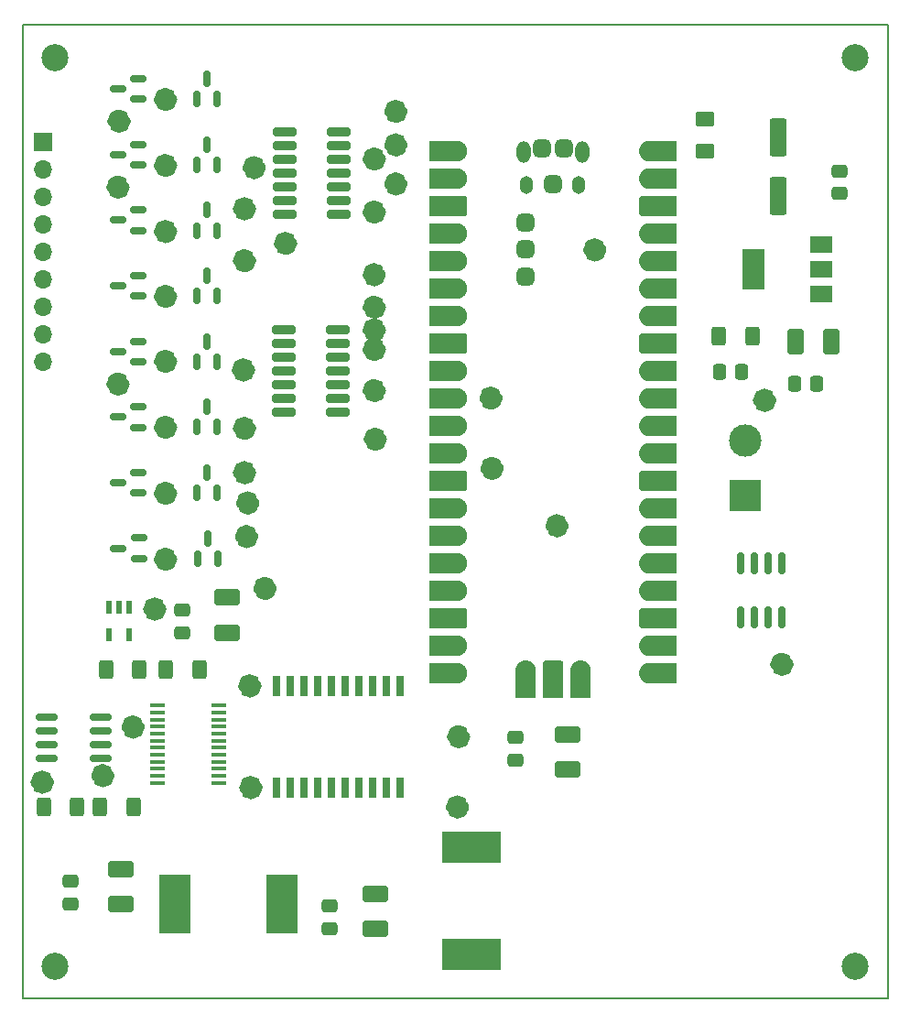
<source format=gbr>
%TF.GenerationSoftware,KiCad,Pcbnew,7.0.9*%
%TF.CreationDate,2024-04-10T12:45:34-03:00*%
%TF.ProjectId,v0.3,76302e33-2e6b-4696-9361-645f70636258,rev?*%
%TF.SameCoordinates,Original*%
%TF.FileFunction,Soldermask,Top*%
%TF.FilePolarity,Negative*%
%FSLAX46Y46*%
G04 Gerber Fmt 4.6, Leading zero omitted, Abs format (unit mm)*
G04 Created by KiCad (PCBNEW 7.0.9) date 2024-04-10 12:45:34*
%MOMM*%
%LPD*%
G01*
G04 APERTURE LIST*
G04 Aperture macros list*
%AMRoundRect*
0 Rectangle with rounded corners*
0 $1 Rounding radius*
0 $2 $3 $4 $5 $6 $7 $8 $9 X,Y pos of 4 corners*
0 Add a 4 corners polygon primitive as box body*
4,1,4,$2,$3,$4,$5,$6,$7,$8,$9,$2,$3,0*
0 Add four circle primitives for the rounded corners*
1,1,$1+$1,$2,$3*
1,1,$1+$1,$4,$5*
1,1,$1+$1,$6,$7*
1,1,$1+$1,$8,$9*
0 Add four rect primitives between the rounded corners*
20,1,$1+$1,$2,$3,$4,$5,0*
20,1,$1+$1,$4,$5,$6,$7,0*
20,1,$1+$1,$6,$7,$8,$9,0*
20,1,$1+$1,$8,$9,$2,$3,0*%
G04 Aperture macros list end*
%ADD10C,1.075000*%
%ADD11C,0.010000*%
%ADD12R,1.411198X0.364800*%
%ADD13RoundRect,0.150000X0.150000X-0.587500X0.150000X0.587500X-0.150000X0.587500X-0.150000X-0.587500X0*%
%ADD14RoundRect,0.143300X-0.943700X-0.253700X0.943700X-0.253700X0.943700X0.253700X-0.943700X0.253700X0*%
%ADD15RoundRect,0.250000X-0.400000X-0.625000X0.400000X-0.625000X0.400000X0.625000X-0.400000X0.625000X0*%
%ADD16C,2.500000*%
%ADD17RoundRect,0.250000X-0.475000X0.337500X-0.475000X-0.337500X0.475000X-0.337500X0.475000X0.337500X0*%
%ADD18RoundRect,0.150000X0.587500X0.150000X-0.587500X0.150000X-0.587500X-0.150000X0.587500X-0.150000X0*%
%ADD19R,0.650000X1.950000*%
%ADD20RoundRect,0.250000X0.400000X0.625000X-0.400000X0.625000X-0.400000X-0.625000X0.400000X-0.625000X0*%
%ADD21RoundRect,0.250000X-0.337500X-0.475000X0.337500X-0.475000X0.337500X0.475000X-0.337500X0.475000X0*%
%ADD22RoundRect,0.250001X0.924999X-0.499999X0.924999X0.499999X-0.924999X0.499999X-0.924999X-0.499999X0*%
%ADD23RoundRect,0.250001X0.624999X-0.462499X0.624999X0.462499X-0.624999X0.462499X-0.624999X-0.462499X0*%
%ADD24R,1.700000X1.700000*%
%ADD25O,1.700000X1.700000*%
%ADD26RoundRect,0.150000X0.825000X0.150000X-0.825000X0.150000X-0.825000X-0.150000X0.825000X-0.150000X0*%
%ADD27RoundRect,0.250000X0.475000X-0.337500X0.475000X0.337500X-0.475000X0.337500X-0.475000X-0.337500X0*%
%ADD28O,1.304000X2.004000*%
%ADD29O,1.254000X1.654000*%
%ADD30RoundRect,0.552000X-0.300000X-0.300000X0.300000X-0.300000X0.300000X0.300000X-0.300000X0.300000X0*%
%ADD31RoundRect,0.250001X-0.924999X0.499999X-0.924999X-0.499999X0.924999X-0.499999X0.924999X0.499999X0*%
%ADD32R,0.600000X1.200000*%
%ADD33R,2.900000X5.400000*%
%ADD34RoundRect,0.250000X0.550000X-1.500000X0.550000X1.500000X-0.550000X1.500000X-0.550000X-1.500000X0*%
%ADD35R,2.000000X1.500000*%
%ADD36R,2.000000X3.800000*%
%ADD37R,3.000000X3.000000*%
%ADD38C,3.000000*%
%ADD39RoundRect,0.150000X-0.150000X0.825000X-0.150000X-0.825000X0.150000X-0.825000X0.150000X0.825000X0*%
%ADD40RoundRect,0.250001X-0.499999X-0.924999X0.499999X-0.924999X0.499999X0.924999X-0.499999X0.924999X0*%
%ADD41R,5.400000X2.900000*%
%TA.AperFunction,Profile*%
%ADD42C,0.200000*%
%TD*%
G04 APERTURE END LIST*
D10*
X70937500Y-81900000D02*
G75*
G03*
X70937500Y-81900000I-537500J0D01*
G01*
X63737500Y-56900000D02*
G75*
G03*
X63737500Y-56900000I-537500J0D01*
G01*
X63737500Y-63000000D02*
G75*
G03*
X63737500Y-63000000I-537500J0D01*
G01*
X63737500Y-69100000D02*
G75*
G03*
X63737500Y-69100000I-537500J0D01*
G01*
X63737500Y-75100000D02*
G75*
G03*
X63737500Y-75100000I-537500J0D01*
G01*
X63737500Y-81100000D02*
G75*
G03*
X63737500Y-81100000I-537500J0D01*
G01*
X63737500Y-87200000D02*
G75*
G03*
X63737500Y-87200000I-537500J0D01*
G01*
X71037500Y-71800000D02*
G75*
G03*
X71037500Y-71800000I-537500J0D01*
G01*
X74837500Y-70200000D02*
G75*
G03*
X74837500Y-70200000I-537500J0D01*
G01*
X71037500Y-67000000D02*
G75*
G03*
X71037500Y-67000000I-537500J0D01*
G01*
X71937500Y-63200000D02*
G75*
G03*
X71937500Y-63200000I-537500J0D01*
G01*
X85037500Y-58000000D02*
G75*
G03*
X85037500Y-58000000I-537500J0D01*
G01*
X85037500Y-61100000D02*
G75*
G03*
X85037500Y-61100000I-537500J0D01*
G01*
X83037500Y-62400000D02*
G75*
G03*
X83037500Y-62400000I-537500J0D01*
G01*
X85037500Y-64700000D02*
G75*
G03*
X85037500Y-64700000I-537500J0D01*
G01*
X83037500Y-67300000D02*
G75*
G03*
X83037500Y-67300000I-537500J0D01*
G01*
X83037500Y-73100000D02*
G75*
G03*
X83037500Y-73100000I-537500J0D01*
G01*
X83037500Y-76100000D02*
G75*
G03*
X83037500Y-76100000I-537500J0D01*
G01*
X83037500Y-78200000D02*
G75*
G03*
X83037500Y-78200000I-537500J0D01*
G01*
X83037500Y-80000000D02*
G75*
G03*
X83037500Y-80000000I-537500J0D01*
G01*
X83037500Y-83800000D02*
G75*
G03*
X83037500Y-83800000I-537500J0D01*
G01*
X83137500Y-88300000D02*
G75*
G03*
X83137500Y-88300000I-537500J0D01*
G01*
X71037500Y-87300000D02*
G75*
G03*
X71037500Y-87300000I-537500J0D01*
G01*
X71037500Y-91400000D02*
G75*
G03*
X71037500Y-91400000I-537500J0D01*
G01*
X63737500Y-93300000D02*
G75*
G03*
X63737500Y-93300000I-537500J0D01*
G01*
X63737500Y-99400000D02*
G75*
G03*
X63737500Y-99400000I-537500J0D01*
G01*
X71237500Y-97300000D02*
G75*
G03*
X71237500Y-97300000I-537500J0D01*
G01*
X72937500Y-102100000D02*
G75*
G03*
X72937500Y-102100000I-537500J0D01*
G01*
X62737500Y-104000000D02*
G75*
G03*
X62737500Y-104000000I-537500J0D01*
G01*
X71537500Y-111100000D02*
G75*
G03*
X71537500Y-111100000I-537500J0D01*
G01*
X93837500Y-84500000D02*
G75*
G03*
X93837500Y-84500000I-537500J0D01*
G01*
X93937500Y-91000000D02*
G75*
G03*
X93937500Y-91000000I-537500J0D01*
G01*
X119137500Y-84700000D02*
G75*
G03*
X119137500Y-84700000I-537500J0D01*
G01*
X120737500Y-109100000D02*
G75*
G03*
X120737500Y-109100000I-537500J0D01*
G01*
X90837500Y-115800000D02*
G75*
G03*
X90837500Y-115800000I-537500J0D01*
G01*
X90737500Y-122300000D02*
G75*
G03*
X90737500Y-122300000I-537500J0D01*
G01*
X71637500Y-120500000D02*
G75*
G03*
X71637500Y-120500000I-537500J0D01*
G01*
X60737500Y-114900000D02*
G75*
G03*
X60737500Y-114900000I-537500J0D01*
G01*
X57937500Y-119400000D02*
G75*
G03*
X57937500Y-119400000I-537500J0D01*
G01*
X52337500Y-120000000D02*
G75*
G03*
X52337500Y-120000000I-537500J0D01*
G01*
X59337500Y-65000000D02*
G75*
G03*
X59337500Y-65000000I-537500J0D01*
G01*
X99937500Y-96300000D02*
G75*
G03*
X99937500Y-96300000I-537500J0D01*
G01*
X71337500Y-94200000D02*
G75*
G03*
X71337500Y-94200000I-537500J0D01*
G01*
X59337500Y-83200000D02*
G75*
G03*
X59337500Y-83200000I-537500J0D01*
G01*
X59437500Y-58900000D02*
G75*
G03*
X59437500Y-58900000I-537500J0D01*
G01*
X103437500Y-70800000D02*
G75*
G03*
X103437500Y-70800000I-537500J0D01*
G01*
%TO.C,U3*%
D11*
X90167000Y-60721000D02*
X90214000Y-60725000D01*
X90261000Y-60731000D01*
X90307000Y-60740000D01*
X90353000Y-60751000D01*
X90398000Y-60764000D01*
X90443000Y-60780000D01*
X90486000Y-60798000D01*
X90529000Y-60818000D01*
X90570000Y-60841000D01*
X90610000Y-60865000D01*
X90649000Y-60892000D01*
X90686000Y-60921000D01*
X90722000Y-60951000D01*
X90756000Y-60984000D01*
X90789000Y-61018000D01*
X90819000Y-61054000D01*
X90848000Y-61091000D01*
X90875000Y-61130000D01*
X90899000Y-61170000D01*
X90922000Y-61211000D01*
X90942000Y-61254000D01*
X90960000Y-61297000D01*
X90976000Y-61342000D01*
X90989000Y-61387000D01*
X91000000Y-61433000D01*
X91009000Y-61479000D01*
X91015000Y-61526000D01*
X91019000Y-61573000D01*
X91020000Y-61620000D01*
X91019000Y-61667000D01*
X91015000Y-61714000D01*
X91009000Y-61761000D01*
X91000000Y-61807000D01*
X90989000Y-61853000D01*
X90976000Y-61898000D01*
X90960000Y-61943000D01*
X90942000Y-61986000D01*
X90922000Y-62029000D01*
X90899000Y-62070000D01*
X90875000Y-62110000D01*
X90848000Y-62149000D01*
X90819000Y-62186000D01*
X90789000Y-62222000D01*
X90756000Y-62256000D01*
X90722000Y-62289000D01*
X90686000Y-62319000D01*
X90649000Y-62348000D01*
X90610000Y-62375000D01*
X90570000Y-62399000D01*
X90529000Y-62422000D01*
X90486000Y-62442000D01*
X90443000Y-62460000D01*
X90398000Y-62476000D01*
X90353000Y-62489000D01*
X90307000Y-62500000D01*
X90261000Y-62509000D01*
X90214000Y-62515000D01*
X90167000Y-62519000D01*
X90120000Y-62520000D01*
X87620000Y-62520000D01*
X87620000Y-60720000D01*
X90120000Y-60720000D01*
X90167000Y-60721000D01*
G36*
X90167000Y-60721000D02*
G01*
X90214000Y-60725000D01*
X90261000Y-60731000D01*
X90307000Y-60740000D01*
X90353000Y-60751000D01*
X90398000Y-60764000D01*
X90443000Y-60780000D01*
X90486000Y-60798000D01*
X90529000Y-60818000D01*
X90570000Y-60841000D01*
X90610000Y-60865000D01*
X90649000Y-60892000D01*
X90686000Y-60921000D01*
X90722000Y-60951000D01*
X90756000Y-60984000D01*
X90789000Y-61018000D01*
X90819000Y-61054000D01*
X90848000Y-61091000D01*
X90875000Y-61130000D01*
X90899000Y-61170000D01*
X90922000Y-61211000D01*
X90942000Y-61254000D01*
X90960000Y-61297000D01*
X90976000Y-61342000D01*
X90989000Y-61387000D01*
X91000000Y-61433000D01*
X91009000Y-61479000D01*
X91015000Y-61526000D01*
X91019000Y-61573000D01*
X91020000Y-61620000D01*
X91019000Y-61667000D01*
X91015000Y-61714000D01*
X91009000Y-61761000D01*
X91000000Y-61807000D01*
X90989000Y-61853000D01*
X90976000Y-61898000D01*
X90960000Y-61943000D01*
X90942000Y-61986000D01*
X90922000Y-62029000D01*
X90899000Y-62070000D01*
X90875000Y-62110000D01*
X90848000Y-62149000D01*
X90819000Y-62186000D01*
X90789000Y-62222000D01*
X90756000Y-62256000D01*
X90722000Y-62289000D01*
X90686000Y-62319000D01*
X90649000Y-62348000D01*
X90610000Y-62375000D01*
X90570000Y-62399000D01*
X90529000Y-62422000D01*
X90486000Y-62442000D01*
X90443000Y-62460000D01*
X90398000Y-62476000D01*
X90353000Y-62489000D01*
X90307000Y-62500000D01*
X90261000Y-62509000D01*
X90214000Y-62515000D01*
X90167000Y-62519000D01*
X90120000Y-62520000D01*
X87620000Y-62520000D01*
X87620000Y-60720000D01*
X90120000Y-60720000D01*
X90167000Y-60721000D01*
G37*
X90167000Y-63261000D02*
X90214000Y-63265000D01*
X90261000Y-63271000D01*
X90307000Y-63280000D01*
X90353000Y-63291000D01*
X90398000Y-63304000D01*
X90443000Y-63320000D01*
X90486000Y-63338000D01*
X90529000Y-63358000D01*
X90570000Y-63381000D01*
X90610000Y-63405000D01*
X90649000Y-63432000D01*
X90686000Y-63461000D01*
X90722000Y-63491000D01*
X90756000Y-63524000D01*
X90789000Y-63558000D01*
X90819000Y-63594000D01*
X90848000Y-63631000D01*
X90875000Y-63670000D01*
X90899000Y-63710000D01*
X90922000Y-63751000D01*
X90942000Y-63794000D01*
X90960000Y-63837000D01*
X90976000Y-63882000D01*
X90989000Y-63927000D01*
X91000000Y-63973000D01*
X91009000Y-64019000D01*
X91015000Y-64066000D01*
X91019000Y-64113000D01*
X91020000Y-64160000D01*
X91019000Y-64207000D01*
X91015000Y-64254000D01*
X91009000Y-64301000D01*
X91000000Y-64347000D01*
X90989000Y-64393000D01*
X90976000Y-64438000D01*
X90960000Y-64483000D01*
X90942000Y-64526000D01*
X90922000Y-64569000D01*
X90899000Y-64610000D01*
X90875000Y-64650000D01*
X90848000Y-64689000D01*
X90819000Y-64726000D01*
X90789000Y-64762000D01*
X90756000Y-64796000D01*
X90722000Y-64829000D01*
X90686000Y-64859000D01*
X90649000Y-64888000D01*
X90610000Y-64915000D01*
X90570000Y-64939000D01*
X90529000Y-64962000D01*
X90486000Y-64982000D01*
X90443000Y-65000000D01*
X90398000Y-65016000D01*
X90353000Y-65029000D01*
X90307000Y-65040000D01*
X90261000Y-65049000D01*
X90214000Y-65055000D01*
X90167000Y-65059000D01*
X90120000Y-65060000D01*
X87620000Y-65060000D01*
X87620000Y-63260000D01*
X90120000Y-63260000D01*
X90167000Y-63261000D01*
G36*
X90167000Y-63261000D02*
G01*
X90214000Y-63265000D01*
X90261000Y-63271000D01*
X90307000Y-63280000D01*
X90353000Y-63291000D01*
X90398000Y-63304000D01*
X90443000Y-63320000D01*
X90486000Y-63338000D01*
X90529000Y-63358000D01*
X90570000Y-63381000D01*
X90610000Y-63405000D01*
X90649000Y-63432000D01*
X90686000Y-63461000D01*
X90722000Y-63491000D01*
X90756000Y-63524000D01*
X90789000Y-63558000D01*
X90819000Y-63594000D01*
X90848000Y-63631000D01*
X90875000Y-63670000D01*
X90899000Y-63710000D01*
X90922000Y-63751000D01*
X90942000Y-63794000D01*
X90960000Y-63837000D01*
X90976000Y-63882000D01*
X90989000Y-63927000D01*
X91000000Y-63973000D01*
X91009000Y-64019000D01*
X91015000Y-64066000D01*
X91019000Y-64113000D01*
X91020000Y-64160000D01*
X91019000Y-64207000D01*
X91015000Y-64254000D01*
X91009000Y-64301000D01*
X91000000Y-64347000D01*
X90989000Y-64393000D01*
X90976000Y-64438000D01*
X90960000Y-64483000D01*
X90942000Y-64526000D01*
X90922000Y-64569000D01*
X90899000Y-64610000D01*
X90875000Y-64650000D01*
X90848000Y-64689000D01*
X90819000Y-64726000D01*
X90789000Y-64762000D01*
X90756000Y-64796000D01*
X90722000Y-64829000D01*
X90686000Y-64859000D01*
X90649000Y-64888000D01*
X90610000Y-64915000D01*
X90570000Y-64939000D01*
X90529000Y-64962000D01*
X90486000Y-64982000D01*
X90443000Y-65000000D01*
X90398000Y-65016000D01*
X90353000Y-65029000D01*
X90307000Y-65040000D01*
X90261000Y-65049000D01*
X90214000Y-65055000D01*
X90167000Y-65059000D01*
X90120000Y-65060000D01*
X87620000Y-65060000D01*
X87620000Y-63260000D01*
X90120000Y-63260000D01*
X90167000Y-63261000D01*
G37*
X90167000Y-68341000D02*
X90214000Y-68345000D01*
X90261000Y-68351000D01*
X90307000Y-68360000D01*
X90353000Y-68371000D01*
X90398000Y-68384000D01*
X90443000Y-68400000D01*
X90486000Y-68418000D01*
X90529000Y-68438000D01*
X90570000Y-68461000D01*
X90610000Y-68485000D01*
X90649000Y-68512000D01*
X90686000Y-68541000D01*
X90722000Y-68571000D01*
X90756000Y-68604000D01*
X90789000Y-68638000D01*
X90819000Y-68674000D01*
X90848000Y-68711000D01*
X90875000Y-68750000D01*
X90899000Y-68790000D01*
X90922000Y-68831000D01*
X90942000Y-68874000D01*
X90960000Y-68917000D01*
X90976000Y-68962000D01*
X90989000Y-69007000D01*
X91000000Y-69053000D01*
X91009000Y-69099000D01*
X91015000Y-69146000D01*
X91019000Y-69193000D01*
X91020000Y-69240000D01*
X91019000Y-69287000D01*
X91015000Y-69334000D01*
X91009000Y-69381000D01*
X91000000Y-69427000D01*
X90989000Y-69473000D01*
X90976000Y-69518000D01*
X90960000Y-69563000D01*
X90942000Y-69606000D01*
X90922000Y-69649000D01*
X90899000Y-69690000D01*
X90875000Y-69730000D01*
X90848000Y-69769000D01*
X90819000Y-69806000D01*
X90789000Y-69842000D01*
X90756000Y-69876000D01*
X90722000Y-69909000D01*
X90686000Y-69939000D01*
X90649000Y-69968000D01*
X90610000Y-69995000D01*
X90570000Y-70019000D01*
X90529000Y-70042000D01*
X90486000Y-70062000D01*
X90443000Y-70080000D01*
X90398000Y-70096000D01*
X90353000Y-70109000D01*
X90307000Y-70120000D01*
X90261000Y-70129000D01*
X90214000Y-70135000D01*
X90167000Y-70139000D01*
X90120000Y-70140000D01*
X87620000Y-70140000D01*
X87620000Y-68340000D01*
X90120000Y-68340000D01*
X90167000Y-68341000D01*
G36*
X90167000Y-68341000D02*
G01*
X90214000Y-68345000D01*
X90261000Y-68351000D01*
X90307000Y-68360000D01*
X90353000Y-68371000D01*
X90398000Y-68384000D01*
X90443000Y-68400000D01*
X90486000Y-68418000D01*
X90529000Y-68438000D01*
X90570000Y-68461000D01*
X90610000Y-68485000D01*
X90649000Y-68512000D01*
X90686000Y-68541000D01*
X90722000Y-68571000D01*
X90756000Y-68604000D01*
X90789000Y-68638000D01*
X90819000Y-68674000D01*
X90848000Y-68711000D01*
X90875000Y-68750000D01*
X90899000Y-68790000D01*
X90922000Y-68831000D01*
X90942000Y-68874000D01*
X90960000Y-68917000D01*
X90976000Y-68962000D01*
X90989000Y-69007000D01*
X91000000Y-69053000D01*
X91009000Y-69099000D01*
X91015000Y-69146000D01*
X91019000Y-69193000D01*
X91020000Y-69240000D01*
X91019000Y-69287000D01*
X91015000Y-69334000D01*
X91009000Y-69381000D01*
X91000000Y-69427000D01*
X90989000Y-69473000D01*
X90976000Y-69518000D01*
X90960000Y-69563000D01*
X90942000Y-69606000D01*
X90922000Y-69649000D01*
X90899000Y-69690000D01*
X90875000Y-69730000D01*
X90848000Y-69769000D01*
X90819000Y-69806000D01*
X90789000Y-69842000D01*
X90756000Y-69876000D01*
X90722000Y-69909000D01*
X90686000Y-69939000D01*
X90649000Y-69968000D01*
X90610000Y-69995000D01*
X90570000Y-70019000D01*
X90529000Y-70042000D01*
X90486000Y-70062000D01*
X90443000Y-70080000D01*
X90398000Y-70096000D01*
X90353000Y-70109000D01*
X90307000Y-70120000D01*
X90261000Y-70129000D01*
X90214000Y-70135000D01*
X90167000Y-70139000D01*
X90120000Y-70140000D01*
X87620000Y-70140000D01*
X87620000Y-68340000D01*
X90120000Y-68340000D01*
X90167000Y-68341000D01*
G37*
X90167000Y-70881000D02*
X90214000Y-70885000D01*
X90261000Y-70891000D01*
X90307000Y-70900000D01*
X90353000Y-70911000D01*
X90398000Y-70924000D01*
X90443000Y-70940000D01*
X90486000Y-70958000D01*
X90529000Y-70978000D01*
X90570000Y-71001000D01*
X90610000Y-71025000D01*
X90649000Y-71052000D01*
X90686000Y-71081000D01*
X90722000Y-71111000D01*
X90756000Y-71144000D01*
X90789000Y-71178000D01*
X90819000Y-71214000D01*
X90848000Y-71251000D01*
X90875000Y-71290000D01*
X90899000Y-71330000D01*
X90922000Y-71371000D01*
X90942000Y-71414000D01*
X90960000Y-71457000D01*
X90976000Y-71502000D01*
X90989000Y-71547000D01*
X91000000Y-71593000D01*
X91009000Y-71639000D01*
X91015000Y-71686000D01*
X91019000Y-71733000D01*
X91020000Y-71780000D01*
X91019000Y-71827000D01*
X91015000Y-71874000D01*
X91009000Y-71921000D01*
X91000000Y-71967000D01*
X90989000Y-72013000D01*
X90976000Y-72058000D01*
X90960000Y-72103000D01*
X90942000Y-72146000D01*
X90922000Y-72189000D01*
X90899000Y-72230000D01*
X90875000Y-72270000D01*
X90848000Y-72309000D01*
X90819000Y-72346000D01*
X90789000Y-72382000D01*
X90756000Y-72416000D01*
X90722000Y-72449000D01*
X90686000Y-72479000D01*
X90649000Y-72508000D01*
X90610000Y-72535000D01*
X90570000Y-72559000D01*
X90529000Y-72582000D01*
X90486000Y-72602000D01*
X90443000Y-72620000D01*
X90398000Y-72636000D01*
X90353000Y-72649000D01*
X90307000Y-72660000D01*
X90261000Y-72669000D01*
X90214000Y-72675000D01*
X90167000Y-72679000D01*
X90120000Y-72680000D01*
X87620000Y-72680000D01*
X87620000Y-70880000D01*
X90120000Y-70880000D01*
X90167000Y-70881000D01*
G36*
X90167000Y-70881000D02*
G01*
X90214000Y-70885000D01*
X90261000Y-70891000D01*
X90307000Y-70900000D01*
X90353000Y-70911000D01*
X90398000Y-70924000D01*
X90443000Y-70940000D01*
X90486000Y-70958000D01*
X90529000Y-70978000D01*
X90570000Y-71001000D01*
X90610000Y-71025000D01*
X90649000Y-71052000D01*
X90686000Y-71081000D01*
X90722000Y-71111000D01*
X90756000Y-71144000D01*
X90789000Y-71178000D01*
X90819000Y-71214000D01*
X90848000Y-71251000D01*
X90875000Y-71290000D01*
X90899000Y-71330000D01*
X90922000Y-71371000D01*
X90942000Y-71414000D01*
X90960000Y-71457000D01*
X90976000Y-71502000D01*
X90989000Y-71547000D01*
X91000000Y-71593000D01*
X91009000Y-71639000D01*
X91015000Y-71686000D01*
X91019000Y-71733000D01*
X91020000Y-71780000D01*
X91019000Y-71827000D01*
X91015000Y-71874000D01*
X91009000Y-71921000D01*
X91000000Y-71967000D01*
X90989000Y-72013000D01*
X90976000Y-72058000D01*
X90960000Y-72103000D01*
X90942000Y-72146000D01*
X90922000Y-72189000D01*
X90899000Y-72230000D01*
X90875000Y-72270000D01*
X90848000Y-72309000D01*
X90819000Y-72346000D01*
X90789000Y-72382000D01*
X90756000Y-72416000D01*
X90722000Y-72449000D01*
X90686000Y-72479000D01*
X90649000Y-72508000D01*
X90610000Y-72535000D01*
X90570000Y-72559000D01*
X90529000Y-72582000D01*
X90486000Y-72602000D01*
X90443000Y-72620000D01*
X90398000Y-72636000D01*
X90353000Y-72649000D01*
X90307000Y-72660000D01*
X90261000Y-72669000D01*
X90214000Y-72675000D01*
X90167000Y-72679000D01*
X90120000Y-72680000D01*
X87620000Y-72680000D01*
X87620000Y-70880000D01*
X90120000Y-70880000D01*
X90167000Y-70881000D01*
G37*
X90167000Y-73421000D02*
X90214000Y-73425000D01*
X90261000Y-73431000D01*
X90307000Y-73440000D01*
X90353000Y-73451000D01*
X90398000Y-73464000D01*
X90443000Y-73480000D01*
X90486000Y-73498000D01*
X90529000Y-73518000D01*
X90570000Y-73541000D01*
X90610000Y-73565000D01*
X90649000Y-73592000D01*
X90686000Y-73621000D01*
X90722000Y-73651000D01*
X90756000Y-73684000D01*
X90789000Y-73718000D01*
X90819000Y-73754000D01*
X90848000Y-73791000D01*
X90875000Y-73830000D01*
X90899000Y-73870000D01*
X90922000Y-73911000D01*
X90942000Y-73954000D01*
X90960000Y-73997000D01*
X90976000Y-74042000D01*
X90989000Y-74087000D01*
X91000000Y-74133000D01*
X91009000Y-74179000D01*
X91015000Y-74226000D01*
X91019000Y-74273000D01*
X91020000Y-74320000D01*
X91019000Y-74367000D01*
X91015000Y-74414000D01*
X91009000Y-74461000D01*
X91000000Y-74507000D01*
X90989000Y-74553000D01*
X90976000Y-74598000D01*
X90960000Y-74643000D01*
X90942000Y-74686000D01*
X90922000Y-74729000D01*
X90899000Y-74770000D01*
X90875000Y-74810000D01*
X90848000Y-74849000D01*
X90819000Y-74886000D01*
X90789000Y-74922000D01*
X90756000Y-74956000D01*
X90722000Y-74989000D01*
X90686000Y-75019000D01*
X90649000Y-75048000D01*
X90610000Y-75075000D01*
X90570000Y-75099000D01*
X90529000Y-75122000D01*
X90486000Y-75142000D01*
X90443000Y-75160000D01*
X90398000Y-75176000D01*
X90353000Y-75189000D01*
X90307000Y-75200000D01*
X90261000Y-75209000D01*
X90214000Y-75215000D01*
X90167000Y-75219000D01*
X90120000Y-75220000D01*
X87620000Y-75220000D01*
X87620000Y-73420000D01*
X90120000Y-73420000D01*
X90167000Y-73421000D01*
G36*
X90167000Y-73421000D02*
G01*
X90214000Y-73425000D01*
X90261000Y-73431000D01*
X90307000Y-73440000D01*
X90353000Y-73451000D01*
X90398000Y-73464000D01*
X90443000Y-73480000D01*
X90486000Y-73498000D01*
X90529000Y-73518000D01*
X90570000Y-73541000D01*
X90610000Y-73565000D01*
X90649000Y-73592000D01*
X90686000Y-73621000D01*
X90722000Y-73651000D01*
X90756000Y-73684000D01*
X90789000Y-73718000D01*
X90819000Y-73754000D01*
X90848000Y-73791000D01*
X90875000Y-73830000D01*
X90899000Y-73870000D01*
X90922000Y-73911000D01*
X90942000Y-73954000D01*
X90960000Y-73997000D01*
X90976000Y-74042000D01*
X90989000Y-74087000D01*
X91000000Y-74133000D01*
X91009000Y-74179000D01*
X91015000Y-74226000D01*
X91019000Y-74273000D01*
X91020000Y-74320000D01*
X91019000Y-74367000D01*
X91015000Y-74414000D01*
X91009000Y-74461000D01*
X91000000Y-74507000D01*
X90989000Y-74553000D01*
X90976000Y-74598000D01*
X90960000Y-74643000D01*
X90942000Y-74686000D01*
X90922000Y-74729000D01*
X90899000Y-74770000D01*
X90875000Y-74810000D01*
X90848000Y-74849000D01*
X90819000Y-74886000D01*
X90789000Y-74922000D01*
X90756000Y-74956000D01*
X90722000Y-74989000D01*
X90686000Y-75019000D01*
X90649000Y-75048000D01*
X90610000Y-75075000D01*
X90570000Y-75099000D01*
X90529000Y-75122000D01*
X90486000Y-75142000D01*
X90443000Y-75160000D01*
X90398000Y-75176000D01*
X90353000Y-75189000D01*
X90307000Y-75200000D01*
X90261000Y-75209000D01*
X90214000Y-75215000D01*
X90167000Y-75219000D01*
X90120000Y-75220000D01*
X87620000Y-75220000D01*
X87620000Y-73420000D01*
X90120000Y-73420000D01*
X90167000Y-73421000D01*
G37*
X90167000Y-75961000D02*
X90214000Y-75965000D01*
X90261000Y-75971000D01*
X90307000Y-75980000D01*
X90353000Y-75991000D01*
X90398000Y-76004000D01*
X90443000Y-76020000D01*
X90486000Y-76038000D01*
X90529000Y-76058000D01*
X90570000Y-76081000D01*
X90610000Y-76105000D01*
X90649000Y-76132000D01*
X90686000Y-76161000D01*
X90722000Y-76191000D01*
X90756000Y-76224000D01*
X90789000Y-76258000D01*
X90819000Y-76294000D01*
X90848000Y-76331000D01*
X90875000Y-76370000D01*
X90899000Y-76410000D01*
X90922000Y-76451000D01*
X90942000Y-76494000D01*
X90960000Y-76537000D01*
X90976000Y-76582000D01*
X90989000Y-76627000D01*
X91000000Y-76673000D01*
X91009000Y-76719000D01*
X91015000Y-76766000D01*
X91019000Y-76813000D01*
X91020000Y-76860000D01*
X91019000Y-76907000D01*
X91015000Y-76954000D01*
X91009000Y-77001000D01*
X91000000Y-77047000D01*
X90989000Y-77093000D01*
X90976000Y-77138000D01*
X90960000Y-77183000D01*
X90942000Y-77226000D01*
X90922000Y-77269000D01*
X90899000Y-77310000D01*
X90875000Y-77350000D01*
X90848000Y-77389000D01*
X90819000Y-77426000D01*
X90789000Y-77462000D01*
X90756000Y-77496000D01*
X90722000Y-77529000D01*
X90686000Y-77559000D01*
X90649000Y-77588000D01*
X90610000Y-77615000D01*
X90570000Y-77639000D01*
X90529000Y-77662000D01*
X90486000Y-77682000D01*
X90443000Y-77700000D01*
X90398000Y-77716000D01*
X90353000Y-77729000D01*
X90307000Y-77740000D01*
X90261000Y-77749000D01*
X90214000Y-77755000D01*
X90167000Y-77759000D01*
X90120000Y-77760000D01*
X87620000Y-77760000D01*
X87620000Y-75960000D01*
X90120000Y-75960000D01*
X90167000Y-75961000D01*
G36*
X90167000Y-75961000D02*
G01*
X90214000Y-75965000D01*
X90261000Y-75971000D01*
X90307000Y-75980000D01*
X90353000Y-75991000D01*
X90398000Y-76004000D01*
X90443000Y-76020000D01*
X90486000Y-76038000D01*
X90529000Y-76058000D01*
X90570000Y-76081000D01*
X90610000Y-76105000D01*
X90649000Y-76132000D01*
X90686000Y-76161000D01*
X90722000Y-76191000D01*
X90756000Y-76224000D01*
X90789000Y-76258000D01*
X90819000Y-76294000D01*
X90848000Y-76331000D01*
X90875000Y-76370000D01*
X90899000Y-76410000D01*
X90922000Y-76451000D01*
X90942000Y-76494000D01*
X90960000Y-76537000D01*
X90976000Y-76582000D01*
X90989000Y-76627000D01*
X91000000Y-76673000D01*
X91009000Y-76719000D01*
X91015000Y-76766000D01*
X91019000Y-76813000D01*
X91020000Y-76860000D01*
X91019000Y-76907000D01*
X91015000Y-76954000D01*
X91009000Y-77001000D01*
X91000000Y-77047000D01*
X90989000Y-77093000D01*
X90976000Y-77138000D01*
X90960000Y-77183000D01*
X90942000Y-77226000D01*
X90922000Y-77269000D01*
X90899000Y-77310000D01*
X90875000Y-77350000D01*
X90848000Y-77389000D01*
X90819000Y-77426000D01*
X90789000Y-77462000D01*
X90756000Y-77496000D01*
X90722000Y-77529000D01*
X90686000Y-77559000D01*
X90649000Y-77588000D01*
X90610000Y-77615000D01*
X90570000Y-77639000D01*
X90529000Y-77662000D01*
X90486000Y-77682000D01*
X90443000Y-77700000D01*
X90398000Y-77716000D01*
X90353000Y-77729000D01*
X90307000Y-77740000D01*
X90261000Y-77749000D01*
X90214000Y-77755000D01*
X90167000Y-77759000D01*
X90120000Y-77760000D01*
X87620000Y-77760000D01*
X87620000Y-75960000D01*
X90120000Y-75960000D01*
X90167000Y-75961000D01*
G37*
X90167000Y-81041000D02*
X90214000Y-81045000D01*
X90261000Y-81051000D01*
X90307000Y-81060000D01*
X90353000Y-81071000D01*
X90398000Y-81084000D01*
X90443000Y-81100000D01*
X90486000Y-81118000D01*
X90529000Y-81138000D01*
X90570000Y-81161000D01*
X90610000Y-81185000D01*
X90649000Y-81212000D01*
X90686000Y-81241000D01*
X90722000Y-81271000D01*
X90756000Y-81304000D01*
X90789000Y-81338000D01*
X90819000Y-81374000D01*
X90848000Y-81411000D01*
X90875000Y-81450000D01*
X90899000Y-81490000D01*
X90922000Y-81531000D01*
X90942000Y-81574000D01*
X90960000Y-81617000D01*
X90976000Y-81662000D01*
X90989000Y-81707000D01*
X91000000Y-81753000D01*
X91009000Y-81799000D01*
X91015000Y-81846000D01*
X91019000Y-81893000D01*
X91020000Y-81940000D01*
X91019000Y-81987000D01*
X91015000Y-82034000D01*
X91009000Y-82081000D01*
X91000000Y-82127000D01*
X90989000Y-82173000D01*
X90976000Y-82218000D01*
X90960000Y-82263000D01*
X90942000Y-82306000D01*
X90922000Y-82349000D01*
X90899000Y-82390000D01*
X90875000Y-82430000D01*
X90848000Y-82469000D01*
X90819000Y-82506000D01*
X90789000Y-82542000D01*
X90756000Y-82576000D01*
X90722000Y-82609000D01*
X90686000Y-82639000D01*
X90649000Y-82668000D01*
X90610000Y-82695000D01*
X90570000Y-82719000D01*
X90529000Y-82742000D01*
X90486000Y-82762000D01*
X90443000Y-82780000D01*
X90398000Y-82796000D01*
X90353000Y-82809000D01*
X90307000Y-82820000D01*
X90261000Y-82829000D01*
X90214000Y-82835000D01*
X90167000Y-82839000D01*
X90120000Y-82840000D01*
X87620000Y-82840000D01*
X87620000Y-81040000D01*
X90120000Y-81040000D01*
X90167000Y-81041000D01*
G36*
X90167000Y-81041000D02*
G01*
X90214000Y-81045000D01*
X90261000Y-81051000D01*
X90307000Y-81060000D01*
X90353000Y-81071000D01*
X90398000Y-81084000D01*
X90443000Y-81100000D01*
X90486000Y-81118000D01*
X90529000Y-81138000D01*
X90570000Y-81161000D01*
X90610000Y-81185000D01*
X90649000Y-81212000D01*
X90686000Y-81241000D01*
X90722000Y-81271000D01*
X90756000Y-81304000D01*
X90789000Y-81338000D01*
X90819000Y-81374000D01*
X90848000Y-81411000D01*
X90875000Y-81450000D01*
X90899000Y-81490000D01*
X90922000Y-81531000D01*
X90942000Y-81574000D01*
X90960000Y-81617000D01*
X90976000Y-81662000D01*
X90989000Y-81707000D01*
X91000000Y-81753000D01*
X91009000Y-81799000D01*
X91015000Y-81846000D01*
X91019000Y-81893000D01*
X91020000Y-81940000D01*
X91019000Y-81987000D01*
X91015000Y-82034000D01*
X91009000Y-82081000D01*
X91000000Y-82127000D01*
X90989000Y-82173000D01*
X90976000Y-82218000D01*
X90960000Y-82263000D01*
X90942000Y-82306000D01*
X90922000Y-82349000D01*
X90899000Y-82390000D01*
X90875000Y-82430000D01*
X90848000Y-82469000D01*
X90819000Y-82506000D01*
X90789000Y-82542000D01*
X90756000Y-82576000D01*
X90722000Y-82609000D01*
X90686000Y-82639000D01*
X90649000Y-82668000D01*
X90610000Y-82695000D01*
X90570000Y-82719000D01*
X90529000Y-82742000D01*
X90486000Y-82762000D01*
X90443000Y-82780000D01*
X90398000Y-82796000D01*
X90353000Y-82809000D01*
X90307000Y-82820000D01*
X90261000Y-82829000D01*
X90214000Y-82835000D01*
X90167000Y-82839000D01*
X90120000Y-82840000D01*
X87620000Y-82840000D01*
X87620000Y-81040000D01*
X90120000Y-81040000D01*
X90167000Y-81041000D01*
G37*
X90167000Y-83581000D02*
X90214000Y-83585000D01*
X90261000Y-83591000D01*
X90307000Y-83600000D01*
X90353000Y-83611000D01*
X90398000Y-83624000D01*
X90443000Y-83640000D01*
X90486000Y-83658000D01*
X90529000Y-83678000D01*
X90570000Y-83701000D01*
X90610000Y-83725000D01*
X90649000Y-83752000D01*
X90686000Y-83781000D01*
X90722000Y-83811000D01*
X90756000Y-83844000D01*
X90789000Y-83878000D01*
X90819000Y-83914000D01*
X90848000Y-83951000D01*
X90875000Y-83990000D01*
X90899000Y-84030000D01*
X90922000Y-84071000D01*
X90942000Y-84114000D01*
X90960000Y-84157000D01*
X90976000Y-84202000D01*
X90989000Y-84247000D01*
X91000000Y-84293000D01*
X91009000Y-84339000D01*
X91015000Y-84386000D01*
X91019000Y-84433000D01*
X91020000Y-84480000D01*
X91019000Y-84527000D01*
X91015000Y-84574000D01*
X91009000Y-84621000D01*
X91000000Y-84667000D01*
X90989000Y-84713000D01*
X90976000Y-84758000D01*
X90960000Y-84803000D01*
X90942000Y-84846000D01*
X90922000Y-84889000D01*
X90899000Y-84930000D01*
X90875000Y-84970000D01*
X90848000Y-85009000D01*
X90819000Y-85046000D01*
X90789000Y-85082000D01*
X90756000Y-85116000D01*
X90722000Y-85149000D01*
X90686000Y-85179000D01*
X90649000Y-85208000D01*
X90610000Y-85235000D01*
X90570000Y-85259000D01*
X90529000Y-85282000D01*
X90486000Y-85302000D01*
X90443000Y-85320000D01*
X90398000Y-85336000D01*
X90353000Y-85349000D01*
X90307000Y-85360000D01*
X90261000Y-85369000D01*
X90214000Y-85375000D01*
X90167000Y-85379000D01*
X90120000Y-85380000D01*
X87620000Y-85380000D01*
X87620000Y-83580000D01*
X90120000Y-83580000D01*
X90167000Y-83581000D01*
G36*
X90167000Y-83581000D02*
G01*
X90214000Y-83585000D01*
X90261000Y-83591000D01*
X90307000Y-83600000D01*
X90353000Y-83611000D01*
X90398000Y-83624000D01*
X90443000Y-83640000D01*
X90486000Y-83658000D01*
X90529000Y-83678000D01*
X90570000Y-83701000D01*
X90610000Y-83725000D01*
X90649000Y-83752000D01*
X90686000Y-83781000D01*
X90722000Y-83811000D01*
X90756000Y-83844000D01*
X90789000Y-83878000D01*
X90819000Y-83914000D01*
X90848000Y-83951000D01*
X90875000Y-83990000D01*
X90899000Y-84030000D01*
X90922000Y-84071000D01*
X90942000Y-84114000D01*
X90960000Y-84157000D01*
X90976000Y-84202000D01*
X90989000Y-84247000D01*
X91000000Y-84293000D01*
X91009000Y-84339000D01*
X91015000Y-84386000D01*
X91019000Y-84433000D01*
X91020000Y-84480000D01*
X91019000Y-84527000D01*
X91015000Y-84574000D01*
X91009000Y-84621000D01*
X91000000Y-84667000D01*
X90989000Y-84713000D01*
X90976000Y-84758000D01*
X90960000Y-84803000D01*
X90942000Y-84846000D01*
X90922000Y-84889000D01*
X90899000Y-84930000D01*
X90875000Y-84970000D01*
X90848000Y-85009000D01*
X90819000Y-85046000D01*
X90789000Y-85082000D01*
X90756000Y-85116000D01*
X90722000Y-85149000D01*
X90686000Y-85179000D01*
X90649000Y-85208000D01*
X90610000Y-85235000D01*
X90570000Y-85259000D01*
X90529000Y-85282000D01*
X90486000Y-85302000D01*
X90443000Y-85320000D01*
X90398000Y-85336000D01*
X90353000Y-85349000D01*
X90307000Y-85360000D01*
X90261000Y-85369000D01*
X90214000Y-85375000D01*
X90167000Y-85379000D01*
X90120000Y-85380000D01*
X87620000Y-85380000D01*
X87620000Y-83580000D01*
X90120000Y-83580000D01*
X90167000Y-83581000D01*
G37*
X90167000Y-86121000D02*
X90214000Y-86125000D01*
X90261000Y-86131000D01*
X90307000Y-86140000D01*
X90353000Y-86151000D01*
X90398000Y-86164000D01*
X90443000Y-86180000D01*
X90486000Y-86198000D01*
X90529000Y-86218000D01*
X90570000Y-86241000D01*
X90610000Y-86265000D01*
X90649000Y-86292000D01*
X90686000Y-86321000D01*
X90722000Y-86351000D01*
X90756000Y-86384000D01*
X90789000Y-86418000D01*
X90819000Y-86454000D01*
X90848000Y-86491000D01*
X90875000Y-86530000D01*
X90899000Y-86570000D01*
X90922000Y-86611000D01*
X90942000Y-86654000D01*
X90960000Y-86697000D01*
X90976000Y-86742000D01*
X90989000Y-86787000D01*
X91000000Y-86833000D01*
X91009000Y-86879000D01*
X91015000Y-86926000D01*
X91019000Y-86973000D01*
X91020000Y-87020000D01*
X91019000Y-87067000D01*
X91015000Y-87114000D01*
X91009000Y-87161000D01*
X91000000Y-87207000D01*
X90989000Y-87253000D01*
X90976000Y-87298000D01*
X90960000Y-87343000D01*
X90942000Y-87386000D01*
X90922000Y-87429000D01*
X90899000Y-87470000D01*
X90875000Y-87510000D01*
X90848000Y-87549000D01*
X90819000Y-87586000D01*
X90789000Y-87622000D01*
X90756000Y-87656000D01*
X90722000Y-87689000D01*
X90686000Y-87719000D01*
X90649000Y-87748000D01*
X90610000Y-87775000D01*
X90570000Y-87799000D01*
X90529000Y-87822000D01*
X90486000Y-87842000D01*
X90443000Y-87860000D01*
X90398000Y-87876000D01*
X90353000Y-87889000D01*
X90307000Y-87900000D01*
X90261000Y-87909000D01*
X90214000Y-87915000D01*
X90167000Y-87919000D01*
X90120000Y-87920000D01*
X87620000Y-87920000D01*
X87620000Y-86120000D01*
X90120000Y-86120000D01*
X90167000Y-86121000D01*
G36*
X90167000Y-86121000D02*
G01*
X90214000Y-86125000D01*
X90261000Y-86131000D01*
X90307000Y-86140000D01*
X90353000Y-86151000D01*
X90398000Y-86164000D01*
X90443000Y-86180000D01*
X90486000Y-86198000D01*
X90529000Y-86218000D01*
X90570000Y-86241000D01*
X90610000Y-86265000D01*
X90649000Y-86292000D01*
X90686000Y-86321000D01*
X90722000Y-86351000D01*
X90756000Y-86384000D01*
X90789000Y-86418000D01*
X90819000Y-86454000D01*
X90848000Y-86491000D01*
X90875000Y-86530000D01*
X90899000Y-86570000D01*
X90922000Y-86611000D01*
X90942000Y-86654000D01*
X90960000Y-86697000D01*
X90976000Y-86742000D01*
X90989000Y-86787000D01*
X91000000Y-86833000D01*
X91009000Y-86879000D01*
X91015000Y-86926000D01*
X91019000Y-86973000D01*
X91020000Y-87020000D01*
X91019000Y-87067000D01*
X91015000Y-87114000D01*
X91009000Y-87161000D01*
X91000000Y-87207000D01*
X90989000Y-87253000D01*
X90976000Y-87298000D01*
X90960000Y-87343000D01*
X90942000Y-87386000D01*
X90922000Y-87429000D01*
X90899000Y-87470000D01*
X90875000Y-87510000D01*
X90848000Y-87549000D01*
X90819000Y-87586000D01*
X90789000Y-87622000D01*
X90756000Y-87656000D01*
X90722000Y-87689000D01*
X90686000Y-87719000D01*
X90649000Y-87748000D01*
X90610000Y-87775000D01*
X90570000Y-87799000D01*
X90529000Y-87822000D01*
X90486000Y-87842000D01*
X90443000Y-87860000D01*
X90398000Y-87876000D01*
X90353000Y-87889000D01*
X90307000Y-87900000D01*
X90261000Y-87909000D01*
X90214000Y-87915000D01*
X90167000Y-87919000D01*
X90120000Y-87920000D01*
X87620000Y-87920000D01*
X87620000Y-86120000D01*
X90120000Y-86120000D01*
X90167000Y-86121000D01*
G37*
X90167000Y-88661000D02*
X90214000Y-88665000D01*
X90261000Y-88671000D01*
X90307000Y-88680000D01*
X90353000Y-88691000D01*
X90398000Y-88704000D01*
X90443000Y-88720000D01*
X90486000Y-88738000D01*
X90529000Y-88758000D01*
X90570000Y-88781000D01*
X90610000Y-88805000D01*
X90649000Y-88832000D01*
X90686000Y-88861000D01*
X90722000Y-88891000D01*
X90756000Y-88924000D01*
X90789000Y-88958000D01*
X90819000Y-88994000D01*
X90848000Y-89031000D01*
X90875000Y-89070000D01*
X90899000Y-89110000D01*
X90922000Y-89151000D01*
X90942000Y-89194000D01*
X90960000Y-89237000D01*
X90976000Y-89282000D01*
X90989000Y-89327000D01*
X91000000Y-89373000D01*
X91009000Y-89419000D01*
X91015000Y-89466000D01*
X91019000Y-89513000D01*
X91020000Y-89560000D01*
X91019000Y-89607000D01*
X91015000Y-89654000D01*
X91009000Y-89701000D01*
X91000000Y-89747000D01*
X90989000Y-89793000D01*
X90976000Y-89838000D01*
X90960000Y-89883000D01*
X90942000Y-89926000D01*
X90922000Y-89969000D01*
X90899000Y-90010000D01*
X90875000Y-90050000D01*
X90848000Y-90089000D01*
X90819000Y-90126000D01*
X90789000Y-90162000D01*
X90756000Y-90196000D01*
X90722000Y-90229000D01*
X90686000Y-90259000D01*
X90649000Y-90288000D01*
X90610000Y-90315000D01*
X90570000Y-90339000D01*
X90529000Y-90362000D01*
X90486000Y-90382000D01*
X90443000Y-90400000D01*
X90398000Y-90416000D01*
X90353000Y-90429000D01*
X90307000Y-90440000D01*
X90261000Y-90449000D01*
X90214000Y-90455000D01*
X90167000Y-90459000D01*
X90120000Y-90460000D01*
X87620000Y-90460000D01*
X87620000Y-88660000D01*
X90120000Y-88660000D01*
X90167000Y-88661000D01*
G36*
X90167000Y-88661000D02*
G01*
X90214000Y-88665000D01*
X90261000Y-88671000D01*
X90307000Y-88680000D01*
X90353000Y-88691000D01*
X90398000Y-88704000D01*
X90443000Y-88720000D01*
X90486000Y-88738000D01*
X90529000Y-88758000D01*
X90570000Y-88781000D01*
X90610000Y-88805000D01*
X90649000Y-88832000D01*
X90686000Y-88861000D01*
X90722000Y-88891000D01*
X90756000Y-88924000D01*
X90789000Y-88958000D01*
X90819000Y-88994000D01*
X90848000Y-89031000D01*
X90875000Y-89070000D01*
X90899000Y-89110000D01*
X90922000Y-89151000D01*
X90942000Y-89194000D01*
X90960000Y-89237000D01*
X90976000Y-89282000D01*
X90989000Y-89327000D01*
X91000000Y-89373000D01*
X91009000Y-89419000D01*
X91015000Y-89466000D01*
X91019000Y-89513000D01*
X91020000Y-89560000D01*
X91019000Y-89607000D01*
X91015000Y-89654000D01*
X91009000Y-89701000D01*
X91000000Y-89747000D01*
X90989000Y-89793000D01*
X90976000Y-89838000D01*
X90960000Y-89883000D01*
X90942000Y-89926000D01*
X90922000Y-89969000D01*
X90899000Y-90010000D01*
X90875000Y-90050000D01*
X90848000Y-90089000D01*
X90819000Y-90126000D01*
X90789000Y-90162000D01*
X90756000Y-90196000D01*
X90722000Y-90229000D01*
X90686000Y-90259000D01*
X90649000Y-90288000D01*
X90610000Y-90315000D01*
X90570000Y-90339000D01*
X90529000Y-90362000D01*
X90486000Y-90382000D01*
X90443000Y-90400000D01*
X90398000Y-90416000D01*
X90353000Y-90429000D01*
X90307000Y-90440000D01*
X90261000Y-90449000D01*
X90214000Y-90455000D01*
X90167000Y-90459000D01*
X90120000Y-90460000D01*
X87620000Y-90460000D01*
X87620000Y-88660000D01*
X90120000Y-88660000D01*
X90167000Y-88661000D01*
G37*
X90167000Y-93741000D02*
X90214000Y-93745000D01*
X90261000Y-93751000D01*
X90307000Y-93760000D01*
X90353000Y-93771000D01*
X90398000Y-93784000D01*
X90443000Y-93800000D01*
X90486000Y-93818000D01*
X90529000Y-93838000D01*
X90570000Y-93861000D01*
X90610000Y-93885000D01*
X90649000Y-93912000D01*
X90686000Y-93941000D01*
X90722000Y-93971000D01*
X90756000Y-94004000D01*
X90789000Y-94038000D01*
X90819000Y-94074000D01*
X90848000Y-94111000D01*
X90875000Y-94150000D01*
X90899000Y-94190000D01*
X90922000Y-94231000D01*
X90942000Y-94274000D01*
X90960000Y-94317000D01*
X90976000Y-94362000D01*
X90989000Y-94407000D01*
X91000000Y-94453000D01*
X91009000Y-94499000D01*
X91015000Y-94546000D01*
X91019000Y-94593000D01*
X91020000Y-94640000D01*
X91019000Y-94687000D01*
X91015000Y-94734000D01*
X91009000Y-94781000D01*
X91000000Y-94827000D01*
X90989000Y-94873000D01*
X90976000Y-94918000D01*
X90960000Y-94963000D01*
X90942000Y-95006000D01*
X90922000Y-95049000D01*
X90899000Y-95090000D01*
X90875000Y-95130000D01*
X90848000Y-95169000D01*
X90819000Y-95206000D01*
X90789000Y-95242000D01*
X90756000Y-95276000D01*
X90722000Y-95309000D01*
X90686000Y-95339000D01*
X90649000Y-95368000D01*
X90610000Y-95395000D01*
X90570000Y-95419000D01*
X90529000Y-95442000D01*
X90486000Y-95462000D01*
X90443000Y-95480000D01*
X90398000Y-95496000D01*
X90353000Y-95509000D01*
X90307000Y-95520000D01*
X90261000Y-95529000D01*
X90214000Y-95535000D01*
X90167000Y-95539000D01*
X90120000Y-95540000D01*
X87620000Y-95540000D01*
X87620000Y-93740000D01*
X90120000Y-93740000D01*
X90167000Y-93741000D01*
G36*
X90167000Y-93741000D02*
G01*
X90214000Y-93745000D01*
X90261000Y-93751000D01*
X90307000Y-93760000D01*
X90353000Y-93771000D01*
X90398000Y-93784000D01*
X90443000Y-93800000D01*
X90486000Y-93818000D01*
X90529000Y-93838000D01*
X90570000Y-93861000D01*
X90610000Y-93885000D01*
X90649000Y-93912000D01*
X90686000Y-93941000D01*
X90722000Y-93971000D01*
X90756000Y-94004000D01*
X90789000Y-94038000D01*
X90819000Y-94074000D01*
X90848000Y-94111000D01*
X90875000Y-94150000D01*
X90899000Y-94190000D01*
X90922000Y-94231000D01*
X90942000Y-94274000D01*
X90960000Y-94317000D01*
X90976000Y-94362000D01*
X90989000Y-94407000D01*
X91000000Y-94453000D01*
X91009000Y-94499000D01*
X91015000Y-94546000D01*
X91019000Y-94593000D01*
X91020000Y-94640000D01*
X91019000Y-94687000D01*
X91015000Y-94734000D01*
X91009000Y-94781000D01*
X91000000Y-94827000D01*
X90989000Y-94873000D01*
X90976000Y-94918000D01*
X90960000Y-94963000D01*
X90942000Y-95006000D01*
X90922000Y-95049000D01*
X90899000Y-95090000D01*
X90875000Y-95130000D01*
X90848000Y-95169000D01*
X90819000Y-95206000D01*
X90789000Y-95242000D01*
X90756000Y-95276000D01*
X90722000Y-95309000D01*
X90686000Y-95339000D01*
X90649000Y-95368000D01*
X90610000Y-95395000D01*
X90570000Y-95419000D01*
X90529000Y-95442000D01*
X90486000Y-95462000D01*
X90443000Y-95480000D01*
X90398000Y-95496000D01*
X90353000Y-95509000D01*
X90307000Y-95520000D01*
X90261000Y-95529000D01*
X90214000Y-95535000D01*
X90167000Y-95539000D01*
X90120000Y-95540000D01*
X87620000Y-95540000D01*
X87620000Y-93740000D01*
X90120000Y-93740000D01*
X90167000Y-93741000D01*
G37*
X90167000Y-96281000D02*
X90214000Y-96285000D01*
X90261000Y-96291000D01*
X90307000Y-96300000D01*
X90353000Y-96311000D01*
X90398000Y-96324000D01*
X90443000Y-96340000D01*
X90486000Y-96358000D01*
X90529000Y-96378000D01*
X90570000Y-96401000D01*
X90610000Y-96425000D01*
X90649000Y-96452000D01*
X90686000Y-96481000D01*
X90722000Y-96511000D01*
X90756000Y-96544000D01*
X90789000Y-96578000D01*
X90819000Y-96614000D01*
X90848000Y-96651000D01*
X90875000Y-96690000D01*
X90899000Y-96730000D01*
X90922000Y-96771000D01*
X90942000Y-96814000D01*
X90960000Y-96857000D01*
X90976000Y-96902000D01*
X90989000Y-96947000D01*
X91000000Y-96993000D01*
X91009000Y-97039000D01*
X91015000Y-97086000D01*
X91019000Y-97133000D01*
X91020000Y-97180000D01*
X91019000Y-97227000D01*
X91015000Y-97274000D01*
X91009000Y-97321000D01*
X91000000Y-97367000D01*
X90989000Y-97413000D01*
X90976000Y-97458000D01*
X90960000Y-97503000D01*
X90942000Y-97546000D01*
X90922000Y-97589000D01*
X90899000Y-97630000D01*
X90875000Y-97670000D01*
X90848000Y-97709000D01*
X90819000Y-97746000D01*
X90789000Y-97782000D01*
X90756000Y-97816000D01*
X90722000Y-97849000D01*
X90686000Y-97879000D01*
X90649000Y-97908000D01*
X90610000Y-97935000D01*
X90570000Y-97959000D01*
X90529000Y-97982000D01*
X90486000Y-98002000D01*
X90443000Y-98020000D01*
X90398000Y-98036000D01*
X90353000Y-98049000D01*
X90307000Y-98060000D01*
X90261000Y-98069000D01*
X90214000Y-98075000D01*
X90167000Y-98079000D01*
X90120000Y-98080000D01*
X87620000Y-98080000D01*
X87620000Y-96280000D01*
X90120000Y-96280000D01*
X90167000Y-96281000D01*
G36*
X90167000Y-96281000D02*
G01*
X90214000Y-96285000D01*
X90261000Y-96291000D01*
X90307000Y-96300000D01*
X90353000Y-96311000D01*
X90398000Y-96324000D01*
X90443000Y-96340000D01*
X90486000Y-96358000D01*
X90529000Y-96378000D01*
X90570000Y-96401000D01*
X90610000Y-96425000D01*
X90649000Y-96452000D01*
X90686000Y-96481000D01*
X90722000Y-96511000D01*
X90756000Y-96544000D01*
X90789000Y-96578000D01*
X90819000Y-96614000D01*
X90848000Y-96651000D01*
X90875000Y-96690000D01*
X90899000Y-96730000D01*
X90922000Y-96771000D01*
X90942000Y-96814000D01*
X90960000Y-96857000D01*
X90976000Y-96902000D01*
X90989000Y-96947000D01*
X91000000Y-96993000D01*
X91009000Y-97039000D01*
X91015000Y-97086000D01*
X91019000Y-97133000D01*
X91020000Y-97180000D01*
X91019000Y-97227000D01*
X91015000Y-97274000D01*
X91009000Y-97321000D01*
X91000000Y-97367000D01*
X90989000Y-97413000D01*
X90976000Y-97458000D01*
X90960000Y-97503000D01*
X90942000Y-97546000D01*
X90922000Y-97589000D01*
X90899000Y-97630000D01*
X90875000Y-97670000D01*
X90848000Y-97709000D01*
X90819000Y-97746000D01*
X90789000Y-97782000D01*
X90756000Y-97816000D01*
X90722000Y-97849000D01*
X90686000Y-97879000D01*
X90649000Y-97908000D01*
X90610000Y-97935000D01*
X90570000Y-97959000D01*
X90529000Y-97982000D01*
X90486000Y-98002000D01*
X90443000Y-98020000D01*
X90398000Y-98036000D01*
X90353000Y-98049000D01*
X90307000Y-98060000D01*
X90261000Y-98069000D01*
X90214000Y-98075000D01*
X90167000Y-98079000D01*
X90120000Y-98080000D01*
X87620000Y-98080000D01*
X87620000Y-96280000D01*
X90120000Y-96280000D01*
X90167000Y-96281000D01*
G37*
X90167000Y-98821000D02*
X90214000Y-98825000D01*
X90261000Y-98831000D01*
X90307000Y-98840000D01*
X90353000Y-98851000D01*
X90398000Y-98864000D01*
X90443000Y-98880000D01*
X90486000Y-98898000D01*
X90529000Y-98918000D01*
X90570000Y-98941000D01*
X90610000Y-98965000D01*
X90649000Y-98992000D01*
X90686000Y-99021000D01*
X90722000Y-99051000D01*
X90756000Y-99084000D01*
X90789000Y-99118000D01*
X90819000Y-99154000D01*
X90848000Y-99191000D01*
X90875000Y-99230000D01*
X90899000Y-99270000D01*
X90922000Y-99311000D01*
X90942000Y-99354000D01*
X90960000Y-99397000D01*
X90976000Y-99442000D01*
X90989000Y-99487000D01*
X91000000Y-99533000D01*
X91009000Y-99579000D01*
X91015000Y-99626000D01*
X91019000Y-99673000D01*
X91020000Y-99720000D01*
X91019000Y-99767000D01*
X91015000Y-99814000D01*
X91009000Y-99861000D01*
X91000000Y-99907000D01*
X90989000Y-99953000D01*
X90976000Y-99998000D01*
X90960000Y-100043000D01*
X90942000Y-100086000D01*
X90922000Y-100129000D01*
X90899000Y-100170000D01*
X90875000Y-100210000D01*
X90848000Y-100249000D01*
X90819000Y-100286000D01*
X90789000Y-100322000D01*
X90756000Y-100356000D01*
X90722000Y-100389000D01*
X90686000Y-100419000D01*
X90649000Y-100448000D01*
X90610000Y-100475000D01*
X90570000Y-100499000D01*
X90529000Y-100522000D01*
X90486000Y-100542000D01*
X90443000Y-100560000D01*
X90398000Y-100576000D01*
X90353000Y-100589000D01*
X90307000Y-100600000D01*
X90261000Y-100609000D01*
X90214000Y-100615000D01*
X90167000Y-100619000D01*
X90120000Y-100620000D01*
X87620000Y-100620000D01*
X87620000Y-98820000D01*
X90120000Y-98820000D01*
X90167000Y-98821000D01*
G36*
X90167000Y-98821000D02*
G01*
X90214000Y-98825000D01*
X90261000Y-98831000D01*
X90307000Y-98840000D01*
X90353000Y-98851000D01*
X90398000Y-98864000D01*
X90443000Y-98880000D01*
X90486000Y-98898000D01*
X90529000Y-98918000D01*
X90570000Y-98941000D01*
X90610000Y-98965000D01*
X90649000Y-98992000D01*
X90686000Y-99021000D01*
X90722000Y-99051000D01*
X90756000Y-99084000D01*
X90789000Y-99118000D01*
X90819000Y-99154000D01*
X90848000Y-99191000D01*
X90875000Y-99230000D01*
X90899000Y-99270000D01*
X90922000Y-99311000D01*
X90942000Y-99354000D01*
X90960000Y-99397000D01*
X90976000Y-99442000D01*
X90989000Y-99487000D01*
X91000000Y-99533000D01*
X91009000Y-99579000D01*
X91015000Y-99626000D01*
X91019000Y-99673000D01*
X91020000Y-99720000D01*
X91019000Y-99767000D01*
X91015000Y-99814000D01*
X91009000Y-99861000D01*
X91000000Y-99907000D01*
X90989000Y-99953000D01*
X90976000Y-99998000D01*
X90960000Y-100043000D01*
X90942000Y-100086000D01*
X90922000Y-100129000D01*
X90899000Y-100170000D01*
X90875000Y-100210000D01*
X90848000Y-100249000D01*
X90819000Y-100286000D01*
X90789000Y-100322000D01*
X90756000Y-100356000D01*
X90722000Y-100389000D01*
X90686000Y-100419000D01*
X90649000Y-100448000D01*
X90610000Y-100475000D01*
X90570000Y-100499000D01*
X90529000Y-100522000D01*
X90486000Y-100542000D01*
X90443000Y-100560000D01*
X90398000Y-100576000D01*
X90353000Y-100589000D01*
X90307000Y-100600000D01*
X90261000Y-100609000D01*
X90214000Y-100615000D01*
X90167000Y-100619000D01*
X90120000Y-100620000D01*
X87620000Y-100620000D01*
X87620000Y-98820000D01*
X90120000Y-98820000D01*
X90167000Y-98821000D01*
G37*
X90167000Y-101361000D02*
X90214000Y-101365000D01*
X90261000Y-101371000D01*
X90307000Y-101380000D01*
X90353000Y-101391000D01*
X90398000Y-101404000D01*
X90443000Y-101420000D01*
X90486000Y-101438000D01*
X90529000Y-101458000D01*
X90570000Y-101481000D01*
X90610000Y-101505000D01*
X90649000Y-101532000D01*
X90686000Y-101561000D01*
X90722000Y-101591000D01*
X90756000Y-101624000D01*
X90789000Y-101658000D01*
X90819000Y-101694000D01*
X90848000Y-101731000D01*
X90875000Y-101770000D01*
X90899000Y-101810000D01*
X90922000Y-101851000D01*
X90942000Y-101894000D01*
X90960000Y-101937000D01*
X90976000Y-101982000D01*
X90989000Y-102027000D01*
X91000000Y-102073000D01*
X91009000Y-102119000D01*
X91015000Y-102166000D01*
X91019000Y-102213000D01*
X91020000Y-102260000D01*
X91019000Y-102307000D01*
X91015000Y-102354000D01*
X91009000Y-102401000D01*
X91000000Y-102447000D01*
X90989000Y-102493000D01*
X90976000Y-102538000D01*
X90960000Y-102583000D01*
X90942000Y-102626000D01*
X90922000Y-102669000D01*
X90899000Y-102710000D01*
X90875000Y-102750000D01*
X90848000Y-102789000D01*
X90819000Y-102826000D01*
X90789000Y-102862000D01*
X90756000Y-102896000D01*
X90722000Y-102929000D01*
X90686000Y-102959000D01*
X90649000Y-102988000D01*
X90610000Y-103015000D01*
X90570000Y-103039000D01*
X90529000Y-103062000D01*
X90486000Y-103082000D01*
X90443000Y-103100000D01*
X90398000Y-103116000D01*
X90353000Y-103129000D01*
X90307000Y-103140000D01*
X90261000Y-103149000D01*
X90214000Y-103155000D01*
X90167000Y-103159000D01*
X90120000Y-103160000D01*
X87620000Y-103160000D01*
X87620000Y-101360000D01*
X90120000Y-101360000D01*
X90167000Y-101361000D01*
G36*
X90167000Y-101361000D02*
G01*
X90214000Y-101365000D01*
X90261000Y-101371000D01*
X90307000Y-101380000D01*
X90353000Y-101391000D01*
X90398000Y-101404000D01*
X90443000Y-101420000D01*
X90486000Y-101438000D01*
X90529000Y-101458000D01*
X90570000Y-101481000D01*
X90610000Y-101505000D01*
X90649000Y-101532000D01*
X90686000Y-101561000D01*
X90722000Y-101591000D01*
X90756000Y-101624000D01*
X90789000Y-101658000D01*
X90819000Y-101694000D01*
X90848000Y-101731000D01*
X90875000Y-101770000D01*
X90899000Y-101810000D01*
X90922000Y-101851000D01*
X90942000Y-101894000D01*
X90960000Y-101937000D01*
X90976000Y-101982000D01*
X90989000Y-102027000D01*
X91000000Y-102073000D01*
X91009000Y-102119000D01*
X91015000Y-102166000D01*
X91019000Y-102213000D01*
X91020000Y-102260000D01*
X91019000Y-102307000D01*
X91015000Y-102354000D01*
X91009000Y-102401000D01*
X91000000Y-102447000D01*
X90989000Y-102493000D01*
X90976000Y-102538000D01*
X90960000Y-102583000D01*
X90942000Y-102626000D01*
X90922000Y-102669000D01*
X90899000Y-102710000D01*
X90875000Y-102750000D01*
X90848000Y-102789000D01*
X90819000Y-102826000D01*
X90789000Y-102862000D01*
X90756000Y-102896000D01*
X90722000Y-102929000D01*
X90686000Y-102959000D01*
X90649000Y-102988000D01*
X90610000Y-103015000D01*
X90570000Y-103039000D01*
X90529000Y-103062000D01*
X90486000Y-103082000D01*
X90443000Y-103100000D01*
X90398000Y-103116000D01*
X90353000Y-103129000D01*
X90307000Y-103140000D01*
X90261000Y-103149000D01*
X90214000Y-103155000D01*
X90167000Y-103159000D01*
X90120000Y-103160000D01*
X87620000Y-103160000D01*
X87620000Y-101360000D01*
X90120000Y-101360000D01*
X90167000Y-101361000D01*
G37*
X90167000Y-106441000D02*
X90214000Y-106445000D01*
X90261000Y-106451000D01*
X90307000Y-106460000D01*
X90353000Y-106471000D01*
X90398000Y-106484000D01*
X90443000Y-106500000D01*
X90486000Y-106518000D01*
X90529000Y-106538000D01*
X90570000Y-106561000D01*
X90610000Y-106585000D01*
X90649000Y-106612000D01*
X90686000Y-106641000D01*
X90722000Y-106671000D01*
X90756000Y-106704000D01*
X90789000Y-106738000D01*
X90819000Y-106774000D01*
X90848000Y-106811000D01*
X90875000Y-106850000D01*
X90899000Y-106890000D01*
X90922000Y-106931000D01*
X90942000Y-106974000D01*
X90960000Y-107017000D01*
X90976000Y-107062000D01*
X90989000Y-107107000D01*
X91000000Y-107153000D01*
X91009000Y-107199000D01*
X91015000Y-107246000D01*
X91019000Y-107293000D01*
X91020000Y-107340000D01*
X91019000Y-107387000D01*
X91015000Y-107434000D01*
X91009000Y-107481000D01*
X91000000Y-107527000D01*
X90989000Y-107573000D01*
X90976000Y-107618000D01*
X90960000Y-107663000D01*
X90942000Y-107706000D01*
X90922000Y-107749000D01*
X90899000Y-107790000D01*
X90875000Y-107830000D01*
X90848000Y-107869000D01*
X90819000Y-107906000D01*
X90789000Y-107942000D01*
X90756000Y-107976000D01*
X90722000Y-108009000D01*
X90686000Y-108039000D01*
X90649000Y-108068000D01*
X90610000Y-108095000D01*
X90570000Y-108119000D01*
X90529000Y-108142000D01*
X90486000Y-108162000D01*
X90443000Y-108180000D01*
X90398000Y-108196000D01*
X90353000Y-108209000D01*
X90307000Y-108220000D01*
X90261000Y-108229000D01*
X90214000Y-108235000D01*
X90167000Y-108239000D01*
X90120000Y-108240000D01*
X87620000Y-108240000D01*
X87620000Y-106440000D01*
X90120000Y-106440000D01*
X90167000Y-106441000D01*
G36*
X90167000Y-106441000D02*
G01*
X90214000Y-106445000D01*
X90261000Y-106451000D01*
X90307000Y-106460000D01*
X90353000Y-106471000D01*
X90398000Y-106484000D01*
X90443000Y-106500000D01*
X90486000Y-106518000D01*
X90529000Y-106538000D01*
X90570000Y-106561000D01*
X90610000Y-106585000D01*
X90649000Y-106612000D01*
X90686000Y-106641000D01*
X90722000Y-106671000D01*
X90756000Y-106704000D01*
X90789000Y-106738000D01*
X90819000Y-106774000D01*
X90848000Y-106811000D01*
X90875000Y-106850000D01*
X90899000Y-106890000D01*
X90922000Y-106931000D01*
X90942000Y-106974000D01*
X90960000Y-107017000D01*
X90976000Y-107062000D01*
X90989000Y-107107000D01*
X91000000Y-107153000D01*
X91009000Y-107199000D01*
X91015000Y-107246000D01*
X91019000Y-107293000D01*
X91020000Y-107340000D01*
X91019000Y-107387000D01*
X91015000Y-107434000D01*
X91009000Y-107481000D01*
X91000000Y-107527000D01*
X90989000Y-107573000D01*
X90976000Y-107618000D01*
X90960000Y-107663000D01*
X90942000Y-107706000D01*
X90922000Y-107749000D01*
X90899000Y-107790000D01*
X90875000Y-107830000D01*
X90848000Y-107869000D01*
X90819000Y-107906000D01*
X90789000Y-107942000D01*
X90756000Y-107976000D01*
X90722000Y-108009000D01*
X90686000Y-108039000D01*
X90649000Y-108068000D01*
X90610000Y-108095000D01*
X90570000Y-108119000D01*
X90529000Y-108142000D01*
X90486000Y-108162000D01*
X90443000Y-108180000D01*
X90398000Y-108196000D01*
X90353000Y-108209000D01*
X90307000Y-108220000D01*
X90261000Y-108229000D01*
X90214000Y-108235000D01*
X90167000Y-108239000D01*
X90120000Y-108240000D01*
X87620000Y-108240000D01*
X87620000Y-106440000D01*
X90120000Y-106440000D01*
X90167000Y-106441000D01*
G37*
X90167000Y-108981000D02*
X90214000Y-108985000D01*
X90261000Y-108991000D01*
X90307000Y-109000000D01*
X90353000Y-109011000D01*
X90398000Y-109024000D01*
X90443000Y-109040000D01*
X90486000Y-109058000D01*
X90529000Y-109078000D01*
X90570000Y-109101000D01*
X90610000Y-109125000D01*
X90649000Y-109152000D01*
X90686000Y-109181000D01*
X90722000Y-109211000D01*
X90756000Y-109244000D01*
X90789000Y-109278000D01*
X90819000Y-109314000D01*
X90848000Y-109351000D01*
X90875000Y-109390000D01*
X90899000Y-109430000D01*
X90922000Y-109471000D01*
X90942000Y-109514000D01*
X90960000Y-109557000D01*
X90976000Y-109602000D01*
X90989000Y-109647000D01*
X91000000Y-109693000D01*
X91009000Y-109739000D01*
X91015000Y-109786000D01*
X91019000Y-109833000D01*
X91020000Y-109880000D01*
X91019000Y-109927000D01*
X91015000Y-109974000D01*
X91009000Y-110021000D01*
X91000000Y-110067000D01*
X90989000Y-110113000D01*
X90976000Y-110158000D01*
X90960000Y-110203000D01*
X90942000Y-110246000D01*
X90922000Y-110289000D01*
X90899000Y-110330000D01*
X90875000Y-110370000D01*
X90848000Y-110409000D01*
X90819000Y-110446000D01*
X90789000Y-110482000D01*
X90756000Y-110516000D01*
X90722000Y-110549000D01*
X90686000Y-110579000D01*
X90649000Y-110608000D01*
X90610000Y-110635000D01*
X90570000Y-110659000D01*
X90529000Y-110682000D01*
X90486000Y-110702000D01*
X90443000Y-110720000D01*
X90398000Y-110736000D01*
X90353000Y-110749000D01*
X90307000Y-110760000D01*
X90261000Y-110769000D01*
X90214000Y-110775000D01*
X90167000Y-110779000D01*
X90120000Y-110780000D01*
X87620000Y-110780000D01*
X87620000Y-108980000D01*
X90120000Y-108980000D01*
X90167000Y-108981000D01*
G36*
X90167000Y-108981000D02*
G01*
X90214000Y-108985000D01*
X90261000Y-108991000D01*
X90307000Y-109000000D01*
X90353000Y-109011000D01*
X90398000Y-109024000D01*
X90443000Y-109040000D01*
X90486000Y-109058000D01*
X90529000Y-109078000D01*
X90570000Y-109101000D01*
X90610000Y-109125000D01*
X90649000Y-109152000D01*
X90686000Y-109181000D01*
X90722000Y-109211000D01*
X90756000Y-109244000D01*
X90789000Y-109278000D01*
X90819000Y-109314000D01*
X90848000Y-109351000D01*
X90875000Y-109390000D01*
X90899000Y-109430000D01*
X90922000Y-109471000D01*
X90942000Y-109514000D01*
X90960000Y-109557000D01*
X90976000Y-109602000D01*
X90989000Y-109647000D01*
X91000000Y-109693000D01*
X91009000Y-109739000D01*
X91015000Y-109786000D01*
X91019000Y-109833000D01*
X91020000Y-109880000D01*
X91019000Y-109927000D01*
X91015000Y-109974000D01*
X91009000Y-110021000D01*
X91000000Y-110067000D01*
X90989000Y-110113000D01*
X90976000Y-110158000D01*
X90960000Y-110203000D01*
X90942000Y-110246000D01*
X90922000Y-110289000D01*
X90899000Y-110330000D01*
X90875000Y-110370000D01*
X90848000Y-110409000D01*
X90819000Y-110446000D01*
X90789000Y-110482000D01*
X90756000Y-110516000D01*
X90722000Y-110549000D01*
X90686000Y-110579000D01*
X90649000Y-110608000D01*
X90610000Y-110635000D01*
X90570000Y-110659000D01*
X90529000Y-110682000D01*
X90486000Y-110702000D01*
X90443000Y-110720000D01*
X90398000Y-110736000D01*
X90353000Y-110749000D01*
X90307000Y-110760000D01*
X90261000Y-110769000D01*
X90214000Y-110775000D01*
X90167000Y-110779000D01*
X90120000Y-110780000D01*
X87620000Y-110780000D01*
X87620000Y-108980000D01*
X90120000Y-108980000D01*
X90167000Y-108981000D01*
G37*
X96517000Y-108751000D02*
X96564000Y-108755000D01*
X96611000Y-108761000D01*
X96657000Y-108770000D01*
X96703000Y-108781000D01*
X96748000Y-108794000D01*
X96793000Y-108810000D01*
X96836000Y-108828000D01*
X96879000Y-108848000D01*
X96920000Y-108871000D01*
X96960000Y-108895000D01*
X96999000Y-108922000D01*
X97036000Y-108951000D01*
X97072000Y-108981000D01*
X97106000Y-109014000D01*
X97139000Y-109048000D01*
X97169000Y-109084000D01*
X97198000Y-109121000D01*
X97225000Y-109160000D01*
X97249000Y-109200000D01*
X97272000Y-109241000D01*
X97292000Y-109284000D01*
X97310000Y-109327000D01*
X97326000Y-109372000D01*
X97339000Y-109417000D01*
X97350000Y-109463000D01*
X97359000Y-109509000D01*
X97365000Y-109556000D01*
X97369000Y-109603000D01*
X97370000Y-109650000D01*
X97370000Y-112150000D01*
X95570000Y-112150000D01*
X95570000Y-109650000D01*
X95571000Y-109603000D01*
X95575000Y-109556000D01*
X95581000Y-109509000D01*
X95590000Y-109463000D01*
X95601000Y-109417000D01*
X95614000Y-109372000D01*
X95630000Y-109327000D01*
X95648000Y-109284000D01*
X95668000Y-109241000D01*
X95691000Y-109200000D01*
X95715000Y-109160000D01*
X95742000Y-109121000D01*
X95771000Y-109084000D01*
X95801000Y-109048000D01*
X95834000Y-109014000D01*
X95868000Y-108981000D01*
X95904000Y-108951000D01*
X95941000Y-108922000D01*
X95980000Y-108895000D01*
X96020000Y-108871000D01*
X96061000Y-108848000D01*
X96104000Y-108828000D01*
X96147000Y-108810000D01*
X96192000Y-108794000D01*
X96237000Y-108781000D01*
X96283000Y-108770000D01*
X96329000Y-108761000D01*
X96376000Y-108755000D01*
X96423000Y-108751000D01*
X96470000Y-108750000D01*
X96517000Y-108751000D01*
G36*
X96517000Y-108751000D02*
G01*
X96564000Y-108755000D01*
X96611000Y-108761000D01*
X96657000Y-108770000D01*
X96703000Y-108781000D01*
X96748000Y-108794000D01*
X96793000Y-108810000D01*
X96836000Y-108828000D01*
X96879000Y-108848000D01*
X96920000Y-108871000D01*
X96960000Y-108895000D01*
X96999000Y-108922000D01*
X97036000Y-108951000D01*
X97072000Y-108981000D01*
X97106000Y-109014000D01*
X97139000Y-109048000D01*
X97169000Y-109084000D01*
X97198000Y-109121000D01*
X97225000Y-109160000D01*
X97249000Y-109200000D01*
X97272000Y-109241000D01*
X97292000Y-109284000D01*
X97310000Y-109327000D01*
X97326000Y-109372000D01*
X97339000Y-109417000D01*
X97350000Y-109463000D01*
X97359000Y-109509000D01*
X97365000Y-109556000D01*
X97369000Y-109603000D01*
X97370000Y-109650000D01*
X97370000Y-112150000D01*
X95570000Y-112150000D01*
X95570000Y-109650000D01*
X95571000Y-109603000D01*
X95575000Y-109556000D01*
X95581000Y-109509000D01*
X95590000Y-109463000D01*
X95601000Y-109417000D01*
X95614000Y-109372000D01*
X95630000Y-109327000D01*
X95648000Y-109284000D01*
X95668000Y-109241000D01*
X95691000Y-109200000D01*
X95715000Y-109160000D01*
X95742000Y-109121000D01*
X95771000Y-109084000D01*
X95801000Y-109048000D01*
X95834000Y-109014000D01*
X95868000Y-108981000D01*
X95904000Y-108951000D01*
X95941000Y-108922000D01*
X95980000Y-108895000D01*
X96020000Y-108871000D01*
X96061000Y-108848000D01*
X96104000Y-108828000D01*
X96147000Y-108810000D01*
X96192000Y-108794000D01*
X96237000Y-108781000D01*
X96283000Y-108770000D01*
X96329000Y-108761000D01*
X96376000Y-108755000D01*
X96423000Y-108751000D01*
X96470000Y-108750000D01*
X96517000Y-108751000D01*
G37*
X101597000Y-108751000D02*
X101644000Y-108755000D01*
X101691000Y-108761000D01*
X101737000Y-108770000D01*
X101783000Y-108781000D01*
X101828000Y-108794000D01*
X101873000Y-108810000D01*
X101916000Y-108828000D01*
X101959000Y-108848000D01*
X102000000Y-108871000D01*
X102040000Y-108895000D01*
X102079000Y-108922000D01*
X102116000Y-108951000D01*
X102152000Y-108981000D01*
X102186000Y-109014000D01*
X102219000Y-109048000D01*
X102249000Y-109084000D01*
X102278000Y-109121000D01*
X102305000Y-109160000D01*
X102329000Y-109200000D01*
X102352000Y-109241000D01*
X102372000Y-109284000D01*
X102390000Y-109327000D01*
X102406000Y-109372000D01*
X102419000Y-109417000D01*
X102430000Y-109463000D01*
X102439000Y-109509000D01*
X102445000Y-109556000D01*
X102449000Y-109603000D01*
X102450000Y-109650000D01*
X102450000Y-112150000D01*
X100650000Y-112150000D01*
X100650000Y-109650000D01*
X100651000Y-109603000D01*
X100655000Y-109556000D01*
X100661000Y-109509000D01*
X100670000Y-109463000D01*
X100681000Y-109417000D01*
X100694000Y-109372000D01*
X100710000Y-109327000D01*
X100728000Y-109284000D01*
X100748000Y-109241000D01*
X100771000Y-109200000D01*
X100795000Y-109160000D01*
X100822000Y-109121000D01*
X100851000Y-109084000D01*
X100881000Y-109048000D01*
X100914000Y-109014000D01*
X100948000Y-108981000D01*
X100984000Y-108951000D01*
X101021000Y-108922000D01*
X101060000Y-108895000D01*
X101100000Y-108871000D01*
X101141000Y-108848000D01*
X101184000Y-108828000D01*
X101227000Y-108810000D01*
X101272000Y-108794000D01*
X101317000Y-108781000D01*
X101363000Y-108770000D01*
X101409000Y-108761000D01*
X101456000Y-108755000D01*
X101503000Y-108751000D01*
X101550000Y-108750000D01*
X101597000Y-108751000D01*
G36*
X101597000Y-108751000D02*
G01*
X101644000Y-108755000D01*
X101691000Y-108761000D01*
X101737000Y-108770000D01*
X101783000Y-108781000D01*
X101828000Y-108794000D01*
X101873000Y-108810000D01*
X101916000Y-108828000D01*
X101959000Y-108848000D01*
X102000000Y-108871000D01*
X102040000Y-108895000D01*
X102079000Y-108922000D01*
X102116000Y-108951000D01*
X102152000Y-108981000D01*
X102186000Y-109014000D01*
X102219000Y-109048000D01*
X102249000Y-109084000D01*
X102278000Y-109121000D01*
X102305000Y-109160000D01*
X102329000Y-109200000D01*
X102352000Y-109241000D01*
X102372000Y-109284000D01*
X102390000Y-109327000D01*
X102406000Y-109372000D01*
X102419000Y-109417000D01*
X102430000Y-109463000D01*
X102439000Y-109509000D01*
X102445000Y-109556000D01*
X102449000Y-109603000D01*
X102450000Y-109650000D01*
X102450000Y-112150000D01*
X100650000Y-112150000D01*
X100650000Y-109650000D01*
X100651000Y-109603000D01*
X100655000Y-109556000D01*
X100661000Y-109509000D01*
X100670000Y-109463000D01*
X100681000Y-109417000D01*
X100694000Y-109372000D01*
X100710000Y-109327000D01*
X100728000Y-109284000D01*
X100748000Y-109241000D01*
X100771000Y-109200000D01*
X100795000Y-109160000D01*
X100822000Y-109121000D01*
X100851000Y-109084000D01*
X100881000Y-109048000D01*
X100914000Y-109014000D01*
X100948000Y-108981000D01*
X100984000Y-108951000D01*
X101021000Y-108922000D01*
X101060000Y-108895000D01*
X101100000Y-108871000D01*
X101141000Y-108848000D01*
X101184000Y-108828000D01*
X101227000Y-108810000D01*
X101272000Y-108794000D01*
X101317000Y-108781000D01*
X101363000Y-108770000D01*
X101409000Y-108761000D01*
X101456000Y-108755000D01*
X101503000Y-108751000D01*
X101550000Y-108750000D01*
X101597000Y-108751000D01*
G37*
X110400000Y-62520000D02*
X107900000Y-62520000D01*
X107853000Y-62519000D01*
X107806000Y-62515000D01*
X107759000Y-62509000D01*
X107713000Y-62500000D01*
X107667000Y-62489000D01*
X107622000Y-62476000D01*
X107577000Y-62460000D01*
X107534000Y-62442000D01*
X107491000Y-62422000D01*
X107450000Y-62399000D01*
X107410000Y-62375000D01*
X107371000Y-62348000D01*
X107334000Y-62319000D01*
X107298000Y-62289000D01*
X107264000Y-62256000D01*
X107231000Y-62222000D01*
X107201000Y-62186000D01*
X107172000Y-62149000D01*
X107145000Y-62110000D01*
X107121000Y-62070000D01*
X107098000Y-62029000D01*
X107078000Y-61986000D01*
X107060000Y-61943000D01*
X107044000Y-61898000D01*
X107031000Y-61853000D01*
X107020000Y-61807000D01*
X107011000Y-61761000D01*
X107005000Y-61714000D01*
X107001000Y-61667000D01*
X107000000Y-61620000D01*
X107001000Y-61573000D01*
X107005000Y-61526000D01*
X107011000Y-61479000D01*
X107020000Y-61433000D01*
X107031000Y-61387000D01*
X107044000Y-61342000D01*
X107060000Y-61297000D01*
X107078000Y-61254000D01*
X107098000Y-61211000D01*
X107121000Y-61170000D01*
X107145000Y-61130000D01*
X107172000Y-61091000D01*
X107201000Y-61054000D01*
X107231000Y-61018000D01*
X107264000Y-60984000D01*
X107298000Y-60951000D01*
X107334000Y-60921000D01*
X107371000Y-60892000D01*
X107410000Y-60865000D01*
X107450000Y-60841000D01*
X107491000Y-60818000D01*
X107534000Y-60798000D01*
X107577000Y-60780000D01*
X107622000Y-60764000D01*
X107667000Y-60751000D01*
X107713000Y-60740000D01*
X107759000Y-60731000D01*
X107806000Y-60725000D01*
X107853000Y-60721000D01*
X107900000Y-60720000D01*
X110400000Y-60720000D01*
X110400000Y-62520000D01*
G36*
X110400000Y-62520000D02*
G01*
X107900000Y-62520000D01*
X107853000Y-62519000D01*
X107806000Y-62515000D01*
X107759000Y-62509000D01*
X107713000Y-62500000D01*
X107667000Y-62489000D01*
X107622000Y-62476000D01*
X107577000Y-62460000D01*
X107534000Y-62442000D01*
X107491000Y-62422000D01*
X107450000Y-62399000D01*
X107410000Y-62375000D01*
X107371000Y-62348000D01*
X107334000Y-62319000D01*
X107298000Y-62289000D01*
X107264000Y-62256000D01*
X107231000Y-62222000D01*
X107201000Y-62186000D01*
X107172000Y-62149000D01*
X107145000Y-62110000D01*
X107121000Y-62070000D01*
X107098000Y-62029000D01*
X107078000Y-61986000D01*
X107060000Y-61943000D01*
X107044000Y-61898000D01*
X107031000Y-61853000D01*
X107020000Y-61807000D01*
X107011000Y-61761000D01*
X107005000Y-61714000D01*
X107001000Y-61667000D01*
X107000000Y-61620000D01*
X107001000Y-61573000D01*
X107005000Y-61526000D01*
X107011000Y-61479000D01*
X107020000Y-61433000D01*
X107031000Y-61387000D01*
X107044000Y-61342000D01*
X107060000Y-61297000D01*
X107078000Y-61254000D01*
X107098000Y-61211000D01*
X107121000Y-61170000D01*
X107145000Y-61130000D01*
X107172000Y-61091000D01*
X107201000Y-61054000D01*
X107231000Y-61018000D01*
X107264000Y-60984000D01*
X107298000Y-60951000D01*
X107334000Y-60921000D01*
X107371000Y-60892000D01*
X107410000Y-60865000D01*
X107450000Y-60841000D01*
X107491000Y-60818000D01*
X107534000Y-60798000D01*
X107577000Y-60780000D01*
X107622000Y-60764000D01*
X107667000Y-60751000D01*
X107713000Y-60740000D01*
X107759000Y-60731000D01*
X107806000Y-60725000D01*
X107853000Y-60721000D01*
X107900000Y-60720000D01*
X110400000Y-60720000D01*
X110400000Y-62520000D01*
G37*
X110400000Y-65060000D02*
X107900000Y-65060000D01*
X107853000Y-65059000D01*
X107806000Y-65055000D01*
X107759000Y-65049000D01*
X107713000Y-65040000D01*
X107667000Y-65029000D01*
X107622000Y-65016000D01*
X107577000Y-65000000D01*
X107534000Y-64982000D01*
X107491000Y-64962000D01*
X107450000Y-64939000D01*
X107410000Y-64915000D01*
X107371000Y-64888000D01*
X107334000Y-64859000D01*
X107298000Y-64829000D01*
X107264000Y-64796000D01*
X107231000Y-64762000D01*
X107201000Y-64726000D01*
X107172000Y-64689000D01*
X107145000Y-64650000D01*
X107121000Y-64610000D01*
X107098000Y-64569000D01*
X107078000Y-64526000D01*
X107060000Y-64483000D01*
X107044000Y-64438000D01*
X107031000Y-64393000D01*
X107020000Y-64347000D01*
X107011000Y-64301000D01*
X107005000Y-64254000D01*
X107001000Y-64207000D01*
X107000000Y-64160000D01*
X107001000Y-64113000D01*
X107005000Y-64066000D01*
X107011000Y-64019000D01*
X107020000Y-63973000D01*
X107031000Y-63927000D01*
X107044000Y-63882000D01*
X107060000Y-63837000D01*
X107078000Y-63794000D01*
X107098000Y-63751000D01*
X107121000Y-63710000D01*
X107145000Y-63670000D01*
X107172000Y-63631000D01*
X107201000Y-63594000D01*
X107231000Y-63558000D01*
X107264000Y-63524000D01*
X107298000Y-63491000D01*
X107334000Y-63461000D01*
X107371000Y-63432000D01*
X107410000Y-63405000D01*
X107450000Y-63381000D01*
X107491000Y-63358000D01*
X107534000Y-63338000D01*
X107577000Y-63320000D01*
X107622000Y-63304000D01*
X107667000Y-63291000D01*
X107713000Y-63280000D01*
X107759000Y-63271000D01*
X107806000Y-63265000D01*
X107853000Y-63261000D01*
X107900000Y-63260000D01*
X110400000Y-63260000D01*
X110400000Y-65060000D01*
G36*
X110400000Y-65060000D02*
G01*
X107900000Y-65060000D01*
X107853000Y-65059000D01*
X107806000Y-65055000D01*
X107759000Y-65049000D01*
X107713000Y-65040000D01*
X107667000Y-65029000D01*
X107622000Y-65016000D01*
X107577000Y-65000000D01*
X107534000Y-64982000D01*
X107491000Y-64962000D01*
X107450000Y-64939000D01*
X107410000Y-64915000D01*
X107371000Y-64888000D01*
X107334000Y-64859000D01*
X107298000Y-64829000D01*
X107264000Y-64796000D01*
X107231000Y-64762000D01*
X107201000Y-64726000D01*
X107172000Y-64689000D01*
X107145000Y-64650000D01*
X107121000Y-64610000D01*
X107098000Y-64569000D01*
X107078000Y-64526000D01*
X107060000Y-64483000D01*
X107044000Y-64438000D01*
X107031000Y-64393000D01*
X107020000Y-64347000D01*
X107011000Y-64301000D01*
X107005000Y-64254000D01*
X107001000Y-64207000D01*
X107000000Y-64160000D01*
X107001000Y-64113000D01*
X107005000Y-64066000D01*
X107011000Y-64019000D01*
X107020000Y-63973000D01*
X107031000Y-63927000D01*
X107044000Y-63882000D01*
X107060000Y-63837000D01*
X107078000Y-63794000D01*
X107098000Y-63751000D01*
X107121000Y-63710000D01*
X107145000Y-63670000D01*
X107172000Y-63631000D01*
X107201000Y-63594000D01*
X107231000Y-63558000D01*
X107264000Y-63524000D01*
X107298000Y-63491000D01*
X107334000Y-63461000D01*
X107371000Y-63432000D01*
X107410000Y-63405000D01*
X107450000Y-63381000D01*
X107491000Y-63358000D01*
X107534000Y-63338000D01*
X107577000Y-63320000D01*
X107622000Y-63304000D01*
X107667000Y-63291000D01*
X107713000Y-63280000D01*
X107759000Y-63271000D01*
X107806000Y-63265000D01*
X107853000Y-63261000D01*
X107900000Y-63260000D01*
X110400000Y-63260000D01*
X110400000Y-65060000D01*
G37*
X110400000Y-70140000D02*
X107900000Y-70140000D01*
X107853000Y-70139000D01*
X107806000Y-70135000D01*
X107759000Y-70129000D01*
X107713000Y-70120000D01*
X107667000Y-70109000D01*
X107622000Y-70096000D01*
X107577000Y-70080000D01*
X107534000Y-70062000D01*
X107491000Y-70042000D01*
X107450000Y-70019000D01*
X107410000Y-69995000D01*
X107371000Y-69968000D01*
X107334000Y-69939000D01*
X107298000Y-69909000D01*
X107264000Y-69876000D01*
X107231000Y-69842000D01*
X107201000Y-69806000D01*
X107172000Y-69769000D01*
X107145000Y-69730000D01*
X107121000Y-69690000D01*
X107098000Y-69649000D01*
X107078000Y-69606000D01*
X107060000Y-69563000D01*
X107044000Y-69518000D01*
X107031000Y-69473000D01*
X107020000Y-69427000D01*
X107011000Y-69381000D01*
X107005000Y-69334000D01*
X107001000Y-69287000D01*
X107000000Y-69240000D01*
X107001000Y-69193000D01*
X107005000Y-69146000D01*
X107011000Y-69099000D01*
X107020000Y-69053000D01*
X107031000Y-69007000D01*
X107044000Y-68962000D01*
X107060000Y-68917000D01*
X107078000Y-68874000D01*
X107098000Y-68831000D01*
X107121000Y-68790000D01*
X107145000Y-68750000D01*
X107172000Y-68711000D01*
X107201000Y-68674000D01*
X107231000Y-68638000D01*
X107264000Y-68604000D01*
X107298000Y-68571000D01*
X107334000Y-68541000D01*
X107371000Y-68512000D01*
X107410000Y-68485000D01*
X107450000Y-68461000D01*
X107491000Y-68438000D01*
X107534000Y-68418000D01*
X107577000Y-68400000D01*
X107622000Y-68384000D01*
X107667000Y-68371000D01*
X107713000Y-68360000D01*
X107759000Y-68351000D01*
X107806000Y-68345000D01*
X107853000Y-68341000D01*
X107900000Y-68340000D01*
X110400000Y-68340000D01*
X110400000Y-70140000D01*
G36*
X110400000Y-70140000D02*
G01*
X107900000Y-70140000D01*
X107853000Y-70139000D01*
X107806000Y-70135000D01*
X107759000Y-70129000D01*
X107713000Y-70120000D01*
X107667000Y-70109000D01*
X107622000Y-70096000D01*
X107577000Y-70080000D01*
X107534000Y-70062000D01*
X107491000Y-70042000D01*
X107450000Y-70019000D01*
X107410000Y-69995000D01*
X107371000Y-69968000D01*
X107334000Y-69939000D01*
X107298000Y-69909000D01*
X107264000Y-69876000D01*
X107231000Y-69842000D01*
X107201000Y-69806000D01*
X107172000Y-69769000D01*
X107145000Y-69730000D01*
X107121000Y-69690000D01*
X107098000Y-69649000D01*
X107078000Y-69606000D01*
X107060000Y-69563000D01*
X107044000Y-69518000D01*
X107031000Y-69473000D01*
X107020000Y-69427000D01*
X107011000Y-69381000D01*
X107005000Y-69334000D01*
X107001000Y-69287000D01*
X107000000Y-69240000D01*
X107001000Y-69193000D01*
X107005000Y-69146000D01*
X107011000Y-69099000D01*
X107020000Y-69053000D01*
X107031000Y-69007000D01*
X107044000Y-68962000D01*
X107060000Y-68917000D01*
X107078000Y-68874000D01*
X107098000Y-68831000D01*
X107121000Y-68790000D01*
X107145000Y-68750000D01*
X107172000Y-68711000D01*
X107201000Y-68674000D01*
X107231000Y-68638000D01*
X107264000Y-68604000D01*
X107298000Y-68571000D01*
X107334000Y-68541000D01*
X107371000Y-68512000D01*
X107410000Y-68485000D01*
X107450000Y-68461000D01*
X107491000Y-68438000D01*
X107534000Y-68418000D01*
X107577000Y-68400000D01*
X107622000Y-68384000D01*
X107667000Y-68371000D01*
X107713000Y-68360000D01*
X107759000Y-68351000D01*
X107806000Y-68345000D01*
X107853000Y-68341000D01*
X107900000Y-68340000D01*
X110400000Y-68340000D01*
X110400000Y-70140000D01*
G37*
X110400000Y-72680000D02*
X107900000Y-72680000D01*
X107853000Y-72679000D01*
X107806000Y-72675000D01*
X107759000Y-72669000D01*
X107713000Y-72660000D01*
X107667000Y-72649000D01*
X107622000Y-72636000D01*
X107577000Y-72620000D01*
X107534000Y-72602000D01*
X107491000Y-72582000D01*
X107450000Y-72559000D01*
X107410000Y-72535000D01*
X107371000Y-72508000D01*
X107334000Y-72479000D01*
X107298000Y-72449000D01*
X107264000Y-72416000D01*
X107231000Y-72382000D01*
X107201000Y-72346000D01*
X107172000Y-72309000D01*
X107145000Y-72270000D01*
X107121000Y-72230000D01*
X107098000Y-72189000D01*
X107078000Y-72146000D01*
X107060000Y-72103000D01*
X107044000Y-72058000D01*
X107031000Y-72013000D01*
X107020000Y-71967000D01*
X107011000Y-71921000D01*
X107005000Y-71874000D01*
X107001000Y-71827000D01*
X107000000Y-71780000D01*
X107001000Y-71733000D01*
X107005000Y-71686000D01*
X107011000Y-71639000D01*
X107020000Y-71593000D01*
X107031000Y-71547000D01*
X107044000Y-71502000D01*
X107060000Y-71457000D01*
X107078000Y-71414000D01*
X107098000Y-71371000D01*
X107121000Y-71330000D01*
X107145000Y-71290000D01*
X107172000Y-71251000D01*
X107201000Y-71214000D01*
X107231000Y-71178000D01*
X107264000Y-71144000D01*
X107298000Y-71111000D01*
X107334000Y-71081000D01*
X107371000Y-71052000D01*
X107410000Y-71025000D01*
X107450000Y-71001000D01*
X107491000Y-70978000D01*
X107534000Y-70958000D01*
X107577000Y-70940000D01*
X107622000Y-70924000D01*
X107667000Y-70911000D01*
X107713000Y-70900000D01*
X107759000Y-70891000D01*
X107806000Y-70885000D01*
X107853000Y-70881000D01*
X107900000Y-70880000D01*
X110400000Y-70880000D01*
X110400000Y-72680000D01*
G36*
X110400000Y-72680000D02*
G01*
X107900000Y-72680000D01*
X107853000Y-72679000D01*
X107806000Y-72675000D01*
X107759000Y-72669000D01*
X107713000Y-72660000D01*
X107667000Y-72649000D01*
X107622000Y-72636000D01*
X107577000Y-72620000D01*
X107534000Y-72602000D01*
X107491000Y-72582000D01*
X107450000Y-72559000D01*
X107410000Y-72535000D01*
X107371000Y-72508000D01*
X107334000Y-72479000D01*
X107298000Y-72449000D01*
X107264000Y-72416000D01*
X107231000Y-72382000D01*
X107201000Y-72346000D01*
X107172000Y-72309000D01*
X107145000Y-72270000D01*
X107121000Y-72230000D01*
X107098000Y-72189000D01*
X107078000Y-72146000D01*
X107060000Y-72103000D01*
X107044000Y-72058000D01*
X107031000Y-72013000D01*
X107020000Y-71967000D01*
X107011000Y-71921000D01*
X107005000Y-71874000D01*
X107001000Y-71827000D01*
X107000000Y-71780000D01*
X107001000Y-71733000D01*
X107005000Y-71686000D01*
X107011000Y-71639000D01*
X107020000Y-71593000D01*
X107031000Y-71547000D01*
X107044000Y-71502000D01*
X107060000Y-71457000D01*
X107078000Y-71414000D01*
X107098000Y-71371000D01*
X107121000Y-71330000D01*
X107145000Y-71290000D01*
X107172000Y-71251000D01*
X107201000Y-71214000D01*
X107231000Y-71178000D01*
X107264000Y-71144000D01*
X107298000Y-71111000D01*
X107334000Y-71081000D01*
X107371000Y-71052000D01*
X107410000Y-71025000D01*
X107450000Y-71001000D01*
X107491000Y-70978000D01*
X107534000Y-70958000D01*
X107577000Y-70940000D01*
X107622000Y-70924000D01*
X107667000Y-70911000D01*
X107713000Y-70900000D01*
X107759000Y-70891000D01*
X107806000Y-70885000D01*
X107853000Y-70881000D01*
X107900000Y-70880000D01*
X110400000Y-70880000D01*
X110400000Y-72680000D01*
G37*
X110400000Y-75220000D02*
X107900000Y-75220000D01*
X107853000Y-75219000D01*
X107806000Y-75215000D01*
X107759000Y-75209000D01*
X107713000Y-75200000D01*
X107667000Y-75189000D01*
X107622000Y-75176000D01*
X107577000Y-75160000D01*
X107534000Y-75142000D01*
X107491000Y-75122000D01*
X107450000Y-75099000D01*
X107410000Y-75075000D01*
X107371000Y-75048000D01*
X107334000Y-75019000D01*
X107298000Y-74989000D01*
X107264000Y-74956000D01*
X107231000Y-74922000D01*
X107201000Y-74886000D01*
X107172000Y-74849000D01*
X107145000Y-74810000D01*
X107121000Y-74770000D01*
X107098000Y-74729000D01*
X107078000Y-74686000D01*
X107060000Y-74643000D01*
X107044000Y-74598000D01*
X107031000Y-74553000D01*
X107020000Y-74507000D01*
X107011000Y-74461000D01*
X107005000Y-74414000D01*
X107001000Y-74367000D01*
X107000000Y-74320000D01*
X107001000Y-74273000D01*
X107005000Y-74226000D01*
X107011000Y-74179000D01*
X107020000Y-74133000D01*
X107031000Y-74087000D01*
X107044000Y-74042000D01*
X107060000Y-73997000D01*
X107078000Y-73954000D01*
X107098000Y-73911000D01*
X107121000Y-73870000D01*
X107145000Y-73830000D01*
X107172000Y-73791000D01*
X107201000Y-73754000D01*
X107231000Y-73718000D01*
X107264000Y-73684000D01*
X107298000Y-73651000D01*
X107334000Y-73621000D01*
X107371000Y-73592000D01*
X107410000Y-73565000D01*
X107450000Y-73541000D01*
X107491000Y-73518000D01*
X107534000Y-73498000D01*
X107577000Y-73480000D01*
X107622000Y-73464000D01*
X107667000Y-73451000D01*
X107713000Y-73440000D01*
X107759000Y-73431000D01*
X107806000Y-73425000D01*
X107853000Y-73421000D01*
X107900000Y-73420000D01*
X110400000Y-73420000D01*
X110400000Y-75220000D01*
G36*
X110400000Y-75220000D02*
G01*
X107900000Y-75220000D01*
X107853000Y-75219000D01*
X107806000Y-75215000D01*
X107759000Y-75209000D01*
X107713000Y-75200000D01*
X107667000Y-75189000D01*
X107622000Y-75176000D01*
X107577000Y-75160000D01*
X107534000Y-75142000D01*
X107491000Y-75122000D01*
X107450000Y-75099000D01*
X107410000Y-75075000D01*
X107371000Y-75048000D01*
X107334000Y-75019000D01*
X107298000Y-74989000D01*
X107264000Y-74956000D01*
X107231000Y-74922000D01*
X107201000Y-74886000D01*
X107172000Y-74849000D01*
X107145000Y-74810000D01*
X107121000Y-74770000D01*
X107098000Y-74729000D01*
X107078000Y-74686000D01*
X107060000Y-74643000D01*
X107044000Y-74598000D01*
X107031000Y-74553000D01*
X107020000Y-74507000D01*
X107011000Y-74461000D01*
X107005000Y-74414000D01*
X107001000Y-74367000D01*
X107000000Y-74320000D01*
X107001000Y-74273000D01*
X107005000Y-74226000D01*
X107011000Y-74179000D01*
X107020000Y-74133000D01*
X107031000Y-74087000D01*
X107044000Y-74042000D01*
X107060000Y-73997000D01*
X107078000Y-73954000D01*
X107098000Y-73911000D01*
X107121000Y-73870000D01*
X107145000Y-73830000D01*
X107172000Y-73791000D01*
X107201000Y-73754000D01*
X107231000Y-73718000D01*
X107264000Y-73684000D01*
X107298000Y-73651000D01*
X107334000Y-73621000D01*
X107371000Y-73592000D01*
X107410000Y-73565000D01*
X107450000Y-73541000D01*
X107491000Y-73518000D01*
X107534000Y-73498000D01*
X107577000Y-73480000D01*
X107622000Y-73464000D01*
X107667000Y-73451000D01*
X107713000Y-73440000D01*
X107759000Y-73431000D01*
X107806000Y-73425000D01*
X107853000Y-73421000D01*
X107900000Y-73420000D01*
X110400000Y-73420000D01*
X110400000Y-75220000D01*
G37*
X110400000Y-77760000D02*
X107900000Y-77760000D01*
X107853000Y-77759000D01*
X107806000Y-77755000D01*
X107759000Y-77749000D01*
X107713000Y-77740000D01*
X107667000Y-77729000D01*
X107622000Y-77716000D01*
X107577000Y-77700000D01*
X107534000Y-77682000D01*
X107491000Y-77662000D01*
X107450000Y-77639000D01*
X107410000Y-77615000D01*
X107371000Y-77588000D01*
X107334000Y-77559000D01*
X107298000Y-77529000D01*
X107264000Y-77496000D01*
X107231000Y-77462000D01*
X107201000Y-77426000D01*
X107172000Y-77389000D01*
X107145000Y-77350000D01*
X107121000Y-77310000D01*
X107098000Y-77269000D01*
X107078000Y-77226000D01*
X107060000Y-77183000D01*
X107044000Y-77138000D01*
X107031000Y-77093000D01*
X107020000Y-77047000D01*
X107011000Y-77001000D01*
X107005000Y-76954000D01*
X107001000Y-76907000D01*
X107000000Y-76860000D01*
X107001000Y-76813000D01*
X107005000Y-76766000D01*
X107011000Y-76719000D01*
X107020000Y-76673000D01*
X107031000Y-76627000D01*
X107044000Y-76582000D01*
X107060000Y-76537000D01*
X107078000Y-76494000D01*
X107098000Y-76451000D01*
X107121000Y-76410000D01*
X107145000Y-76370000D01*
X107172000Y-76331000D01*
X107201000Y-76294000D01*
X107231000Y-76258000D01*
X107264000Y-76224000D01*
X107298000Y-76191000D01*
X107334000Y-76161000D01*
X107371000Y-76132000D01*
X107410000Y-76105000D01*
X107450000Y-76081000D01*
X107491000Y-76058000D01*
X107534000Y-76038000D01*
X107577000Y-76020000D01*
X107622000Y-76004000D01*
X107667000Y-75991000D01*
X107713000Y-75980000D01*
X107759000Y-75971000D01*
X107806000Y-75965000D01*
X107853000Y-75961000D01*
X107900000Y-75960000D01*
X110400000Y-75960000D01*
X110400000Y-77760000D01*
G36*
X110400000Y-77760000D02*
G01*
X107900000Y-77760000D01*
X107853000Y-77759000D01*
X107806000Y-77755000D01*
X107759000Y-77749000D01*
X107713000Y-77740000D01*
X107667000Y-77729000D01*
X107622000Y-77716000D01*
X107577000Y-77700000D01*
X107534000Y-77682000D01*
X107491000Y-77662000D01*
X107450000Y-77639000D01*
X107410000Y-77615000D01*
X107371000Y-77588000D01*
X107334000Y-77559000D01*
X107298000Y-77529000D01*
X107264000Y-77496000D01*
X107231000Y-77462000D01*
X107201000Y-77426000D01*
X107172000Y-77389000D01*
X107145000Y-77350000D01*
X107121000Y-77310000D01*
X107098000Y-77269000D01*
X107078000Y-77226000D01*
X107060000Y-77183000D01*
X107044000Y-77138000D01*
X107031000Y-77093000D01*
X107020000Y-77047000D01*
X107011000Y-77001000D01*
X107005000Y-76954000D01*
X107001000Y-76907000D01*
X107000000Y-76860000D01*
X107001000Y-76813000D01*
X107005000Y-76766000D01*
X107011000Y-76719000D01*
X107020000Y-76673000D01*
X107031000Y-76627000D01*
X107044000Y-76582000D01*
X107060000Y-76537000D01*
X107078000Y-76494000D01*
X107098000Y-76451000D01*
X107121000Y-76410000D01*
X107145000Y-76370000D01*
X107172000Y-76331000D01*
X107201000Y-76294000D01*
X107231000Y-76258000D01*
X107264000Y-76224000D01*
X107298000Y-76191000D01*
X107334000Y-76161000D01*
X107371000Y-76132000D01*
X107410000Y-76105000D01*
X107450000Y-76081000D01*
X107491000Y-76058000D01*
X107534000Y-76038000D01*
X107577000Y-76020000D01*
X107622000Y-76004000D01*
X107667000Y-75991000D01*
X107713000Y-75980000D01*
X107759000Y-75971000D01*
X107806000Y-75965000D01*
X107853000Y-75961000D01*
X107900000Y-75960000D01*
X110400000Y-75960000D01*
X110400000Y-77760000D01*
G37*
X110400000Y-82840000D02*
X107900000Y-82840000D01*
X107853000Y-82839000D01*
X107806000Y-82835000D01*
X107759000Y-82829000D01*
X107713000Y-82820000D01*
X107667000Y-82809000D01*
X107622000Y-82796000D01*
X107577000Y-82780000D01*
X107534000Y-82762000D01*
X107491000Y-82742000D01*
X107450000Y-82719000D01*
X107410000Y-82695000D01*
X107371000Y-82668000D01*
X107334000Y-82639000D01*
X107298000Y-82609000D01*
X107264000Y-82576000D01*
X107231000Y-82542000D01*
X107201000Y-82506000D01*
X107172000Y-82469000D01*
X107145000Y-82430000D01*
X107121000Y-82390000D01*
X107098000Y-82349000D01*
X107078000Y-82306000D01*
X107060000Y-82263000D01*
X107044000Y-82218000D01*
X107031000Y-82173000D01*
X107020000Y-82127000D01*
X107011000Y-82081000D01*
X107005000Y-82034000D01*
X107001000Y-81987000D01*
X107000000Y-81940000D01*
X107001000Y-81893000D01*
X107005000Y-81846000D01*
X107011000Y-81799000D01*
X107020000Y-81753000D01*
X107031000Y-81707000D01*
X107044000Y-81662000D01*
X107060000Y-81617000D01*
X107078000Y-81574000D01*
X107098000Y-81531000D01*
X107121000Y-81490000D01*
X107145000Y-81450000D01*
X107172000Y-81411000D01*
X107201000Y-81374000D01*
X107231000Y-81338000D01*
X107264000Y-81304000D01*
X107298000Y-81271000D01*
X107334000Y-81241000D01*
X107371000Y-81212000D01*
X107410000Y-81185000D01*
X107450000Y-81161000D01*
X107491000Y-81138000D01*
X107534000Y-81118000D01*
X107577000Y-81100000D01*
X107622000Y-81084000D01*
X107667000Y-81071000D01*
X107713000Y-81060000D01*
X107759000Y-81051000D01*
X107806000Y-81045000D01*
X107853000Y-81041000D01*
X107900000Y-81040000D01*
X110400000Y-81040000D01*
X110400000Y-82840000D01*
G36*
X110400000Y-82840000D02*
G01*
X107900000Y-82840000D01*
X107853000Y-82839000D01*
X107806000Y-82835000D01*
X107759000Y-82829000D01*
X107713000Y-82820000D01*
X107667000Y-82809000D01*
X107622000Y-82796000D01*
X107577000Y-82780000D01*
X107534000Y-82762000D01*
X107491000Y-82742000D01*
X107450000Y-82719000D01*
X107410000Y-82695000D01*
X107371000Y-82668000D01*
X107334000Y-82639000D01*
X107298000Y-82609000D01*
X107264000Y-82576000D01*
X107231000Y-82542000D01*
X107201000Y-82506000D01*
X107172000Y-82469000D01*
X107145000Y-82430000D01*
X107121000Y-82390000D01*
X107098000Y-82349000D01*
X107078000Y-82306000D01*
X107060000Y-82263000D01*
X107044000Y-82218000D01*
X107031000Y-82173000D01*
X107020000Y-82127000D01*
X107011000Y-82081000D01*
X107005000Y-82034000D01*
X107001000Y-81987000D01*
X107000000Y-81940000D01*
X107001000Y-81893000D01*
X107005000Y-81846000D01*
X107011000Y-81799000D01*
X107020000Y-81753000D01*
X107031000Y-81707000D01*
X107044000Y-81662000D01*
X107060000Y-81617000D01*
X107078000Y-81574000D01*
X107098000Y-81531000D01*
X107121000Y-81490000D01*
X107145000Y-81450000D01*
X107172000Y-81411000D01*
X107201000Y-81374000D01*
X107231000Y-81338000D01*
X107264000Y-81304000D01*
X107298000Y-81271000D01*
X107334000Y-81241000D01*
X107371000Y-81212000D01*
X107410000Y-81185000D01*
X107450000Y-81161000D01*
X107491000Y-81138000D01*
X107534000Y-81118000D01*
X107577000Y-81100000D01*
X107622000Y-81084000D01*
X107667000Y-81071000D01*
X107713000Y-81060000D01*
X107759000Y-81051000D01*
X107806000Y-81045000D01*
X107853000Y-81041000D01*
X107900000Y-81040000D01*
X110400000Y-81040000D01*
X110400000Y-82840000D01*
G37*
X110400000Y-85380000D02*
X107900000Y-85380000D01*
X107853000Y-85379000D01*
X107806000Y-85375000D01*
X107759000Y-85369000D01*
X107713000Y-85360000D01*
X107667000Y-85349000D01*
X107622000Y-85336000D01*
X107577000Y-85320000D01*
X107534000Y-85302000D01*
X107491000Y-85282000D01*
X107450000Y-85259000D01*
X107410000Y-85235000D01*
X107371000Y-85208000D01*
X107334000Y-85179000D01*
X107298000Y-85149000D01*
X107264000Y-85116000D01*
X107231000Y-85082000D01*
X107201000Y-85046000D01*
X107172000Y-85009000D01*
X107145000Y-84970000D01*
X107121000Y-84930000D01*
X107098000Y-84889000D01*
X107078000Y-84846000D01*
X107060000Y-84803000D01*
X107044000Y-84758000D01*
X107031000Y-84713000D01*
X107020000Y-84667000D01*
X107011000Y-84621000D01*
X107005000Y-84574000D01*
X107001000Y-84527000D01*
X107000000Y-84480000D01*
X107001000Y-84433000D01*
X107005000Y-84386000D01*
X107011000Y-84339000D01*
X107020000Y-84293000D01*
X107031000Y-84247000D01*
X107044000Y-84202000D01*
X107060000Y-84157000D01*
X107078000Y-84114000D01*
X107098000Y-84071000D01*
X107121000Y-84030000D01*
X107145000Y-83990000D01*
X107172000Y-83951000D01*
X107201000Y-83914000D01*
X107231000Y-83878000D01*
X107264000Y-83844000D01*
X107298000Y-83811000D01*
X107334000Y-83781000D01*
X107371000Y-83752000D01*
X107410000Y-83725000D01*
X107450000Y-83701000D01*
X107491000Y-83678000D01*
X107534000Y-83658000D01*
X107577000Y-83640000D01*
X107622000Y-83624000D01*
X107667000Y-83611000D01*
X107713000Y-83600000D01*
X107759000Y-83591000D01*
X107806000Y-83585000D01*
X107853000Y-83581000D01*
X107900000Y-83580000D01*
X110400000Y-83580000D01*
X110400000Y-85380000D01*
G36*
X110400000Y-85380000D02*
G01*
X107900000Y-85380000D01*
X107853000Y-85379000D01*
X107806000Y-85375000D01*
X107759000Y-85369000D01*
X107713000Y-85360000D01*
X107667000Y-85349000D01*
X107622000Y-85336000D01*
X107577000Y-85320000D01*
X107534000Y-85302000D01*
X107491000Y-85282000D01*
X107450000Y-85259000D01*
X107410000Y-85235000D01*
X107371000Y-85208000D01*
X107334000Y-85179000D01*
X107298000Y-85149000D01*
X107264000Y-85116000D01*
X107231000Y-85082000D01*
X107201000Y-85046000D01*
X107172000Y-85009000D01*
X107145000Y-84970000D01*
X107121000Y-84930000D01*
X107098000Y-84889000D01*
X107078000Y-84846000D01*
X107060000Y-84803000D01*
X107044000Y-84758000D01*
X107031000Y-84713000D01*
X107020000Y-84667000D01*
X107011000Y-84621000D01*
X107005000Y-84574000D01*
X107001000Y-84527000D01*
X107000000Y-84480000D01*
X107001000Y-84433000D01*
X107005000Y-84386000D01*
X107011000Y-84339000D01*
X107020000Y-84293000D01*
X107031000Y-84247000D01*
X107044000Y-84202000D01*
X107060000Y-84157000D01*
X107078000Y-84114000D01*
X107098000Y-84071000D01*
X107121000Y-84030000D01*
X107145000Y-83990000D01*
X107172000Y-83951000D01*
X107201000Y-83914000D01*
X107231000Y-83878000D01*
X107264000Y-83844000D01*
X107298000Y-83811000D01*
X107334000Y-83781000D01*
X107371000Y-83752000D01*
X107410000Y-83725000D01*
X107450000Y-83701000D01*
X107491000Y-83678000D01*
X107534000Y-83658000D01*
X107577000Y-83640000D01*
X107622000Y-83624000D01*
X107667000Y-83611000D01*
X107713000Y-83600000D01*
X107759000Y-83591000D01*
X107806000Y-83585000D01*
X107853000Y-83581000D01*
X107900000Y-83580000D01*
X110400000Y-83580000D01*
X110400000Y-85380000D01*
G37*
X110400000Y-87920000D02*
X107900000Y-87920000D01*
X107853000Y-87919000D01*
X107806000Y-87915000D01*
X107759000Y-87909000D01*
X107713000Y-87900000D01*
X107667000Y-87889000D01*
X107622000Y-87876000D01*
X107577000Y-87860000D01*
X107534000Y-87842000D01*
X107491000Y-87822000D01*
X107450000Y-87799000D01*
X107410000Y-87775000D01*
X107371000Y-87748000D01*
X107334000Y-87719000D01*
X107298000Y-87689000D01*
X107264000Y-87656000D01*
X107231000Y-87622000D01*
X107201000Y-87586000D01*
X107172000Y-87549000D01*
X107145000Y-87510000D01*
X107121000Y-87470000D01*
X107098000Y-87429000D01*
X107078000Y-87386000D01*
X107060000Y-87343000D01*
X107044000Y-87298000D01*
X107031000Y-87253000D01*
X107020000Y-87207000D01*
X107011000Y-87161000D01*
X107005000Y-87114000D01*
X107001000Y-87067000D01*
X107000000Y-87020000D01*
X107001000Y-86973000D01*
X107005000Y-86926000D01*
X107011000Y-86879000D01*
X107020000Y-86833000D01*
X107031000Y-86787000D01*
X107044000Y-86742000D01*
X107060000Y-86697000D01*
X107078000Y-86654000D01*
X107098000Y-86611000D01*
X107121000Y-86570000D01*
X107145000Y-86530000D01*
X107172000Y-86491000D01*
X107201000Y-86454000D01*
X107231000Y-86418000D01*
X107264000Y-86384000D01*
X107298000Y-86351000D01*
X107334000Y-86321000D01*
X107371000Y-86292000D01*
X107410000Y-86265000D01*
X107450000Y-86241000D01*
X107491000Y-86218000D01*
X107534000Y-86198000D01*
X107577000Y-86180000D01*
X107622000Y-86164000D01*
X107667000Y-86151000D01*
X107713000Y-86140000D01*
X107759000Y-86131000D01*
X107806000Y-86125000D01*
X107853000Y-86121000D01*
X107900000Y-86120000D01*
X110400000Y-86120000D01*
X110400000Y-87920000D01*
G36*
X110400000Y-87920000D02*
G01*
X107900000Y-87920000D01*
X107853000Y-87919000D01*
X107806000Y-87915000D01*
X107759000Y-87909000D01*
X107713000Y-87900000D01*
X107667000Y-87889000D01*
X107622000Y-87876000D01*
X107577000Y-87860000D01*
X107534000Y-87842000D01*
X107491000Y-87822000D01*
X107450000Y-87799000D01*
X107410000Y-87775000D01*
X107371000Y-87748000D01*
X107334000Y-87719000D01*
X107298000Y-87689000D01*
X107264000Y-87656000D01*
X107231000Y-87622000D01*
X107201000Y-87586000D01*
X107172000Y-87549000D01*
X107145000Y-87510000D01*
X107121000Y-87470000D01*
X107098000Y-87429000D01*
X107078000Y-87386000D01*
X107060000Y-87343000D01*
X107044000Y-87298000D01*
X107031000Y-87253000D01*
X107020000Y-87207000D01*
X107011000Y-87161000D01*
X107005000Y-87114000D01*
X107001000Y-87067000D01*
X107000000Y-87020000D01*
X107001000Y-86973000D01*
X107005000Y-86926000D01*
X107011000Y-86879000D01*
X107020000Y-86833000D01*
X107031000Y-86787000D01*
X107044000Y-86742000D01*
X107060000Y-86697000D01*
X107078000Y-86654000D01*
X107098000Y-86611000D01*
X107121000Y-86570000D01*
X107145000Y-86530000D01*
X107172000Y-86491000D01*
X107201000Y-86454000D01*
X107231000Y-86418000D01*
X107264000Y-86384000D01*
X107298000Y-86351000D01*
X107334000Y-86321000D01*
X107371000Y-86292000D01*
X107410000Y-86265000D01*
X107450000Y-86241000D01*
X107491000Y-86218000D01*
X107534000Y-86198000D01*
X107577000Y-86180000D01*
X107622000Y-86164000D01*
X107667000Y-86151000D01*
X107713000Y-86140000D01*
X107759000Y-86131000D01*
X107806000Y-86125000D01*
X107853000Y-86121000D01*
X107900000Y-86120000D01*
X110400000Y-86120000D01*
X110400000Y-87920000D01*
G37*
X110400000Y-90460000D02*
X107900000Y-90460000D01*
X107853000Y-90459000D01*
X107806000Y-90455000D01*
X107759000Y-90449000D01*
X107713000Y-90440000D01*
X107667000Y-90429000D01*
X107622000Y-90416000D01*
X107577000Y-90400000D01*
X107534000Y-90382000D01*
X107491000Y-90362000D01*
X107450000Y-90339000D01*
X107410000Y-90315000D01*
X107371000Y-90288000D01*
X107334000Y-90259000D01*
X107298000Y-90229000D01*
X107264000Y-90196000D01*
X107231000Y-90162000D01*
X107201000Y-90126000D01*
X107172000Y-90089000D01*
X107145000Y-90050000D01*
X107121000Y-90010000D01*
X107098000Y-89969000D01*
X107078000Y-89926000D01*
X107060000Y-89883000D01*
X107044000Y-89838000D01*
X107031000Y-89793000D01*
X107020000Y-89747000D01*
X107011000Y-89701000D01*
X107005000Y-89654000D01*
X107001000Y-89607000D01*
X107000000Y-89560000D01*
X107001000Y-89513000D01*
X107005000Y-89466000D01*
X107011000Y-89419000D01*
X107020000Y-89373000D01*
X107031000Y-89327000D01*
X107044000Y-89282000D01*
X107060000Y-89237000D01*
X107078000Y-89194000D01*
X107098000Y-89151000D01*
X107121000Y-89110000D01*
X107145000Y-89070000D01*
X107172000Y-89031000D01*
X107201000Y-88994000D01*
X107231000Y-88958000D01*
X107264000Y-88924000D01*
X107298000Y-88891000D01*
X107334000Y-88861000D01*
X107371000Y-88832000D01*
X107410000Y-88805000D01*
X107450000Y-88781000D01*
X107491000Y-88758000D01*
X107534000Y-88738000D01*
X107577000Y-88720000D01*
X107622000Y-88704000D01*
X107667000Y-88691000D01*
X107713000Y-88680000D01*
X107759000Y-88671000D01*
X107806000Y-88665000D01*
X107853000Y-88661000D01*
X107900000Y-88660000D01*
X110400000Y-88660000D01*
X110400000Y-90460000D01*
G36*
X110400000Y-90460000D02*
G01*
X107900000Y-90460000D01*
X107853000Y-90459000D01*
X107806000Y-90455000D01*
X107759000Y-90449000D01*
X107713000Y-90440000D01*
X107667000Y-90429000D01*
X107622000Y-90416000D01*
X107577000Y-90400000D01*
X107534000Y-90382000D01*
X107491000Y-90362000D01*
X107450000Y-90339000D01*
X107410000Y-90315000D01*
X107371000Y-90288000D01*
X107334000Y-90259000D01*
X107298000Y-90229000D01*
X107264000Y-90196000D01*
X107231000Y-90162000D01*
X107201000Y-90126000D01*
X107172000Y-90089000D01*
X107145000Y-90050000D01*
X107121000Y-90010000D01*
X107098000Y-89969000D01*
X107078000Y-89926000D01*
X107060000Y-89883000D01*
X107044000Y-89838000D01*
X107031000Y-89793000D01*
X107020000Y-89747000D01*
X107011000Y-89701000D01*
X107005000Y-89654000D01*
X107001000Y-89607000D01*
X107000000Y-89560000D01*
X107001000Y-89513000D01*
X107005000Y-89466000D01*
X107011000Y-89419000D01*
X107020000Y-89373000D01*
X107031000Y-89327000D01*
X107044000Y-89282000D01*
X107060000Y-89237000D01*
X107078000Y-89194000D01*
X107098000Y-89151000D01*
X107121000Y-89110000D01*
X107145000Y-89070000D01*
X107172000Y-89031000D01*
X107201000Y-88994000D01*
X107231000Y-88958000D01*
X107264000Y-88924000D01*
X107298000Y-88891000D01*
X107334000Y-88861000D01*
X107371000Y-88832000D01*
X107410000Y-88805000D01*
X107450000Y-88781000D01*
X107491000Y-88758000D01*
X107534000Y-88738000D01*
X107577000Y-88720000D01*
X107622000Y-88704000D01*
X107667000Y-88691000D01*
X107713000Y-88680000D01*
X107759000Y-88671000D01*
X107806000Y-88665000D01*
X107853000Y-88661000D01*
X107900000Y-88660000D01*
X110400000Y-88660000D01*
X110400000Y-90460000D01*
G37*
X110400000Y-95540000D02*
X107900000Y-95540000D01*
X107853000Y-95539000D01*
X107806000Y-95535000D01*
X107759000Y-95529000D01*
X107713000Y-95520000D01*
X107667000Y-95509000D01*
X107622000Y-95496000D01*
X107577000Y-95480000D01*
X107534000Y-95462000D01*
X107491000Y-95442000D01*
X107450000Y-95419000D01*
X107410000Y-95395000D01*
X107371000Y-95368000D01*
X107334000Y-95339000D01*
X107298000Y-95309000D01*
X107264000Y-95276000D01*
X107231000Y-95242000D01*
X107201000Y-95206000D01*
X107172000Y-95169000D01*
X107145000Y-95130000D01*
X107121000Y-95090000D01*
X107098000Y-95049000D01*
X107078000Y-95006000D01*
X107060000Y-94963000D01*
X107044000Y-94918000D01*
X107031000Y-94873000D01*
X107020000Y-94827000D01*
X107011000Y-94781000D01*
X107005000Y-94734000D01*
X107001000Y-94687000D01*
X107000000Y-94640000D01*
X107001000Y-94593000D01*
X107005000Y-94546000D01*
X107011000Y-94499000D01*
X107020000Y-94453000D01*
X107031000Y-94407000D01*
X107044000Y-94362000D01*
X107060000Y-94317000D01*
X107078000Y-94274000D01*
X107098000Y-94231000D01*
X107121000Y-94190000D01*
X107145000Y-94150000D01*
X107172000Y-94111000D01*
X107201000Y-94074000D01*
X107231000Y-94038000D01*
X107264000Y-94004000D01*
X107298000Y-93971000D01*
X107334000Y-93941000D01*
X107371000Y-93912000D01*
X107410000Y-93885000D01*
X107450000Y-93861000D01*
X107491000Y-93838000D01*
X107534000Y-93818000D01*
X107577000Y-93800000D01*
X107622000Y-93784000D01*
X107667000Y-93771000D01*
X107713000Y-93760000D01*
X107759000Y-93751000D01*
X107806000Y-93745000D01*
X107853000Y-93741000D01*
X107900000Y-93740000D01*
X110400000Y-93740000D01*
X110400000Y-95540000D01*
G36*
X110400000Y-95540000D02*
G01*
X107900000Y-95540000D01*
X107853000Y-95539000D01*
X107806000Y-95535000D01*
X107759000Y-95529000D01*
X107713000Y-95520000D01*
X107667000Y-95509000D01*
X107622000Y-95496000D01*
X107577000Y-95480000D01*
X107534000Y-95462000D01*
X107491000Y-95442000D01*
X107450000Y-95419000D01*
X107410000Y-95395000D01*
X107371000Y-95368000D01*
X107334000Y-95339000D01*
X107298000Y-95309000D01*
X107264000Y-95276000D01*
X107231000Y-95242000D01*
X107201000Y-95206000D01*
X107172000Y-95169000D01*
X107145000Y-95130000D01*
X107121000Y-95090000D01*
X107098000Y-95049000D01*
X107078000Y-95006000D01*
X107060000Y-94963000D01*
X107044000Y-94918000D01*
X107031000Y-94873000D01*
X107020000Y-94827000D01*
X107011000Y-94781000D01*
X107005000Y-94734000D01*
X107001000Y-94687000D01*
X107000000Y-94640000D01*
X107001000Y-94593000D01*
X107005000Y-94546000D01*
X107011000Y-94499000D01*
X107020000Y-94453000D01*
X107031000Y-94407000D01*
X107044000Y-94362000D01*
X107060000Y-94317000D01*
X107078000Y-94274000D01*
X107098000Y-94231000D01*
X107121000Y-94190000D01*
X107145000Y-94150000D01*
X107172000Y-94111000D01*
X107201000Y-94074000D01*
X107231000Y-94038000D01*
X107264000Y-94004000D01*
X107298000Y-93971000D01*
X107334000Y-93941000D01*
X107371000Y-93912000D01*
X107410000Y-93885000D01*
X107450000Y-93861000D01*
X107491000Y-93838000D01*
X107534000Y-93818000D01*
X107577000Y-93800000D01*
X107622000Y-93784000D01*
X107667000Y-93771000D01*
X107713000Y-93760000D01*
X107759000Y-93751000D01*
X107806000Y-93745000D01*
X107853000Y-93741000D01*
X107900000Y-93740000D01*
X110400000Y-93740000D01*
X110400000Y-95540000D01*
G37*
X110400000Y-98080000D02*
X107900000Y-98080000D01*
X107853000Y-98079000D01*
X107806000Y-98075000D01*
X107759000Y-98069000D01*
X107713000Y-98060000D01*
X107667000Y-98049000D01*
X107622000Y-98036000D01*
X107577000Y-98020000D01*
X107534000Y-98002000D01*
X107491000Y-97982000D01*
X107450000Y-97959000D01*
X107410000Y-97935000D01*
X107371000Y-97908000D01*
X107334000Y-97879000D01*
X107298000Y-97849000D01*
X107264000Y-97816000D01*
X107231000Y-97782000D01*
X107201000Y-97746000D01*
X107172000Y-97709000D01*
X107145000Y-97670000D01*
X107121000Y-97630000D01*
X107098000Y-97589000D01*
X107078000Y-97546000D01*
X107060000Y-97503000D01*
X107044000Y-97458000D01*
X107031000Y-97413000D01*
X107020000Y-97367000D01*
X107011000Y-97321000D01*
X107005000Y-97274000D01*
X107001000Y-97227000D01*
X107000000Y-97180000D01*
X107001000Y-97133000D01*
X107005000Y-97086000D01*
X107011000Y-97039000D01*
X107020000Y-96993000D01*
X107031000Y-96947000D01*
X107044000Y-96902000D01*
X107060000Y-96857000D01*
X107078000Y-96814000D01*
X107098000Y-96771000D01*
X107121000Y-96730000D01*
X107145000Y-96690000D01*
X107172000Y-96651000D01*
X107201000Y-96614000D01*
X107231000Y-96578000D01*
X107264000Y-96544000D01*
X107298000Y-96511000D01*
X107334000Y-96481000D01*
X107371000Y-96452000D01*
X107410000Y-96425000D01*
X107450000Y-96401000D01*
X107491000Y-96378000D01*
X107534000Y-96358000D01*
X107577000Y-96340000D01*
X107622000Y-96324000D01*
X107667000Y-96311000D01*
X107713000Y-96300000D01*
X107759000Y-96291000D01*
X107806000Y-96285000D01*
X107853000Y-96281000D01*
X107900000Y-96280000D01*
X110400000Y-96280000D01*
X110400000Y-98080000D01*
G36*
X110400000Y-98080000D02*
G01*
X107900000Y-98080000D01*
X107853000Y-98079000D01*
X107806000Y-98075000D01*
X107759000Y-98069000D01*
X107713000Y-98060000D01*
X107667000Y-98049000D01*
X107622000Y-98036000D01*
X107577000Y-98020000D01*
X107534000Y-98002000D01*
X107491000Y-97982000D01*
X107450000Y-97959000D01*
X107410000Y-97935000D01*
X107371000Y-97908000D01*
X107334000Y-97879000D01*
X107298000Y-97849000D01*
X107264000Y-97816000D01*
X107231000Y-97782000D01*
X107201000Y-97746000D01*
X107172000Y-97709000D01*
X107145000Y-97670000D01*
X107121000Y-97630000D01*
X107098000Y-97589000D01*
X107078000Y-97546000D01*
X107060000Y-97503000D01*
X107044000Y-97458000D01*
X107031000Y-97413000D01*
X107020000Y-97367000D01*
X107011000Y-97321000D01*
X107005000Y-97274000D01*
X107001000Y-97227000D01*
X107000000Y-97180000D01*
X107001000Y-97133000D01*
X107005000Y-97086000D01*
X107011000Y-97039000D01*
X107020000Y-96993000D01*
X107031000Y-96947000D01*
X107044000Y-96902000D01*
X107060000Y-96857000D01*
X107078000Y-96814000D01*
X107098000Y-96771000D01*
X107121000Y-96730000D01*
X107145000Y-96690000D01*
X107172000Y-96651000D01*
X107201000Y-96614000D01*
X107231000Y-96578000D01*
X107264000Y-96544000D01*
X107298000Y-96511000D01*
X107334000Y-96481000D01*
X107371000Y-96452000D01*
X107410000Y-96425000D01*
X107450000Y-96401000D01*
X107491000Y-96378000D01*
X107534000Y-96358000D01*
X107577000Y-96340000D01*
X107622000Y-96324000D01*
X107667000Y-96311000D01*
X107713000Y-96300000D01*
X107759000Y-96291000D01*
X107806000Y-96285000D01*
X107853000Y-96281000D01*
X107900000Y-96280000D01*
X110400000Y-96280000D01*
X110400000Y-98080000D01*
G37*
X110400000Y-100620000D02*
X107900000Y-100620000D01*
X107853000Y-100619000D01*
X107806000Y-100615000D01*
X107759000Y-100609000D01*
X107713000Y-100600000D01*
X107667000Y-100589000D01*
X107622000Y-100576000D01*
X107577000Y-100560000D01*
X107534000Y-100542000D01*
X107491000Y-100522000D01*
X107450000Y-100499000D01*
X107410000Y-100475000D01*
X107371000Y-100448000D01*
X107334000Y-100419000D01*
X107298000Y-100389000D01*
X107264000Y-100356000D01*
X107231000Y-100322000D01*
X107201000Y-100286000D01*
X107172000Y-100249000D01*
X107145000Y-100210000D01*
X107121000Y-100170000D01*
X107098000Y-100129000D01*
X107078000Y-100086000D01*
X107060000Y-100043000D01*
X107044000Y-99998000D01*
X107031000Y-99953000D01*
X107020000Y-99907000D01*
X107011000Y-99861000D01*
X107005000Y-99814000D01*
X107001000Y-99767000D01*
X107000000Y-99720000D01*
X107001000Y-99673000D01*
X107005000Y-99626000D01*
X107011000Y-99579000D01*
X107020000Y-99533000D01*
X107031000Y-99487000D01*
X107044000Y-99442000D01*
X107060000Y-99397000D01*
X107078000Y-99354000D01*
X107098000Y-99311000D01*
X107121000Y-99270000D01*
X107145000Y-99230000D01*
X107172000Y-99191000D01*
X107201000Y-99154000D01*
X107231000Y-99118000D01*
X107264000Y-99084000D01*
X107298000Y-99051000D01*
X107334000Y-99021000D01*
X107371000Y-98992000D01*
X107410000Y-98965000D01*
X107450000Y-98941000D01*
X107491000Y-98918000D01*
X107534000Y-98898000D01*
X107577000Y-98880000D01*
X107622000Y-98864000D01*
X107667000Y-98851000D01*
X107713000Y-98840000D01*
X107759000Y-98831000D01*
X107806000Y-98825000D01*
X107853000Y-98821000D01*
X107900000Y-98820000D01*
X110400000Y-98820000D01*
X110400000Y-100620000D01*
G36*
X110400000Y-100620000D02*
G01*
X107900000Y-100620000D01*
X107853000Y-100619000D01*
X107806000Y-100615000D01*
X107759000Y-100609000D01*
X107713000Y-100600000D01*
X107667000Y-100589000D01*
X107622000Y-100576000D01*
X107577000Y-100560000D01*
X107534000Y-100542000D01*
X107491000Y-100522000D01*
X107450000Y-100499000D01*
X107410000Y-100475000D01*
X107371000Y-100448000D01*
X107334000Y-100419000D01*
X107298000Y-100389000D01*
X107264000Y-100356000D01*
X107231000Y-100322000D01*
X107201000Y-100286000D01*
X107172000Y-100249000D01*
X107145000Y-100210000D01*
X107121000Y-100170000D01*
X107098000Y-100129000D01*
X107078000Y-100086000D01*
X107060000Y-100043000D01*
X107044000Y-99998000D01*
X107031000Y-99953000D01*
X107020000Y-99907000D01*
X107011000Y-99861000D01*
X107005000Y-99814000D01*
X107001000Y-99767000D01*
X107000000Y-99720000D01*
X107001000Y-99673000D01*
X107005000Y-99626000D01*
X107011000Y-99579000D01*
X107020000Y-99533000D01*
X107031000Y-99487000D01*
X107044000Y-99442000D01*
X107060000Y-99397000D01*
X107078000Y-99354000D01*
X107098000Y-99311000D01*
X107121000Y-99270000D01*
X107145000Y-99230000D01*
X107172000Y-99191000D01*
X107201000Y-99154000D01*
X107231000Y-99118000D01*
X107264000Y-99084000D01*
X107298000Y-99051000D01*
X107334000Y-99021000D01*
X107371000Y-98992000D01*
X107410000Y-98965000D01*
X107450000Y-98941000D01*
X107491000Y-98918000D01*
X107534000Y-98898000D01*
X107577000Y-98880000D01*
X107622000Y-98864000D01*
X107667000Y-98851000D01*
X107713000Y-98840000D01*
X107759000Y-98831000D01*
X107806000Y-98825000D01*
X107853000Y-98821000D01*
X107900000Y-98820000D01*
X110400000Y-98820000D01*
X110400000Y-100620000D01*
G37*
X110400000Y-103160000D02*
X107900000Y-103160000D01*
X107853000Y-103159000D01*
X107806000Y-103155000D01*
X107759000Y-103149000D01*
X107713000Y-103140000D01*
X107667000Y-103129000D01*
X107622000Y-103116000D01*
X107577000Y-103100000D01*
X107534000Y-103082000D01*
X107491000Y-103062000D01*
X107450000Y-103039000D01*
X107410000Y-103015000D01*
X107371000Y-102988000D01*
X107334000Y-102959000D01*
X107298000Y-102929000D01*
X107264000Y-102896000D01*
X107231000Y-102862000D01*
X107201000Y-102826000D01*
X107172000Y-102789000D01*
X107145000Y-102750000D01*
X107121000Y-102710000D01*
X107098000Y-102669000D01*
X107078000Y-102626000D01*
X107060000Y-102583000D01*
X107044000Y-102538000D01*
X107031000Y-102493000D01*
X107020000Y-102447000D01*
X107011000Y-102401000D01*
X107005000Y-102354000D01*
X107001000Y-102307000D01*
X107000000Y-102260000D01*
X107001000Y-102213000D01*
X107005000Y-102166000D01*
X107011000Y-102119000D01*
X107020000Y-102073000D01*
X107031000Y-102027000D01*
X107044000Y-101982000D01*
X107060000Y-101937000D01*
X107078000Y-101894000D01*
X107098000Y-101851000D01*
X107121000Y-101810000D01*
X107145000Y-101770000D01*
X107172000Y-101731000D01*
X107201000Y-101694000D01*
X107231000Y-101658000D01*
X107264000Y-101624000D01*
X107298000Y-101591000D01*
X107334000Y-101561000D01*
X107371000Y-101532000D01*
X107410000Y-101505000D01*
X107450000Y-101481000D01*
X107491000Y-101458000D01*
X107534000Y-101438000D01*
X107577000Y-101420000D01*
X107622000Y-101404000D01*
X107667000Y-101391000D01*
X107713000Y-101380000D01*
X107759000Y-101371000D01*
X107806000Y-101365000D01*
X107853000Y-101361000D01*
X107900000Y-101360000D01*
X110400000Y-101360000D01*
X110400000Y-103160000D01*
G36*
X110400000Y-103160000D02*
G01*
X107900000Y-103160000D01*
X107853000Y-103159000D01*
X107806000Y-103155000D01*
X107759000Y-103149000D01*
X107713000Y-103140000D01*
X107667000Y-103129000D01*
X107622000Y-103116000D01*
X107577000Y-103100000D01*
X107534000Y-103082000D01*
X107491000Y-103062000D01*
X107450000Y-103039000D01*
X107410000Y-103015000D01*
X107371000Y-102988000D01*
X107334000Y-102959000D01*
X107298000Y-102929000D01*
X107264000Y-102896000D01*
X107231000Y-102862000D01*
X107201000Y-102826000D01*
X107172000Y-102789000D01*
X107145000Y-102750000D01*
X107121000Y-102710000D01*
X107098000Y-102669000D01*
X107078000Y-102626000D01*
X107060000Y-102583000D01*
X107044000Y-102538000D01*
X107031000Y-102493000D01*
X107020000Y-102447000D01*
X107011000Y-102401000D01*
X107005000Y-102354000D01*
X107001000Y-102307000D01*
X107000000Y-102260000D01*
X107001000Y-102213000D01*
X107005000Y-102166000D01*
X107011000Y-102119000D01*
X107020000Y-102073000D01*
X107031000Y-102027000D01*
X107044000Y-101982000D01*
X107060000Y-101937000D01*
X107078000Y-101894000D01*
X107098000Y-101851000D01*
X107121000Y-101810000D01*
X107145000Y-101770000D01*
X107172000Y-101731000D01*
X107201000Y-101694000D01*
X107231000Y-101658000D01*
X107264000Y-101624000D01*
X107298000Y-101591000D01*
X107334000Y-101561000D01*
X107371000Y-101532000D01*
X107410000Y-101505000D01*
X107450000Y-101481000D01*
X107491000Y-101458000D01*
X107534000Y-101438000D01*
X107577000Y-101420000D01*
X107622000Y-101404000D01*
X107667000Y-101391000D01*
X107713000Y-101380000D01*
X107759000Y-101371000D01*
X107806000Y-101365000D01*
X107853000Y-101361000D01*
X107900000Y-101360000D01*
X110400000Y-101360000D01*
X110400000Y-103160000D01*
G37*
X110400000Y-108240000D02*
X107900000Y-108240000D01*
X107853000Y-108239000D01*
X107806000Y-108235000D01*
X107759000Y-108229000D01*
X107713000Y-108220000D01*
X107667000Y-108209000D01*
X107622000Y-108196000D01*
X107577000Y-108180000D01*
X107534000Y-108162000D01*
X107491000Y-108142000D01*
X107450000Y-108119000D01*
X107410000Y-108095000D01*
X107371000Y-108068000D01*
X107334000Y-108039000D01*
X107298000Y-108009000D01*
X107264000Y-107976000D01*
X107231000Y-107942000D01*
X107201000Y-107906000D01*
X107172000Y-107869000D01*
X107145000Y-107830000D01*
X107121000Y-107790000D01*
X107098000Y-107749000D01*
X107078000Y-107706000D01*
X107060000Y-107663000D01*
X107044000Y-107618000D01*
X107031000Y-107573000D01*
X107020000Y-107527000D01*
X107011000Y-107481000D01*
X107005000Y-107434000D01*
X107001000Y-107387000D01*
X107000000Y-107340000D01*
X107001000Y-107293000D01*
X107005000Y-107246000D01*
X107011000Y-107199000D01*
X107020000Y-107153000D01*
X107031000Y-107107000D01*
X107044000Y-107062000D01*
X107060000Y-107017000D01*
X107078000Y-106974000D01*
X107098000Y-106931000D01*
X107121000Y-106890000D01*
X107145000Y-106850000D01*
X107172000Y-106811000D01*
X107201000Y-106774000D01*
X107231000Y-106738000D01*
X107264000Y-106704000D01*
X107298000Y-106671000D01*
X107334000Y-106641000D01*
X107371000Y-106612000D01*
X107410000Y-106585000D01*
X107450000Y-106561000D01*
X107491000Y-106538000D01*
X107534000Y-106518000D01*
X107577000Y-106500000D01*
X107622000Y-106484000D01*
X107667000Y-106471000D01*
X107713000Y-106460000D01*
X107759000Y-106451000D01*
X107806000Y-106445000D01*
X107853000Y-106441000D01*
X107900000Y-106440000D01*
X110400000Y-106440000D01*
X110400000Y-108240000D01*
G36*
X110400000Y-108240000D02*
G01*
X107900000Y-108240000D01*
X107853000Y-108239000D01*
X107806000Y-108235000D01*
X107759000Y-108229000D01*
X107713000Y-108220000D01*
X107667000Y-108209000D01*
X107622000Y-108196000D01*
X107577000Y-108180000D01*
X107534000Y-108162000D01*
X107491000Y-108142000D01*
X107450000Y-108119000D01*
X107410000Y-108095000D01*
X107371000Y-108068000D01*
X107334000Y-108039000D01*
X107298000Y-108009000D01*
X107264000Y-107976000D01*
X107231000Y-107942000D01*
X107201000Y-107906000D01*
X107172000Y-107869000D01*
X107145000Y-107830000D01*
X107121000Y-107790000D01*
X107098000Y-107749000D01*
X107078000Y-107706000D01*
X107060000Y-107663000D01*
X107044000Y-107618000D01*
X107031000Y-107573000D01*
X107020000Y-107527000D01*
X107011000Y-107481000D01*
X107005000Y-107434000D01*
X107001000Y-107387000D01*
X107000000Y-107340000D01*
X107001000Y-107293000D01*
X107005000Y-107246000D01*
X107011000Y-107199000D01*
X107020000Y-107153000D01*
X107031000Y-107107000D01*
X107044000Y-107062000D01*
X107060000Y-107017000D01*
X107078000Y-106974000D01*
X107098000Y-106931000D01*
X107121000Y-106890000D01*
X107145000Y-106850000D01*
X107172000Y-106811000D01*
X107201000Y-106774000D01*
X107231000Y-106738000D01*
X107264000Y-106704000D01*
X107298000Y-106671000D01*
X107334000Y-106641000D01*
X107371000Y-106612000D01*
X107410000Y-106585000D01*
X107450000Y-106561000D01*
X107491000Y-106538000D01*
X107534000Y-106518000D01*
X107577000Y-106500000D01*
X107622000Y-106484000D01*
X107667000Y-106471000D01*
X107713000Y-106460000D01*
X107759000Y-106451000D01*
X107806000Y-106445000D01*
X107853000Y-106441000D01*
X107900000Y-106440000D01*
X110400000Y-106440000D01*
X110400000Y-108240000D01*
G37*
X110400000Y-110780000D02*
X107900000Y-110780000D01*
X107853000Y-110779000D01*
X107806000Y-110775000D01*
X107759000Y-110769000D01*
X107713000Y-110760000D01*
X107667000Y-110749000D01*
X107622000Y-110736000D01*
X107577000Y-110720000D01*
X107534000Y-110702000D01*
X107491000Y-110682000D01*
X107450000Y-110659000D01*
X107410000Y-110635000D01*
X107371000Y-110608000D01*
X107334000Y-110579000D01*
X107298000Y-110549000D01*
X107264000Y-110516000D01*
X107231000Y-110482000D01*
X107201000Y-110446000D01*
X107172000Y-110409000D01*
X107145000Y-110370000D01*
X107121000Y-110330000D01*
X107098000Y-110289000D01*
X107078000Y-110246000D01*
X107060000Y-110203000D01*
X107044000Y-110158000D01*
X107031000Y-110113000D01*
X107020000Y-110067000D01*
X107011000Y-110021000D01*
X107005000Y-109974000D01*
X107001000Y-109927000D01*
X107000000Y-109880000D01*
X107001000Y-109833000D01*
X107005000Y-109786000D01*
X107011000Y-109739000D01*
X107020000Y-109693000D01*
X107031000Y-109647000D01*
X107044000Y-109602000D01*
X107060000Y-109557000D01*
X107078000Y-109514000D01*
X107098000Y-109471000D01*
X107121000Y-109430000D01*
X107145000Y-109390000D01*
X107172000Y-109351000D01*
X107201000Y-109314000D01*
X107231000Y-109278000D01*
X107264000Y-109244000D01*
X107298000Y-109211000D01*
X107334000Y-109181000D01*
X107371000Y-109152000D01*
X107410000Y-109125000D01*
X107450000Y-109101000D01*
X107491000Y-109078000D01*
X107534000Y-109058000D01*
X107577000Y-109040000D01*
X107622000Y-109024000D01*
X107667000Y-109011000D01*
X107713000Y-109000000D01*
X107759000Y-108991000D01*
X107806000Y-108985000D01*
X107853000Y-108981000D01*
X107900000Y-108980000D01*
X110400000Y-108980000D01*
X110400000Y-110780000D01*
G36*
X110400000Y-110780000D02*
G01*
X107900000Y-110780000D01*
X107853000Y-110779000D01*
X107806000Y-110775000D01*
X107759000Y-110769000D01*
X107713000Y-110760000D01*
X107667000Y-110749000D01*
X107622000Y-110736000D01*
X107577000Y-110720000D01*
X107534000Y-110702000D01*
X107491000Y-110682000D01*
X107450000Y-110659000D01*
X107410000Y-110635000D01*
X107371000Y-110608000D01*
X107334000Y-110579000D01*
X107298000Y-110549000D01*
X107264000Y-110516000D01*
X107231000Y-110482000D01*
X107201000Y-110446000D01*
X107172000Y-110409000D01*
X107145000Y-110370000D01*
X107121000Y-110330000D01*
X107098000Y-110289000D01*
X107078000Y-110246000D01*
X107060000Y-110203000D01*
X107044000Y-110158000D01*
X107031000Y-110113000D01*
X107020000Y-110067000D01*
X107011000Y-110021000D01*
X107005000Y-109974000D01*
X107001000Y-109927000D01*
X107000000Y-109880000D01*
X107001000Y-109833000D01*
X107005000Y-109786000D01*
X107011000Y-109739000D01*
X107020000Y-109693000D01*
X107031000Y-109647000D01*
X107044000Y-109602000D01*
X107060000Y-109557000D01*
X107078000Y-109514000D01*
X107098000Y-109471000D01*
X107121000Y-109430000D01*
X107145000Y-109390000D01*
X107172000Y-109351000D01*
X107201000Y-109314000D01*
X107231000Y-109278000D01*
X107264000Y-109244000D01*
X107298000Y-109211000D01*
X107334000Y-109181000D01*
X107371000Y-109152000D01*
X107410000Y-109125000D01*
X107450000Y-109101000D01*
X107491000Y-109078000D01*
X107534000Y-109058000D01*
X107577000Y-109040000D01*
X107622000Y-109024000D01*
X107667000Y-109011000D01*
X107713000Y-109000000D01*
X107759000Y-108991000D01*
X107806000Y-108985000D01*
X107853000Y-108981000D01*
X107900000Y-108980000D01*
X110400000Y-108980000D01*
X110400000Y-110780000D01*
G37*
X90751000Y-65802000D02*
X90767000Y-65804000D01*
X90782000Y-65807000D01*
X90798000Y-65810000D01*
X90813000Y-65815000D01*
X90828000Y-65820000D01*
X90842000Y-65826000D01*
X90856000Y-65833000D01*
X90870000Y-65840000D01*
X90883000Y-65848000D01*
X90896000Y-65857000D01*
X90909000Y-65867000D01*
X90921000Y-65877000D01*
X90932000Y-65888000D01*
X90943000Y-65899000D01*
X90953000Y-65911000D01*
X90963000Y-65924000D01*
X90972000Y-65937000D01*
X90980000Y-65950000D01*
X90987000Y-65964000D01*
X90994000Y-65978000D01*
X91000000Y-65992000D01*
X91005000Y-66007000D01*
X91010000Y-66022000D01*
X91013000Y-66038000D01*
X91016000Y-66053000D01*
X91018000Y-66069000D01*
X91020000Y-66084000D01*
X91020000Y-66100000D01*
X91020000Y-67300000D01*
X91020000Y-67316000D01*
X91018000Y-67331000D01*
X91016000Y-67347000D01*
X91013000Y-67362000D01*
X91010000Y-67378000D01*
X91005000Y-67393000D01*
X91000000Y-67408000D01*
X90994000Y-67422000D01*
X90987000Y-67436000D01*
X90980000Y-67450000D01*
X90972000Y-67463000D01*
X90963000Y-67476000D01*
X90953000Y-67489000D01*
X90943000Y-67501000D01*
X90932000Y-67512000D01*
X90921000Y-67523000D01*
X90909000Y-67533000D01*
X90896000Y-67543000D01*
X90883000Y-67552000D01*
X90870000Y-67560000D01*
X90856000Y-67567000D01*
X90842000Y-67574000D01*
X90828000Y-67580000D01*
X90813000Y-67585000D01*
X90798000Y-67590000D01*
X90782000Y-67593000D01*
X90767000Y-67596000D01*
X90751000Y-67598000D01*
X90736000Y-67600000D01*
X90720000Y-67600000D01*
X87620000Y-67600000D01*
X87620000Y-65800000D01*
X90720000Y-65800000D01*
X90736000Y-65800000D01*
X90751000Y-65802000D01*
G36*
X90751000Y-65802000D02*
G01*
X90767000Y-65804000D01*
X90782000Y-65807000D01*
X90798000Y-65810000D01*
X90813000Y-65815000D01*
X90828000Y-65820000D01*
X90842000Y-65826000D01*
X90856000Y-65833000D01*
X90870000Y-65840000D01*
X90883000Y-65848000D01*
X90896000Y-65857000D01*
X90909000Y-65867000D01*
X90921000Y-65877000D01*
X90932000Y-65888000D01*
X90943000Y-65899000D01*
X90953000Y-65911000D01*
X90963000Y-65924000D01*
X90972000Y-65937000D01*
X90980000Y-65950000D01*
X90987000Y-65964000D01*
X90994000Y-65978000D01*
X91000000Y-65992000D01*
X91005000Y-66007000D01*
X91010000Y-66022000D01*
X91013000Y-66038000D01*
X91016000Y-66053000D01*
X91018000Y-66069000D01*
X91020000Y-66084000D01*
X91020000Y-66100000D01*
X91020000Y-67300000D01*
X91020000Y-67316000D01*
X91018000Y-67331000D01*
X91016000Y-67347000D01*
X91013000Y-67362000D01*
X91010000Y-67378000D01*
X91005000Y-67393000D01*
X91000000Y-67408000D01*
X90994000Y-67422000D01*
X90987000Y-67436000D01*
X90980000Y-67450000D01*
X90972000Y-67463000D01*
X90963000Y-67476000D01*
X90953000Y-67489000D01*
X90943000Y-67501000D01*
X90932000Y-67512000D01*
X90921000Y-67523000D01*
X90909000Y-67533000D01*
X90896000Y-67543000D01*
X90883000Y-67552000D01*
X90870000Y-67560000D01*
X90856000Y-67567000D01*
X90842000Y-67574000D01*
X90828000Y-67580000D01*
X90813000Y-67585000D01*
X90798000Y-67590000D01*
X90782000Y-67593000D01*
X90767000Y-67596000D01*
X90751000Y-67598000D01*
X90736000Y-67600000D01*
X90720000Y-67600000D01*
X87620000Y-67600000D01*
X87620000Y-65800000D01*
X90720000Y-65800000D01*
X90736000Y-65800000D01*
X90751000Y-65802000D01*
G37*
X90751000Y-78502000D02*
X90767000Y-78504000D01*
X90782000Y-78507000D01*
X90798000Y-78510000D01*
X90813000Y-78515000D01*
X90828000Y-78520000D01*
X90842000Y-78526000D01*
X90856000Y-78533000D01*
X90870000Y-78540000D01*
X90883000Y-78548000D01*
X90896000Y-78557000D01*
X90909000Y-78567000D01*
X90921000Y-78577000D01*
X90932000Y-78588000D01*
X90943000Y-78599000D01*
X90953000Y-78611000D01*
X90963000Y-78624000D01*
X90972000Y-78637000D01*
X90980000Y-78650000D01*
X90987000Y-78664000D01*
X90994000Y-78678000D01*
X91000000Y-78692000D01*
X91005000Y-78707000D01*
X91010000Y-78722000D01*
X91013000Y-78738000D01*
X91016000Y-78753000D01*
X91018000Y-78769000D01*
X91020000Y-78784000D01*
X91020000Y-78800000D01*
X91020000Y-80000000D01*
X91020000Y-80016000D01*
X91018000Y-80031000D01*
X91016000Y-80047000D01*
X91013000Y-80062000D01*
X91010000Y-80078000D01*
X91005000Y-80093000D01*
X91000000Y-80108000D01*
X90994000Y-80122000D01*
X90987000Y-80136000D01*
X90980000Y-80150000D01*
X90972000Y-80163000D01*
X90963000Y-80176000D01*
X90953000Y-80189000D01*
X90943000Y-80201000D01*
X90932000Y-80212000D01*
X90921000Y-80223000D01*
X90909000Y-80233000D01*
X90896000Y-80243000D01*
X90883000Y-80252000D01*
X90870000Y-80260000D01*
X90856000Y-80267000D01*
X90842000Y-80274000D01*
X90828000Y-80280000D01*
X90813000Y-80285000D01*
X90798000Y-80290000D01*
X90782000Y-80293000D01*
X90767000Y-80296000D01*
X90751000Y-80298000D01*
X90736000Y-80300000D01*
X90720000Y-80300000D01*
X87620000Y-80300000D01*
X87620000Y-78500000D01*
X90720000Y-78500000D01*
X90736000Y-78500000D01*
X90751000Y-78502000D01*
G36*
X90751000Y-78502000D02*
G01*
X90767000Y-78504000D01*
X90782000Y-78507000D01*
X90798000Y-78510000D01*
X90813000Y-78515000D01*
X90828000Y-78520000D01*
X90842000Y-78526000D01*
X90856000Y-78533000D01*
X90870000Y-78540000D01*
X90883000Y-78548000D01*
X90896000Y-78557000D01*
X90909000Y-78567000D01*
X90921000Y-78577000D01*
X90932000Y-78588000D01*
X90943000Y-78599000D01*
X90953000Y-78611000D01*
X90963000Y-78624000D01*
X90972000Y-78637000D01*
X90980000Y-78650000D01*
X90987000Y-78664000D01*
X90994000Y-78678000D01*
X91000000Y-78692000D01*
X91005000Y-78707000D01*
X91010000Y-78722000D01*
X91013000Y-78738000D01*
X91016000Y-78753000D01*
X91018000Y-78769000D01*
X91020000Y-78784000D01*
X91020000Y-78800000D01*
X91020000Y-80000000D01*
X91020000Y-80016000D01*
X91018000Y-80031000D01*
X91016000Y-80047000D01*
X91013000Y-80062000D01*
X91010000Y-80078000D01*
X91005000Y-80093000D01*
X91000000Y-80108000D01*
X90994000Y-80122000D01*
X90987000Y-80136000D01*
X90980000Y-80150000D01*
X90972000Y-80163000D01*
X90963000Y-80176000D01*
X90953000Y-80189000D01*
X90943000Y-80201000D01*
X90932000Y-80212000D01*
X90921000Y-80223000D01*
X90909000Y-80233000D01*
X90896000Y-80243000D01*
X90883000Y-80252000D01*
X90870000Y-80260000D01*
X90856000Y-80267000D01*
X90842000Y-80274000D01*
X90828000Y-80280000D01*
X90813000Y-80285000D01*
X90798000Y-80290000D01*
X90782000Y-80293000D01*
X90767000Y-80296000D01*
X90751000Y-80298000D01*
X90736000Y-80300000D01*
X90720000Y-80300000D01*
X87620000Y-80300000D01*
X87620000Y-78500000D01*
X90720000Y-78500000D01*
X90736000Y-78500000D01*
X90751000Y-78502000D01*
G37*
X90751000Y-91202000D02*
X90767000Y-91204000D01*
X90782000Y-91207000D01*
X90798000Y-91210000D01*
X90813000Y-91215000D01*
X90828000Y-91220000D01*
X90842000Y-91226000D01*
X90856000Y-91233000D01*
X90870000Y-91240000D01*
X90883000Y-91248000D01*
X90896000Y-91257000D01*
X90909000Y-91267000D01*
X90921000Y-91277000D01*
X90932000Y-91288000D01*
X90943000Y-91299000D01*
X90953000Y-91311000D01*
X90963000Y-91324000D01*
X90972000Y-91337000D01*
X90980000Y-91350000D01*
X90987000Y-91364000D01*
X90994000Y-91378000D01*
X91000000Y-91392000D01*
X91005000Y-91407000D01*
X91010000Y-91422000D01*
X91013000Y-91438000D01*
X91016000Y-91453000D01*
X91018000Y-91469000D01*
X91020000Y-91484000D01*
X91020000Y-91500000D01*
X91020000Y-92700000D01*
X91020000Y-92716000D01*
X91018000Y-92731000D01*
X91016000Y-92747000D01*
X91013000Y-92762000D01*
X91010000Y-92778000D01*
X91005000Y-92793000D01*
X91000000Y-92808000D01*
X90994000Y-92822000D01*
X90987000Y-92836000D01*
X90980000Y-92850000D01*
X90972000Y-92863000D01*
X90963000Y-92876000D01*
X90953000Y-92889000D01*
X90943000Y-92901000D01*
X90932000Y-92912000D01*
X90921000Y-92923000D01*
X90909000Y-92933000D01*
X90896000Y-92943000D01*
X90883000Y-92952000D01*
X90870000Y-92960000D01*
X90856000Y-92967000D01*
X90842000Y-92974000D01*
X90828000Y-92980000D01*
X90813000Y-92985000D01*
X90798000Y-92990000D01*
X90782000Y-92993000D01*
X90767000Y-92996000D01*
X90751000Y-92998000D01*
X90736000Y-93000000D01*
X90720000Y-93000000D01*
X87620000Y-93000000D01*
X87620000Y-91200000D01*
X90720000Y-91200000D01*
X90736000Y-91200000D01*
X90751000Y-91202000D01*
G36*
X90751000Y-91202000D02*
G01*
X90767000Y-91204000D01*
X90782000Y-91207000D01*
X90798000Y-91210000D01*
X90813000Y-91215000D01*
X90828000Y-91220000D01*
X90842000Y-91226000D01*
X90856000Y-91233000D01*
X90870000Y-91240000D01*
X90883000Y-91248000D01*
X90896000Y-91257000D01*
X90909000Y-91267000D01*
X90921000Y-91277000D01*
X90932000Y-91288000D01*
X90943000Y-91299000D01*
X90953000Y-91311000D01*
X90963000Y-91324000D01*
X90972000Y-91337000D01*
X90980000Y-91350000D01*
X90987000Y-91364000D01*
X90994000Y-91378000D01*
X91000000Y-91392000D01*
X91005000Y-91407000D01*
X91010000Y-91422000D01*
X91013000Y-91438000D01*
X91016000Y-91453000D01*
X91018000Y-91469000D01*
X91020000Y-91484000D01*
X91020000Y-91500000D01*
X91020000Y-92700000D01*
X91020000Y-92716000D01*
X91018000Y-92731000D01*
X91016000Y-92747000D01*
X91013000Y-92762000D01*
X91010000Y-92778000D01*
X91005000Y-92793000D01*
X91000000Y-92808000D01*
X90994000Y-92822000D01*
X90987000Y-92836000D01*
X90980000Y-92850000D01*
X90972000Y-92863000D01*
X90963000Y-92876000D01*
X90953000Y-92889000D01*
X90943000Y-92901000D01*
X90932000Y-92912000D01*
X90921000Y-92923000D01*
X90909000Y-92933000D01*
X90896000Y-92943000D01*
X90883000Y-92952000D01*
X90870000Y-92960000D01*
X90856000Y-92967000D01*
X90842000Y-92974000D01*
X90828000Y-92980000D01*
X90813000Y-92985000D01*
X90798000Y-92990000D01*
X90782000Y-92993000D01*
X90767000Y-92996000D01*
X90751000Y-92998000D01*
X90736000Y-93000000D01*
X90720000Y-93000000D01*
X87620000Y-93000000D01*
X87620000Y-91200000D01*
X90720000Y-91200000D01*
X90736000Y-91200000D01*
X90751000Y-91202000D01*
G37*
X90751000Y-103902000D02*
X90767000Y-103904000D01*
X90782000Y-103907000D01*
X90798000Y-103910000D01*
X90813000Y-103915000D01*
X90828000Y-103920000D01*
X90842000Y-103926000D01*
X90856000Y-103933000D01*
X90870000Y-103940000D01*
X90883000Y-103948000D01*
X90896000Y-103957000D01*
X90909000Y-103967000D01*
X90921000Y-103977000D01*
X90932000Y-103988000D01*
X90943000Y-103999000D01*
X90953000Y-104011000D01*
X90963000Y-104024000D01*
X90972000Y-104037000D01*
X90980000Y-104050000D01*
X90987000Y-104064000D01*
X90994000Y-104078000D01*
X91000000Y-104092000D01*
X91005000Y-104107000D01*
X91010000Y-104122000D01*
X91013000Y-104138000D01*
X91016000Y-104153000D01*
X91018000Y-104169000D01*
X91020000Y-104184000D01*
X91020000Y-104200000D01*
X91020000Y-105400000D01*
X91020000Y-105416000D01*
X91018000Y-105431000D01*
X91016000Y-105447000D01*
X91013000Y-105462000D01*
X91010000Y-105478000D01*
X91005000Y-105493000D01*
X91000000Y-105508000D01*
X90994000Y-105522000D01*
X90987000Y-105536000D01*
X90980000Y-105550000D01*
X90972000Y-105563000D01*
X90963000Y-105576000D01*
X90953000Y-105589000D01*
X90943000Y-105601000D01*
X90932000Y-105612000D01*
X90921000Y-105623000D01*
X90909000Y-105633000D01*
X90896000Y-105643000D01*
X90883000Y-105652000D01*
X90870000Y-105660000D01*
X90856000Y-105667000D01*
X90842000Y-105674000D01*
X90828000Y-105680000D01*
X90813000Y-105685000D01*
X90798000Y-105690000D01*
X90782000Y-105693000D01*
X90767000Y-105696000D01*
X90751000Y-105698000D01*
X90736000Y-105700000D01*
X90720000Y-105700000D01*
X87620000Y-105700000D01*
X87620000Y-103900000D01*
X90720000Y-103900000D01*
X90736000Y-103900000D01*
X90751000Y-103902000D01*
G36*
X90751000Y-103902000D02*
G01*
X90767000Y-103904000D01*
X90782000Y-103907000D01*
X90798000Y-103910000D01*
X90813000Y-103915000D01*
X90828000Y-103920000D01*
X90842000Y-103926000D01*
X90856000Y-103933000D01*
X90870000Y-103940000D01*
X90883000Y-103948000D01*
X90896000Y-103957000D01*
X90909000Y-103967000D01*
X90921000Y-103977000D01*
X90932000Y-103988000D01*
X90943000Y-103999000D01*
X90953000Y-104011000D01*
X90963000Y-104024000D01*
X90972000Y-104037000D01*
X90980000Y-104050000D01*
X90987000Y-104064000D01*
X90994000Y-104078000D01*
X91000000Y-104092000D01*
X91005000Y-104107000D01*
X91010000Y-104122000D01*
X91013000Y-104138000D01*
X91016000Y-104153000D01*
X91018000Y-104169000D01*
X91020000Y-104184000D01*
X91020000Y-104200000D01*
X91020000Y-105400000D01*
X91020000Y-105416000D01*
X91018000Y-105431000D01*
X91016000Y-105447000D01*
X91013000Y-105462000D01*
X91010000Y-105478000D01*
X91005000Y-105493000D01*
X91000000Y-105508000D01*
X90994000Y-105522000D01*
X90987000Y-105536000D01*
X90980000Y-105550000D01*
X90972000Y-105563000D01*
X90963000Y-105576000D01*
X90953000Y-105589000D01*
X90943000Y-105601000D01*
X90932000Y-105612000D01*
X90921000Y-105623000D01*
X90909000Y-105633000D01*
X90896000Y-105643000D01*
X90883000Y-105652000D01*
X90870000Y-105660000D01*
X90856000Y-105667000D01*
X90842000Y-105674000D01*
X90828000Y-105680000D01*
X90813000Y-105685000D01*
X90798000Y-105690000D01*
X90782000Y-105693000D01*
X90767000Y-105696000D01*
X90751000Y-105698000D01*
X90736000Y-105700000D01*
X90720000Y-105700000D01*
X87620000Y-105700000D01*
X87620000Y-103900000D01*
X90720000Y-103900000D01*
X90736000Y-103900000D01*
X90751000Y-103902000D01*
G37*
X99641000Y-108752000D02*
X99657000Y-108754000D01*
X99672000Y-108757000D01*
X99688000Y-108760000D01*
X99703000Y-108765000D01*
X99718000Y-108770000D01*
X99732000Y-108776000D01*
X99746000Y-108783000D01*
X99760000Y-108790000D01*
X99773000Y-108798000D01*
X99786000Y-108807000D01*
X99799000Y-108817000D01*
X99811000Y-108827000D01*
X99822000Y-108838000D01*
X99833000Y-108849000D01*
X99843000Y-108861000D01*
X99853000Y-108874000D01*
X99862000Y-108887000D01*
X99870000Y-108900000D01*
X99877000Y-108914000D01*
X99884000Y-108928000D01*
X99890000Y-108942000D01*
X99895000Y-108957000D01*
X99900000Y-108972000D01*
X99903000Y-108988000D01*
X99906000Y-109003000D01*
X99908000Y-109019000D01*
X99910000Y-109034000D01*
X99910000Y-109050000D01*
X99910000Y-112150000D01*
X98110000Y-112150000D01*
X98110000Y-109050000D01*
X98110000Y-109034000D01*
X98112000Y-109019000D01*
X98114000Y-109003000D01*
X98117000Y-108988000D01*
X98120000Y-108972000D01*
X98125000Y-108957000D01*
X98130000Y-108942000D01*
X98136000Y-108928000D01*
X98143000Y-108914000D01*
X98150000Y-108900000D01*
X98158000Y-108887000D01*
X98167000Y-108874000D01*
X98177000Y-108861000D01*
X98187000Y-108849000D01*
X98198000Y-108838000D01*
X98209000Y-108827000D01*
X98221000Y-108817000D01*
X98234000Y-108807000D01*
X98247000Y-108798000D01*
X98260000Y-108790000D01*
X98274000Y-108783000D01*
X98288000Y-108776000D01*
X98302000Y-108770000D01*
X98317000Y-108765000D01*
X98332000Y-108760000D01*
X98348000Y-108757000D01*
X98363000Y-108754000D01*
X98379000Y-108752000D01*
X98394000Y-108750000D01*
X98410000Y-108750000D01*
X99610000Y-108750000D01*
X99626000Y-108750000D01*
X99641000Y-108752000D01*
G36*
X99641000Y-108752000D02*
G01*
X99657000Y-108754000D01*
X99672000Y-108757000D01*
X99688000Y-108760000D01*
X99703000Y-108765000D01*
X99718000Y-108770000D01*
X99732000Y-108776000D01*
X99746000Y-108783000D01*
X99760000Y-108790000D01*
X99773000Y-108798000D01*
X99786000Y-108807000D01*
X99799000Y-108817000D01*
X99811000Y-108827000D01*
X99822000Y-108838000D01*
X99833000Y-108849000D01*
X99843000Y-108861000D01*
X99853000Y-108874000D01*
X99862000Y-108887000D01*
X99870000Y-108900000D01*
X99877000Y-108914000D01*
X99884000Y-108928000D01*
X99890000Y-108942000D01*
X99895000Y-108957000D01*
X99900000Y-108972000D01*
X99903000Y-108988000D01*
X99906000Y-109003000D01*
X99908000Y-109019000D01*
X99910000Y-109034000D01*
X99910000Y-109050000D01*
X99910000Y-112150000D01*
X98110000Y-112150000D01*
X98110000Y-109050000D01*
X98110000Y-109034000D01*
X98112000Y-109019000D01*
X98114000Y-109003000D01*
X98117000Y-108988000D01*
X98120000Y-108972000D01*
X98125000Y-108957000D01*
X98130000Y-108942000D01*
X98136000Y-108928000D01*
X98143000Y-108914000D01*
X98150000Y-108900000D01*
X98158000Y-108887000D01*
X98167000Y-108874000D01*
X98177000Y-108861000D01*
X98187000Y-108849000D01*
X98198000Y-108838000D01*
X98209000Y-108827000D01*
X98221000Y-108817000D01*
X98234000Y-108807000D01*
X98247000Y-108798000D01*
X98260000Y-108790000D01*
X98274000Y-108783000D01*
X98288000Y-108776000D01*
X98302000Y-108770000D01*
X98317000Y-108765000D01*
X98332000Y-108760000D01*
X98348000Y-108757000D01*
X98363000Y-108754000D01*
X98379000Y-108752000D01*
X98394000Y-108750000D01*
X98410000Y-108750000D01*
X99610000Y-108750000D01*
X99626000Y-108750000D01*
X99641000Y-108752000D01*
G37*
X110400000Y-67600000D02*
X107300000Y-67600000D01*
X107284000Y-67600000D01*
X107269000Y-67598000D01*
X107253000Y-67596000D01*
X107238000Y-67593000D01*
X107222000Y-67590000D01*
X107207000Y-67585000D01*
X107192000Y-67580000D01*
X107178000Y-67574000D01*
X107164000Y-67567000D01*
X107150000Y-67560000D01*
X107137000Y-67552000D01*
X107124000Y-67543000D01*
X107111000Y-67533000D01*
X107099000Y-67523000D01*
X107088000Y-67512000D01*
X107077000Y-67501000D01*
X107067000Y-67489000D01*
X107057000Y-67476000D01*
X107048000Y-67463000D01*
X107040000Y-67450000D01*
X107033000Y-67436000D01*
X107026000Y-67422000D01*
X107020000Y-67408000D01*
X107015000Y-67393000D01*
X107010000Y-67378000D01*
X107007000Y-67362000D01*
X107004000Y-67347000D01*
X107002000Y-67331000D01*
X107000000Y-67316000D01*
X107000000Y-67300000D01*
X107000000Y-66100000D01*
X107000000Y-66084000D01*
X107002000Y-66069000D01*
X107004000Y-66053000D01*
X107007000Y-66038000D01*
X107010000Y-66022000D01*
X107015000Y-66007000D01*
X107020000Y-65992000D01*
X107026000Y-65978000D01*
X107033000Y-65964000D01*
X107040000Y-65950000D01*
X107048000Y-65937000D01*
X107057000Y-65924000D01*
X107067000Y-65911000D01*
X107077000Y-65899000D01*
X107088000Y-65888000D01*
X107099000Y-65877000D01*
X107111000Y-65867000D01*
X107124000Y-65857000D01*
X107137000Y-65848000D01*
X107150000Y-65840000D01*
X107164000Y-65833000D01*
X107178000Y-65826000D01*
X107192000Y-65820000D01*
X107207000Y-65815000D01*
X107222000Y-65810000D01*
X107238000Y-65807000D01*
X107253000Y-65804000D01*
X107269000Y-65802000D01*
X107284000Y-65800000D01*
X107300000Y-65800000D01*
X110400000Y-65800000D01*
X110400000Y-67600000D01*
G36*
X110400000Y-67600000D02*
G01*
X107300000Y-67600000D01*
X107284000Y-67600000D01*
X107269000Y-67598000D01*
X107253000Y-67596000D01*
X107238000Y-67593000D01*
X107222000Y-67590000D01*
X107207000Y-67585000D01*
X107192000Y-67580000D01*
X107178000Y-67574000D01*
X107164000Y-67567000D01*
X107150000Y-67560000D01*
X107137000Y-67552000D01*
X107124000Y-67543000D01*
X107111000Y-67533000D01*
X107099000Y-67523000D01*
X107088000Y-67512000D01*
X107077000Y-67501000D01*
X107067000Y-67489000D01*
X107057000Y-67476000D01*
X107048000Y-67463000D01*
X107040000Y-67450000D01*
X107033000Y-67436000D01*
X107026000Y-67422000D01*
X107020000Y-67408000D01*
X107015000Y-67393000D01*
X107010000Y-67378000D01*
X107007000Y-67362000D01*
X107004000Y-67347000D01*
X107002000Y-67331000D01*
X107000000Y-67316000D01*
X107000000Y-67300000D01*
X107000000Y-66100000D01*
X107000000Y-66084000D01*
X107002000Y-66069000D01*
X107004000Y-66053000D01*
X107007000Y-66038000D01*
X107010000Y-66022000D01*
X107015000Y-66007000D01*
X107020000Y-65992000D01*
X107026000Y-65978000D01*
X107033000Y-65964000D01*
X107040000Y-65950000D01*
X107048000Y-65937000D01*
X107057000Y-65924000D01*
X107067000Y-65911000D01*
X107077000Y-65899000D01*
X107088000Y-65888000D01*
X107099000Y-65877000D01*
X107111000Y-65867000D01*
X107124000Y-65857000D01*
X107137000Y-65848000D01*
X107150000Y-65840000D01*
X107164000Y-65833000D01*
X107178000Y-65826000D01*
X107192000Y-65820000D01*
X107207000Y-65815000D01*
X107222000Y-65810000D01*
X107238000Y-65807000D01*
X107253000Y-65804000D01*
X107269000Y-65802000D01*
X107284000Y-65800000D01*
X107300000Y-65800000D01*
X110400000Y-65800000D01*
X110400000Y-67600000D01*
G37*
X110400000Y-80300000D02*
X107300000Y-80300000D01*
X107284000Y-80300000D01*
X107269000Y-80298000D01*
X107253000Y-80296000D01*
X107238000Y-80293000D01*
X107222000Y-80290000D01*
X107207000Y-80285000D01*
X107192000Y-80280000D01*
X107178000Y-80274000D01*
X107164000Y-80267000D01*
X107150000Y-80260000D01*
X107137000Y-80252000D01*
X107124000Y-80243000D01*
X107111000Y-80233000D01*
X107099000Y-80223000D01*
X107088000Y-80212000D01*
X107077000Y-80201000D01*
X107067000Y-80189000D01*
X107057000Y-80176000D01*
X107048000Y-80163000D01*
X107040000Y-80150000D01*
X107033000Y-80136000D01*
X107026000Y-80122000D01*
X107020000Y-80108000D01*
X107015000Y-80093000D01*
X107010000Y-80078000D01*
X107007000Y-80062000D01*
X107004000Y-80047000D01*
X107002000Y-80031000D01*
X107000000Y-80016000D01*
X107000000Y-80000000D01*
X107000000Y-78800000D01*
X107000000Y-78784000D01*
X107002000Y-78769000D01*
X107004000Y-78753000D01*
X107007000Y-78738000D01*
X107010000Y-78722000D01*
X107015000Y-78707000D01*
X107020000Y-78692000D01*
X107026000Y-78678000D01*
X107033000Y-78664000D01*
X107040000Y-78650000D01*
X107048000Y-78637000D01*
X107057000Y-78624000D01*
X107067000Y-78611000D01*
X107077000Y-78599000D01*
X107088000Y-78588000D01*
X107099000Y-78577000D01*
X107111000Y-78567000D01*
X107124000Y-78557000D01*
X107137000Y-78548000D01*
X107150000Y-78540000D01*
X107164000Y-78533000D01*
X107178000Y-78526000D01*
X107192000Y-78520000D01*
X107207000Y-78515000D01*
X107222000Y-78510000D01*
X107238000Y-78507000D01*
X107253000Y-78504000D01*
X107269000Y-78502000D01*
X107284000Y-78500000D01*
X107300000Y-78500000D01*
X110400000Y-78500000D01*
X110400000Y-80300000D01*
G36*
X110400000Y-80300000D02*
G01*
X107300000Y-80300000D01*
X107284000Y-80300000D01*
X107269000Y-80298000D01*
X107253000Y-80296000D01*
X107238000Y-80293000D01*
X107222000Y-80290000D01*
X107207000Y-80285000D01*
X107192000Y-80280000D01*
X107178000Y-80274000D01*
X107164000Y-80267000D01*
X107150000Y-80260000D01*
X107137000Y-80252000D01*
X107124000Y-80243000D01*
X107111000Y-80233000D01*
X107099000Y-80223000D01*
X107088000Y-80212000D01*
X107077000Y-80201000D01*
X107067000Y-80189000D01*
X107057000Y-80176000D01*
X107048000Y-80163000D01*
X107040000Y-80150000D01*
X107033000Y-80136000D01*
X107026000Y-80122000D01*
X107020000Y-80108000D01*
X107015000Y-80093000D01*
X107010000Y-80078000D01*
X107007000Y-80062000D01*
X107004000Y-80047000D01*
X107002000Y-80031000D01*
X107000000Y-80016000D01*
X107000000Y-80000000D01*
X107000000Y-78800000D01*
X107000000Y-78784000D01*
X107002000Y-78769000D01*
X107004000Y-78753000D01*
X107007000Y-78738000D01*
X107010000Y-78722000D01*
X107015000Y-78707000D01*
X107020000Y-78692000D01*
X107026000Y-78678000D01*
X107033000Y-78664000D01*
X107040000Y-78650000D01*
X107048000Y-78637000D01*
X107057000Y-78624000D01*
X107067000Y-78611000D01*
X107077000Y-78599000D01*
X107088000Y-78588000D01*
X107099000Y-78577000D01*
X107111000Y-78567000D01*
X107124000Y-78557000D01*
X107137000Y-78548000D01*
X107150000Y-78540000D01*
X107164000Y-78533000D01*
X107178000Y-78526000D01*
X107192000Y-78520000D01*
X107207000Y-78515000D01*
X107222000Y-78510000D01*
X107238000Y-78507000D01*
X107253000Y-78504000D01*
X107269000Y-78502000D01*
X107284000Y-78500000D01*
X107300000Y-78500000D01*
X110400000Y-78500000D01*
X110400000Y-80300000D01*
G37*
X110400000Y-93000000D02*
X107300000Y-93000000D01*
X107284000Y-93000000D01*
X107269000Y-92998000D01*
X107253000Y-92996000D01*
X107238000Y-92993000D01*
X107222000Y-92990000D01*
X107207000Y-92985000D01*
X107192000Y-92980000D01*
X107178000Y-92974000D01*
X107164000Y-92967000D01*
X107150000Y-92960000D01*
X107137000Y-92952000D01*
X107124000Y-92943000D01*
X107111000Y-92933000D01*
X107099000Y-92923000D01*
X107088000Y-92912000D01*
X107077000Y-92901000D01*
X107067000Y-92889000D01*
X107057000Y-92876000D01*
X107048000Y-92863000D01*
X107040000Y-92850000D01*
X107033000Y-92836000D01*
X107026000Y-92822000D01*
X107020000Y-92808000D01*
X107015000Y-92793000D01*
X107010000Y-92778000D01*
X107007000Y-92762000D01*
X107004000Y-92747000D01*
X107002000Y-92731000D01*
X107000000Y-92716000D01*
X107000000Y-92700000D01*
X107000000Y-91500000D01*
X107000000Y-91484000D01*
X107002000Y-91469000D01*
X107004000Y-91453000D01*
X107007000Y-91438000D01*
X107010000Y-91422000D01*
X107015000Y-91407000D01*
X107020000Y-91392000D01*
X107026000Y-91378000D01*
X107033000Y-91364000D01*
X107040000Y-91350000D01*
X107048000Y-91337000D01*
X107057000Y-91324000D01*
X107067000Y-91311000D01*
X107077000Y-91299000D01*
X107088000Y-91288000D01*
X107099000Y-91277000D01*
X107111000Y-91267000D01*
X107124000Y-91257000D01*
X107137000Y-91248000D01*
X107150000Y-91240000D01*
X107164000Y-91233000D01*
X107178000Y-91226000D01*
X107192000Y-91220000D01*
X107207000Y-91215000D01*
X107222000Y-91210000D01*
X107238000Y-91207000D01*
X107253000Y-91204000D01*
X107269000Y-91202000D01*
X107284000Y-91200000D01*
X107300000Y-91200000D01*
X110400000Y-91200000D01*
X110400000Y-93000000D01*
G36*
X110400000Y-93000000D02*
G01*
X107300000Y-93000000D01*
X107284000Y-93000000D01*
X107269000Y-92998000D01*
X107253000Y-92996000D01*
X107238000Y-92993000D01*
X107222000Y-92990000D01*
X107207000Y-92985000D01*
X107192000Y-92980000D01*
X107178000Y-92974000D01*
X107164000Y-92967000D01*
X107150000Y-92960000D01*
X107137000Y-92952000D01*
X107124000Y-92943000D01*
X107111000Y-92933000D01*
X107099000Y-92923000D01*
X107088000Y-92912000D01*
X107077000Y-92901000D01*
X107067000Y-92889000D01*
X107057000Y-92876000D01*
X107048000Y-92863000D01*
X107040000Y-92850000D01*
X107033000Y-92836000D01*
X107026000Y-92822000D01*
X107020000Y-92808000D01*
X107015000Y-92793000D01*
X107010000Y-92778000D01*
X107007000Y-92762000D01*
X107004000Y-92747000D01*
X107002000Y-92731000D01*
X107000000Y-92716000D01*
X107000000Y-92700000D01*
X107000000Y-91500000D01*
X107000000Y-91484000D01*
X107002000Y-91469000D01*
X107004000Y-91453000D01*
X107007000Y-91438000D01*
X107010000Y-91422000D01*
X107015000Y-91407000D01*
X107020000Y-91392000D01*
X107026000Y-91378000D01*
X107033000Y-91364000D01*
X107040000Y-91350000D01*
X107048000Y-91337000D01*
X107057000Y-91324000D01*
X107067000Y-91311000D01*
X107077000Y-91299000D01*
X107088000Y-91288000D01*
X107099000Y-91277000D01*
X107111000Y-91267000D01*
X107124000Y-91257000D01*
X107137000Y-91248000D01*
X107150000Y-91240000D01*
X107164000Y-91233000D01*
X107178000Y-91226000D01*
X107192000Y-91220000D01*
X107207000Y-91215000D01*
X107222000Y-91210000D01*
X107238000Y-91207000D01*
X107253000Y-91204000D01*
X107269000Y-91202000D01*
X107284000Y-91200000D01*
X107300000Y-91200000D01*
X110400000Y-91200000D01*
X110400000Y-93000000D01*
G37*
X110400000Y-105700000D02*
X107300000Y-105700000D01*
X107284000Y-105700000D01*
X107269000Y-105698000D01*
X107253000Y-105696000D01*
X107238000Y-105693000D01*
X107222000Y-105690000D01*
X107207000Y-105685000D01*
X107192000Y-105680000D01*
X107178000Y-105674000D01*
X107164000Y-105667000D01*
X107150000Y-105660000D01*
X107137000Y-105652000D01*
X107124000Y-105643000D01*
X107111000Y-105633000D01*
X107099000Y-105623000D01*
X107088000Y-105612000D01*
X107077000Y-105601000D01*
X107067000Y-105589000D01*
X107057000Y-105576000D01*
X107048000Y-105563000D01*
X107040000Y-105550000D01*
X107033000Y-105536000D01*
X107026000Y-105522000D01*
X107020000Y-105508000D01*
X107015000Y-105493000D01*
X107010000Y-105478000D01*
X107007000Y-105462000D01*
X107004000Y-105447000D01*
X107002000Y-105431000D01*
X107000000Y-105416000D01*
X107000000Y-105400000D01*
X107000000Y-104200000D01*
X107000000Y-104184000D01*
X107002000Y-104169000D01*
X107004000Y-104153000D01*
X107007000Y-104138000D01*
X107010000Y-104122000D01*
X107015000Y-104107000D01*
X107020000Y-104092000D01*
X107026000Y-104078000D01*
X107033000Y-104064000D01*
X107040000Y-104050000D01*
X107048000Y-104037000D01*
X107057000Y-104024000D01*
X107067000Y-104011000D01*
X107077000Y-103999000D01*
X107088000Y-103988000D01*
X107099000Y-103977000D01*
X107111000Y-103967000D01*
X107124000Y-103957000D01*
X107137000Y-103948000D01*
X107150000Y-103940000D01*
X107164000Y-103933000D01*
X107178000Y-103926000D01*
X107192000Y-103920000D01*
X107207000Y-103915000D01*
X107222000Y-103910000D01*
X107238000Y-103907000D01*
X107253000Y-103904000D01*
X107269000Y-103902000D01*
X107284000Y-103900000D01*
X107300000Y-103900000D01*
X110400000Y-103900000D01*
X110400000Y-105700000D01*
G36*
X110400000Y-105700000D02*
G01*
X107300000Y-105700000D01*
X107284000Y-105700000D01*
X107269000Y-105698000D01*
X107253000Y-105696000D01*
X107238000Y-105693000D01*
X107222000Y-105690000D01*
X107207000Y-105685000D01*
X107192000Y-105680000D01*
X107178000Y-105674000D01*
X107164000Y-105667000D01*
X107150000Y-105660000D01*
X107137000Y-105652000D01*
X107124000Y-105643000D01*
X107111000Y-105633000D01*
X107099000Y-105623000D01*
X107088000Y-105612000D01*
X107077000Y-105601000D01*
X107067000Y-105589000D01*
X107057000Y-105576000D01*
X107048000Y-105563000D01*
X107040000Y-105550000D01*
X107033000Y-105536000D01*
X107026000Y-105522000D01*
X107020000Y-105508000D01*
X107015000Y-105493000D01*
X107010000Y-105478000D01*
X107007000Y-105462000D01*
X107004000Y-105447000D01*
X107002000Y-105431000D01*
X107000000Y-105416000D01*
X107000000Y-105400000D01*
X107000000Y-104200000D01*
X107000000Y-104184000D01*
X107002000Y-104169000D01*
X107004000Y-104153000D01*
X107007000Y-104138000D01*
X107010000Y-104122000D01*
X107015000Y-104107000D01*
X107020000Y-104092000D01*
X107026000Y-104078000D01*
X107033000Y-104064000D01*
X107040000Y-104050000D01*
X107048000Y-104037000D01*
X107057000Y-104024000D01*
X107067000Y-104011000D01*
X107077000Y-103999000D01*
X107088000Y-103988000D01*
X107099000Y-103977000D01*
X107111000Y-103967000D01*
X107124000Y-103957000D01*
X107137000Y-103948000D01*
X107150000Y-103940000D01*
X107164000Y-103933000D01*
X107178000Y-103926000D01*
X107192000Y-103920000D01*
X107207000Y-103915000D01*
X107222000Y-103910000D01*
X107238000Y-103907000D01*
X107253000Y-103904000D01*
X107269000Y-103902000D01*
X107284000Y-103900000D01*
X107300000Y-103900000D01*
X110400000Y-103900000D01*
X110400000Y-105700000D01*
G37*
%TD*%
D12*
%TO.C,U1*%
X68144800Y-120074999D03*
X68144800Y-119425000D03*
X68144800Y-118775002D03*
X68144800Y-118125001D03*
X68144800Y-117475002D03*
X68144800Y-116825001D03*
X68144800Y-116175002D03*
X68144800Y-115525001D03*
X68144800Y-114875002D03*
X68144800Y-114225001D03*
X68144800Y-113575002D03*
X68144800Y-112925001D03*
X62455200Y-112925001D03*
X62455200Y-113575000D03*
X62455200Y-114225001D03*
X62455200Y-114874999D03*
X62455200Y-115525001D03*
X62455200Y-116174999D03*
X62455200Y-116824998D03*
X62455200Y-117474999D03*
X62455200Y-118124998D03*
X62455200Y-118774999D03*
X62455200Y-119424998D03*
X62455200Y-120074999D03*
%TD*%
D13*
%TO.C,D5*%
X66100000Y-81124284D03*
X68000000Y-81124284D03*
X67050000Y-79249284D03*
%TD*%
D14*
%TO.C,U6*%
X74250000Y-59850000D03*
X74250000Y-61120000D03*
X74250000Y-62390000D03*
X74250000Y-63660000D03*
X74250000Y-64930000D03*
X74250000Y-66200000D03*
X74250000Y-67470000D03*
X79200000Y-67470000D03*
X79200000Y-66200000D03*
X79200000Y-64930000D03*
X79200000Y-63660000D03*
X79200000Y-62390000D03*
X79200000Y-61120000D03*
X79200000Y-59850000D03*
%TD*%
D13*
%TO.C,D4*%
X66100000Y-75058213D03*
X68000000Y-75058213D03*
X67050000Y-73183213D03*
%TD*%
D15*
%TO.C,R3*%
X51925000Y-122309999D03*
X55025000Y-122309999D03*
%TD*%
D16*
%TO.C,H1*%
X53000000Y-137000000D03*
%TD*%
D17*
%TO.C,C14*%
X64750000Y-104112500D03*
X64750000Y-106187500D03*
%TD*%
D18*
%TO.C,Q5*%
X60677500Y-81136784D03*
X60677500Y-79236784D03*
X58802500Y-80186784D03*
%TD*%
D19*
%TO.C,IC1*%
X73485000Y-120525000D03*
X74755000Y-120525000D03*
X76025000Y-120525000D03*
X77295000Y-120525000D03*
X78565000Y-120525000D03*
X79835000Y-120525000D03*
X81105000Y-120525000D03*
X82375000Y-120525000D03*
X83645000Y-120525000D03*
X84915000Y-120525000D03*
X84915000Y-111075000D03*
X83645000Y-111075000D03*
X82375000Y-111075000D03*
X81105000Y-111075000D03*
X79835000Y-111075000D03*
X78565000Y-111075000D03*
X77295000Y-111075000D03*
X76025000Y-111075000D03*
X74755000Y-111075000D03*
X73485000Y-111075000D03*
%TD*%
D20*
%TO.C,R5*%
X117500000Y-78800000D03*
X114400000Y-78800000D03*
%TD*%
D18*
%TO.C,Q4*%
X60677500Y-75070713D03*
X60677500Y-73170713D03*
X58802500Y-74120713D03*
%TD*%
D21*
%TO.C,C15*%
X114412500Y-82100000D03*
X116487500Y-82100000D03*
%TD*%
D16*
%TO.C,H2*%
X127000000Y-137000000D03*
%TD*%
D22*
%TO.C,C13*%
X68850000Y-106175000D03*
X68850000Y-102925000D03*
%TD*%
D18*
%TO.C,Q7*%
X60677500Y-93268926D03*
X60677500Y-91368926D03*
X58802500Y-92318926D03*
%TD*%
D23*
%TO.C,F1*%
X113100000Y-61700000D03*
X113100000Y-58725000D03*
%TD*%
D13*
%TO.C,D7*%
X66100000Y-93256426D03*
X68000000Y-93256426D03*
X67050000Y-91381426D03*
%TD*%
D18*
%TO.C,Q3*%
X60677500Y-69004642D03*
X60677500Y-67104642D03*
X58802500Y-68054642D03*
%TD*%
D24*
%TO.C,J1*%
X51890000Y-60785000D03*
D25*
X51890000Y-63325000D03*
X51890000Y-65865000D03*
X51890000Y-68405000D03*
X51890000Y-70945000D03*
X51890000Y-73485000D03*
X51890000Y-76025000D03*
X51890000Y-78565000D03*
X51890000Y-81105000D03*
%TD*%
D26*
%TO.C,U4*%
X57175000Y-117805000D03*
X57175000Y-116535000D03*
X57175000Y-115265000D03*
X57175000Y-113995000D03*
X52225000Y-113995000D03*
X52225000Y-115265000D03*
X52225000Y-116535000D03*
X52225000Y-117805000D03*
%TD*%
D27*
%TO.C,C4*%
X54390000Y-131222500D03*
X54390000Y-129147500D03*
%TD*%
D15*
%TO.C,R4*%
X57125000Y-122309999D03*
X60225000Y-122309999D03*
%TD*%
D22*
%TO.C,C1*%
X82640000Y-133560000D03*
X82640000Y-130310000D03*
%TD*%
D16*
%TO.C,H4*%
X127000000Y-53000000D03*
%TD*%
D28*
%TO.C,U3*%
X96285000Y-61750000D03*
X101735000Y-61750000D03*
D29*
X96585000Y-64780000D03*
X101435000Y-64780000D03*
D30*
X99010000Y-64750000D03*
X100010000Y-61450000D03*
X98010000Y-61450000D03*
X96510000Y-68250000D03*
X96510000Y-70750000D03*
X96510000Y-73250000D03*
%TD*%
D15*
%TO.C,R1*%
X57700000Y-109549999D03*
X60800000Y-109549999D03*
%TD*%
D13*
%TO.C,D8*%
X66150000Y-99322500D03*
X68050000Y-99322500D03*
X67100000Y-97447500D03*
%TD*%
D21*
%TO.C,C8*%
X121362500Y-83200000D03*
X123437500Y-83200000D03*
%TD*%
D16*
%TO.C,H3*%
X53000000Y-53000000D03*
%TD*%
D31*
%TO.C,C12*%
X100400000Y-115600000D03*
X100400000Y-118850000D03*
%TD*%
D32*
%TO.C,IC2*%
X59850000Y-103850000D03*
X58900000Y-103850000D03*
X57950000Y-103850000D03*
X57950000Y-106350000D03*
X59850000Y-106350000D03*
%TD*%
D33*
%TO.C,L2*%
X73990000Y-131285000D03*
X64090000Y-131285000D03*
%TD*%
D34*
%TO.C,C5*%
X119900000Y-65800000D03*
X119900000Y-60400000D03*
%TD*%
D18*
%TO.C,Q1*%
X60677500Y-56872500D03*
X60677500Y-54972500D03*
X58802500Y-55922500D03*
%TD*%
D35*
%TO.C,U5*%
X123850000Y-74900000D03*
X123850000Y-72600000D03*
D36*
X117550000Y-72600000D03*
D35*
X123850000Y-70300000D03*
%TD*%
D18*
%TO.C,Q6*%
X60677500Y-87202855D03*
X60677500Y-85302855D03*
X58802500Y-86252855D03*
%TD*%
D17*
%TO.C,C11*%
X95600000Y-115862500D03*
X95600000Y-117937500D03*
%TD*%
D13*
%TO.C,D6*%
X66100000Y-87190355D03*
X68000000Y-87190355D03*
X67050000Y-85315355D03*
%TD*%
%TO.C,D2*%
X66100000Y-62926071D03*
X68000000Y-62926071D03*
X67050000Y-61051071D03*
%TD*%
%TO.C,D1*%
X66100000Y-56860000D03*
X68000000Y-56860000D03*
X67050000Y-54985000D03*
%TD*%
D37*
%TO.C,J2*%
X116800000Y-93540000D03*
D38*
X116800000Y-88460000D03*
%TD*%
D13*
%TO.C,D3*%
X66100000Y-68992142D03*
X68000000Y-68992142D03*
X67050000Y-67117142D03*
%TD*%
D22*
%TO.C,C3*%
X59090000Y-131285000D03*
X59090000Y-128035000D03*
%TD*%
D27*
%TO.C,C6*%
X125500000Y-65587500D03*
X125500000Y-63512500D03*
%TD*%
D14*
%TO.C,U7*%
X74150000Y-78150000D03*
X74150000Y-79420000D03*
X74150000Y-80690000D03*
X74150000Y-81960000D03*
X74150000Y-83230000D03*
X74150000Y-84500000D03*
X74150000Y-85770000D03*
X79100000Y-85770000D03*
X79100000Y-84500000D03*
X79100000Y-83230000D03*
X79100000Y-81960000D03*
X79100000Y-80690000D03*
X79100000Y-79420000D03*
X79100000Y-78150000D03*
%TD*%
D18*
%TO.C,Q2*%
X60677500Y-62938571D03*
X60677500Y-61038571D03*
X58802500Y-61988571D03*
%TD*%
D39*
%TO.C,U8*%
X120215000Y-99775000D03*
X118945000Y-99775000D03*
X117675000Y-99775000D03*
X116405000Y-99775000D03*
X116405000Y-104725000D03*
X117675000Y-104725000D03*
X118945000Y-104725000D03*
X120215000Y-104725000D03*
%TD*%
D27*
%TO.C,C2*%
X78340000Y-133535000D03*
X78340000Y-131460000D03*
%TD*%
D40*
%TO.C,C7*%
X121487500Y-79300000D03*
X124737500Y-79300000D03*
%TD*%
D41*
%TO.C,L1*%
X91490000Y-126035000D03*
X91490000Y-135935000D03*
%TD*%
D18*
%TO.C,Q8*%
X60727500Y-99335000D03*
X60727500Y-97435000D03*
X58852500Y-98385000D03*
%TD*%
D15*
%TO.C,R2*%
X63250000Y-109549999D03*
X66350000Y-109549999D03*
%TD*%
D42*
X50000000Y-50000000D02*
X130000000Y-50000000D01*
X130000000Y-140000000D01*
X50000000Y-140000000D01*
X50000000Y-50000000D01*
M02*

</source>
